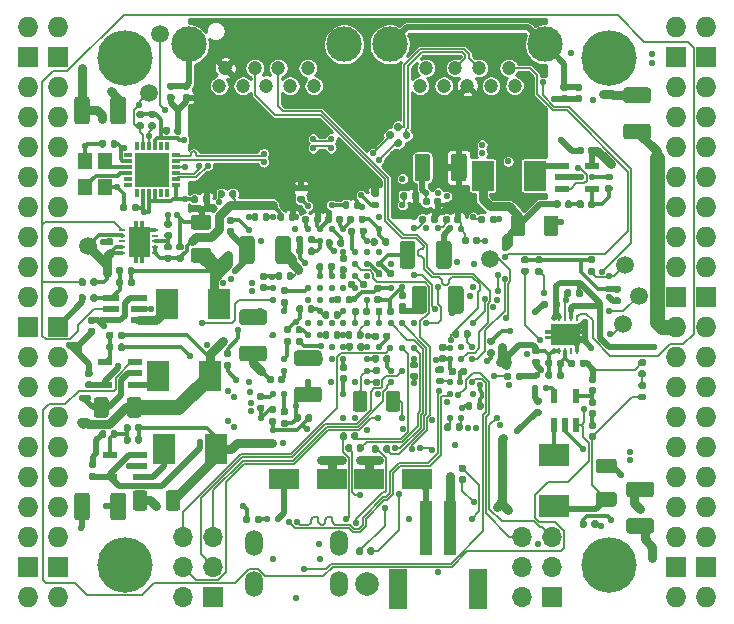
<source format=gbr>
G04 #@! TF.GenerationSoftware,KiCad,Pcbnew,5.1.7-a382d34a8~87~ubuntu20.04.1*
G04 #@! TF.CreationDate,2020-11-22T14:39:13-08:00*
G04 #@! TF.ProjectId,artix7-pcie-v2,61727469-7837-42d7-9063-69652d76322e,rev?*
G04 #@! TF.SameCoordinates,PX69f4060PY6b00940*
G04 #@! TF.FileFunction,Copper,L4,Bot*
G04 #@! TF.FilePolarity,Positive*
%FSLAX46Y46*%
G04 Gerber Fmt 4.6, Leading zero omitted, Abs format (unit mm)*
G04 Created by KiCad (PCBNEW 5.1.7-a382d34a8~87~ubuntu20.04.1) date 2020-11-22 14:39:13*
%MOMM*%
%LPD*%
G01*
G04 APERTURE LIST*
G04 #@! TA.AperFunction,EtchedComponent*
%ADD10C,0.010000*%
G04 #@! TD*
G04 #@! TA.AperFunction,SMDPad,CuDef*
%ADD11R,0.240000X0.600000*%
G04 #@! TD*
G04 #@! TA.AperFunction,SMDPad,CuDef*
%ADD12R,2.400000X1.650000*%
G04 #@! TD*
G04 #@! TA.AperFunction,SMDPad,CuDef*
%ADD13R,0.600000X0.240000*%
G04 #@! TD*
G04 #@! TA.AperFunction,SMDPad,CuDef*
%ADD14R,1.650000X2.400000*%
G04 #@! TD*
G04 #@! TA.AperFunction,SMDPad,CuDef*
%ADD15R,1.600000X3.400000*%
G04 #@! TD*
G04 #@! TA.AperFunction,SMDPad,CuDef*
%ADD16R,1.000000X4.600000*%
G04 #@! TD*
G04 #@! TA.AperFunction,SMDPad,CuDef*
%ADD17R,1.210000X0.590000*%
G04 #@! TD*
G04 #@! TA.AperFunction,SMDPad,CuDef*
%ADD18R,0.590000X1.210000*%
G04 #@! TD*
G04 #@! TA.AperFunction,SMDPad,CuDef*
%ADD19R,1.450000X0.590000*%
G04 #@! TD*
G04 #@! TA.AperFunction,SMDPad,CuDef*
%ADD20R,1.900000X2.500000*%
G04 #@! TD*
G04 #@! TA.AperFunction,SMDPad,CuDef*
%ADD21R,2.500000X1.900000*%
G04 #@! TD*
G04 #@! TA.AperFunction,SMDPad,CuDef*
%ADD22C,1.500000*%
G04 #@! TD*
G04 #@! TA.AperFunction,ComponentPad*
%ADD23C,3.000000*%
G04 #@! TD*
G04 #@! TA.AperFunction,ComponentPad*
%ADD24C,1.200000*%
G04 #@! TD*
G04 #@! TA.AperFunction,ComponentPad*
%ADD25C,4.700000*%
G04 #@! TD*
G04 #@! TA.AperFunction,ComponentPad*
%ADD26C,0.550000*%
G04 #@! TD*
G04 #@! TA.AperFunction,ComponentPad*
%ADD27O,1.500000X2.200000*%
G04 #@! TD*
G04 #@! TA.AperFunction,ComponentPad*
%ADD28C,2.000000*%
G04 #@! TD*
G04 #@! TA.AperFunction,ComponentPad*
%ADD29O,1.700000X1.700000*%
G04 #@! TD*
G04 #@! TA.AperFunction,ComponentPad*
%ADD30R,1.700000X1.700000*%
G04 #@! TD*
G04 #@! TA.AperFunction,SMDPad,CuDef*
%ADD31R,2.900000X2.900000*%
G04 #@! TD*
G04 #@! TA.AperFunction,SMDPad,CuDef*
%ADD32R,0.300000X0.750000*%
G04 #@! TD*
G04 #@! TA.AperFunction,SMDPad,CuDef*
%ADD33R,0.750000X0.300000*%
G04 #@! TD*
G04 #@! TA.AperFunction,SMDPad,CuDef*
%ADD34R,1.200000X1.400000*%
G04 #@! TD*
G04 #@! TA.AperFunction,SMDPad,CuDef*
%ADD35R,2.500000X1.800000*%
G04 #@! TD*
G04 #@! TA.AperFunction,ComponentPad*
%ADD36O,1.727200X1.727200*%
G04 #@! TD*
G04 #@! TA.AperFunction,ComponentPad*
%ADD37R,1.727200X1.727200*%
G04 #@! TD*
G04 #@! TA.AperFunction,ViaPad*
%ADD38C,0.550000*%
G04 #@! TD*
G04 #@! TA.AperFunction,Conductor*
%ADD39C,0.127000*%
G04 #@! TD*
G04 #@! TA.AperFunction,Conductor*
%ADD40C,0.762000*%
G04 #@! TD*
G04 #@! TA.AperFunction,Conductor*
%ADD41C,0.508000*%
G04 #@! TD*
G04 #@! TA.AperFunction,Conductor*
%ADD42C,0.300000*%
G04 #@! TD*
G04 #@! TA.AperFunction,Conductor*
%ADD43C,1.270000*%
G04 #@! TD*
G04 #@! TA.AperFunction,Conductor*
%ADD44C,0.147000*%
G04 #@! TD*
G04 #@! TA.AperFunction,Conductor*
%ADD45C,0.254000*%
G04 #@! TD*
G04 #@! TA.AperFunction,Conductor*
%ADD46C,0.100000*%
G04 #@! TD*
G04 APERTURE END LIST*
D10*
G36*
X45590000Y24305000D02*
G01*
X45590000Y23855000D01*
X45090000Y23855000D01*
X45090000Y23605000D01*
X45590000Y23605000D01*
X45590000Y23355000D01*
X45090000Y23355000D01*
X45090000Y23105000D01*
X45590000Y23105000D01*
X45590000Y22655000D01*
X47990000Y22655000D01*
X47990000Y23105000D01*
X48490000Y23105000D01*
X48490000Y23355000D01*
X47990000Y23355000D01*
X47990000Y23605000D01*
X48490000Y23605000D01*
X48490000Y23855000D01*
X47990000Y23855000D01*
X47990000Y24305000D01*
X45590000Y24305000D01*
G37*
X45590000Y24305000D02*
X45590000Y23855000D01*
X45090000Y23855000D01*
X45090000Y23605000D01*
X45590000Y23605000D01*
X45590000Y23355000D01*
X45090000Y23355000D01*
X45090000Y23105000D01*
X45590000Y23105000D01*
X45590000Y22655000D01*
X47990000Y22655000D01*
X47990000Y23105000D01*
X48490000Y23105000D01*
X48490000Y23355000D01*
X47990000Y23355000D01*
X47990000Y23605000D01*
X48490000Y23605000D01*
X48490000Y23855000D01*
X47990000Y23855000D01*
X47990000Y24305000D01*
X45590000Y24305000D01*
G36*
X9855000Y30120000D02*
G01*
X10305000Y30120000D01*
X10305000Y29620000D01*
X10555000Y29620000D01*
X10555000Y30120000D01*
X10805000Y30120000D01*
X10805000Y29620000D01*
X11055000Y29620000D01*
X11055000Y30120000D01*
X11505000Y30120000D01*
X11505000Y32520000D01*
X11055000Y32520000D01*
X11055000Y33020000D01*
X10805000Y33020000D01*
X10805000Y32520000D01*
X10555000Y32520000D01*
X10555000Y33020000D01*
X10305000Y33020000D01*
X10305000Y32520000D01*
X9855000Y32520000D01*
X9855000Y30120000D01*
G37*
X9855000Y30120000D02*
X10305000Y30120000D01*
X10305000Y29620000D01*
X10555000Y29620000D01*
X10555000Y30120000D01*
X10805000Y30120000D01*
X10805000Y29620000D01*
X11055000Y29620000D01*
X11055000Y30120000D01*
X11505000Y30120000D01*
X11505000Y32520000D01*
X11055000Y32520000D01*
X11055000Y33020000D01*
X10805000Y33020000D01*
X10805000Y32520000D01*
X10555000Y32520000D01*
X10555000Y33020000D01*
X10305000Y33020000D01*
X10305000Y32520000D01*
X9855000Y32520000D01*
X9855000Y30120000D01*
G04 #@! TA.AperFunction,SMDPad,CuDef*
G36*
G01*
X53468300Y18823600D02*
X53123300Y18823600D01*
G75*
G02*
X52975800Y18971100I0J147500D01*
G01*
X52975800Y19266100D01*
G75*
G02*
X53123300Y19413600I147500J0D01*
G01*
X53468300Y19413600D01*
G75*
G02*
X53615800Y19266100I0J-147500D01*
G01*
X53615800Y18971100D01*
G75*
G02*
X53468300Y18823600I-147500J0D01*
G01*
G37*
G04 #@! TD.AperFunction*
G04 #@! TA.AperFunction,SMDPad,CuDef*
G36*
G01*
X53468300Y17853600D02*
X53123300Y17853600D01*
G75*
G02*
X52975800Y18001100I0J147500D01*
G01*
X52975800Y18296100D01*
G75*
G02*
X53123300Y18443600I147500J0D01*
G01*
X53468300Y18443600D01*
G75*
G02*
X53615800Y18296100I0J-147500D01*
G01*
X53615800Y18001100D01*
G75*
G02*
X53468300Y17853600I-147500J0D01*
G01*
G37*
G04 #@! TD.AperFunction*
G04 #@! TA.AperFunction,SMDPad,CuDef*
G36*
G01*
X53123300Y20399400D02*
X53468300Y20399400D01*
G75*
G02*
X53615800Y20251900I0J-147500D01*
G01*
X53615800Y19956900D01*
G75*
G02*
X53468300Y19809400I-147500J0D01*
G01*
X53123300Y19809400D01*
G75*
G02*
X52975800Y19956900I0J147500D01*
G01*
X52975800Y20251900D01*
G75*
G02*
X53123300Y20399400I147500J0D01*
G01*
G37*
G04 #@! TD.AperFunction*
G04 #@! TA.AperFunction,SMDPad,CuDef*
G36*
G01*
X53123300Y21369400D02*
X53468300Y21369400D01*
G75*
G02*
X53615800Y21221900I0J-147500D01*
G01*
X53615800Y20926900D01*
G75*
G02*
X53468300Y20779400I-147500J0D01*
G01*
X53123300Y20779400D01*
G75*
G02*
X52975800Y20926900I0J147500D01*
G01*
X52975800Y21221900D01*
G75*
G02*
X53123300Y21369400I147500J0D01*
G01*
G37*
G04 #@! TD.AperFunction*
D11*
X45790000Y24880000D03*
X46290000Y24880000D03*
X46790000Y24880000D03*
X47290000Y24880000D03*
X47790000Y24880000D03*
X47790000Y22080000D03*
X47290000Y22080000D03*
X46790000Y22080000D03*
X46290000Y22080000D03*
X45790000Y22080000D03*
D12*
X46790000Y23480000D03*
D13*
X9280000Y30320000D03*
X9280000Y30820000D03*
X9280000Y31320000D03*
X9280000Y31820000D03*
X9280000Y32320000D03*
X12080000Y32320000D03*
X12080000Y31820000D03*
X12080000Y31320000D03*
X12080000Y30820000D03*
X12080000Y30320000D03*
D14*
X10680000Y31320000D03*
D15*
X39400000Y1890000D03*
X32600000Y1890000D03*
D16*
X37000000Y7090000D03*
X35000000Y7090000D03*
G04 #@! TA.AperFunction,SMDPad,CuDef*
G36*
G01*
X8273000Y7954998D02*
X8273000Y9805002D01*
G75*
G02*
X8522998Y10055000I249998J0D01*
G01*
X9348002Y10055000D01*
G75*
G02*
X9598000Y9805002I0J-249998D01*
G01*
X9598000Y7954998D01*
G75*
G02*
X9348002Y7705000I-249998J0D01*
G01*
X8522998Y7705000D01*
G75*
G02*
X8273000Y7954998I0J249998D01*
G01*
G37*
G04 #@! TD.AperFunction*
G04 #@! TA.AperFunction,SMDPad,CuDef*
G36*
G01*
X5198000Y7954998D02*
X5198000Y9805002D01*
G75*
G02*
X5447998Y10055000I249998J0D01*
G01*
X6273002Y10055000D01*
G75*
G02*
X6523000Y9805002I0J-249998D01*
G01*
X6523000Y7954998D01*
G75*
G02*
X6273002Y7705000I-249998J0D01*
G01*
X5447998Y7705000D01*
G75*
G02*
X5198000Y7954998I0J249998D01*
G01*
G37*
G04 #@! TD.AperFunction*
G04 #@! TA.AperFunction,SMDPad,CuDef*
G36*
G01*
X20493000Y31522002D02*
X20493000Y29671998D01*
G75*
G02*
X20243002Y29422000I-249998J0D01*
G01*
X19417998Y29422000D01*
G75*
G02*
X19168000Y29671998I0J249998D01*
G01*
X19168000Y31522002D01*
G75*
G02*
X19417998Y31772000I249998J0D01*
G01*
X20243002Y31772000D01*
G75*
G02*
X20493000Y31522002I0J-249998D01*
G01*
G37*
G04 #@! TD.AperFunction*
G04 #@! TA.AperFunction,SMDPad,CuDef*
G36*
G01*
X23568000Y31522002D02*
X23568000Y29671998D01*
G75*
G02*
X23318002Y29422000I-249998J0D01*
G01*
X22492998Y29422000D01*
G75*
G02*
X22243000Y29671998I0J249998D01*
G01*
X22243000Y31522002D01*
G75*
G02*
X22492998Y31772000I249998J0D01*
G01*
X23318002Y31772000D01*
G75*
G02*
X23568000Y31522002I0J-249998D01*
G01*
G37*
G04 #@! TD.AperFunction*
G04 #@! TA.AperFunction,SMDPad,CuDef*
G36*
G01*
X21277002Y24246500D02*
X19426998Y24246500D01*
G75*
G02*
X19177000Y24496498I0J249998D01*
G01*
X19177000Y25321502D01*
G75*
G02*
X19426998Y25571500I249998J0D01*
G01*
X21277002Y25571500D01*
G75*
G02*
X21527000Y25321502I0J-249998D01*
G01*
X21527000Y24496498D01*
G75*
G02*
X21277002Y24246500I-249998J0D01*
G01*
G37*
G04 #@! TD.AperFunction*
G04 #@! TA.AperFunction,SMDPad,CuDef*
G36*
G01*
X21277002Y21171500D02*
X19426998Y21171500D01*
G75*
G02*
X19177000Y21421498I0J249998D01*
G01*
X19177000Y22246502D01*
G75*
G02*
X19426998Y22496500I249998J0D01*
G01*
X21277002Y22496500D01*
G75*
G02*
X21527000Y22246502I0J-249998D01*
G01*
X21527000Y21421498D01*
G75*
G02*
X21277002Y21171500I-249998J0D01*
G01*
G37*
G04 #@! TD.AperFunction*
G04 #@! TA.AperFunction,SMDPad,CuDef*
G36*
G01*
X37102000Y36656998D02*
X37102000Y38507002D01*
G75*
G02*
X37351998Y38757000I249998J0D01*
G01*
X38177002Y38757000D01*
G75*
G02*
X38427000Y38507002I0J-249998D01*
G01*
X38427000Y36656998D01*
G75*
G02*
X38177002Y36407000I-249998J0D01*
G01*
X37351998Y36407000D01*
G75*
G02*
X37102000Y36656998I0J249998D01*
G01*
G37*
G04 #@! TD.AperFunction*
G04 #@! TA.AperFunction,SMDPad,CuDef*
G36*
G01*
X34027000Y36656998D02*
X34027000Y38507002D01*
G75*
G02*
X34276998Y38757000I249998J0D01*
G01*
X35102002Y38757000D01*
G75*
G02*
X35352000Y38507002I0J-249998D01*
G01*
X35352000Y36656998D01*
G75*
G02*
X35102002Y36407000I-249998J0D01*
G01*
X34276998Y36407000D01*
G75*
G02*
X34027000Y36656998I0J249998D01*
G01*
G37*
G04 #@! TD.AperFunction*
G04 #@! TA.AperFunction,SMDPad,CuDef*
G36*
G01*
X53789002Y43029000D02*
X51938998Y43029000D01*
G75*
G02*
X51689000Y43278998I0J249998D01*
G01*
X51689000Y44104002D01*
G75*
G02*
X51938998Y44354000I249998J0D01*
G01*
X53789002Y44354000D01*
G75*
G02*
X54039000Y44104002I0J-249998D01*
G01*
X54039000Y43278998D01*
G75*
G02*
X53789002Y43029000I-249998J0D01*
G01*
G37*
G04 #@! TD.AperFunction*
G04 #@! TA.AperFunction,SMDPad,CuDef*
G36*
G01*
X53789002Y39954000D02*
X51938998Y39954000D01*
G75*
G02*
X51689000Y40203998I0J249998D01*
G01*
X51689000Y41029002D01*
G75*
G02*
X51938998Y41279000I249998J0D01*
G01*
X53789002Y41279000D01*
G75*
G02*
X54039000Y41029002I0J-249998D01*
G01*
X54039000Y40203998D01*
G75*
G02*
X53789002Y39954000I-249998J0D01*
G01*
G37*
G04 #@! TD.AperFunction*
G04 #@! TA.AperFunction,SMDPad,CuDef*
G36*
G01*
X54043002Y9665000D02*
X52192998Y9665000D01*
G75*
G02*
X51943000Y9914998I0J249998D01*
G01*
X51943000Y10740002D01*
G75*
G02*
X52192998Y10990000I249998J0D01*
G01*
X54043002Y10990000D01*
G75*
G02*
X54293000Y10740002I0J-249998D01*
G01*
X54293000Y9914998D01*
G75*
G02*
X54043002Y9665000I-249998J0D01*
G01*
G37*
G04 #@! TD.AperFunction*
G04 #@! TA.AperFunction,SMDPad,CuDef*
G36*
G01*
X54043002Y6590000D02*
X52192998Y6590000D01*
G75*
G02*
X51943000Y6839998I0J249998D01*
G01*
X51943000Y7665002D01*
G75*
G02*
X52192998Y7915000I249998J0D01*
G01*
X54043002Y7915000D01*
G75*
G02*
X54293000Y7665002I0J-249998D01*
G01*
X54293000Y6839998D01*
G75*
G02*
X54043002Y6590000I-249998J0D01*
G01*
G37*
G04 #@! TD.AperFunction*
G04 #@! TA.AperFunction,SMDPad,CuDef*
G36*
G01*
X36848000Y25464998D02*
X36848000Y27315002D01*
G75*
G02*
X37097998Y27565000I249998J0D01*
G01*
X37923002Y27565000D01*
G75*
G02*
X38173000Y27315002I0J-249998D01*
G01*
X38173000Y25464998D01*
G75*
G02*
X37923002Y25215000I-249998J0D01*
G01*
X37097998Y25215000D01*
G75*
G02*
X36848000Y25464998I0J249998D01*
G01*
G37*
G04 #@! TD.AperFunction*
G04 #@! TA.AperFunction,SMDPad,CuDef*
G36*
G01*
X33773000Y25464998D02*
X33773000Y27315002D01*
G75*
G02*
X34022998Y27565000I249998J0D01*
G01*
X34848002Y27565000D01*
G75*
G02*
X35098000Y27315002I0J-249998D01*
G01*
X35098000Y25464998D01*
G75*
G02*
X34848002Y25215000I-249998J0D01*
G01*
X34022998Y25215000D01*
G75*
G02*
X33773000Y25464998I0J249998D01*
G01*
G37*
G04 #@! TD.AperFunction*
G04 #@! TA.AperFunction,SMDPad,CuDef*
G36*
G01*
X24074998Y19015000D02*
X25925002Y19015000D01*
G75*
G02*
X26175000Y18765002I0J-249998D01*
G01*
X26175000Y17939998D01*
G75*
G02*
X25925002Y17690000I-249998J0D01*
G01*
X24074998Y17690000D01*
G75*
G02*
X23825000Y17939998I0J249998D01*
G01*
X23825000Y18765002D01*
G75*
G02*
X24074998Y19015000I249998J0D01*
G01*
G37*
G04 #@! TD.AperFunction*
G04 #@! TA.AperFunction,SMDPad,CuDef*
G36*
G01*
X24074998Y22090000D02*
X25925002Y22090000D01*
G75*
G02*
X26175000Y21840002I0J-249998D01*
G01*
X26175000Y21014998D01*
G75*
G02*
X25925002Y20765000I-249998J0D01*
G01*
X24074998Y20765000D01*
G75*
G02*
X23825000Y21014998I0J249998D01*
G01*
X23825000Y21840002D01*
G75*
G02*
X24074998Y22090000I249998J0D01*
G01*
G37*
G04 #@! TD.AperFunction*
G04 #@! TA.AperFunction,SMDPad,CuDef*
G36*
G01*
X35832000Y29264998D02*
X35832000Y31115002D01*
G75*
G02*
X36081998Y31365000I249998J0D01*
G01*
X36907002Y31365000D01*
G75*
G02*
X37157000Y31115002I0J-249998D01*
G01*
X37157000Y29264998D01*
G75*
G02*
X36907002Y29015000I-249998J0D01*
G01*
X36081998Y29015000D01*
G75*
G02*
X35832000Y29264998I0J249998D01*
G01*
G37*
G04 #@! TD.AperFunction*
G04 #@! TA.AperFunction,SMDPad,CuDef*
G36*
G01*
X32757000Y29264998D02*
X32757000Y31115002D01*
G75*
G02*
X33006998Y31365000I249998J0D01*
G01*
X33832002Y31365000D01*
G75*
G02*
X34082000Y31115002I0J-249998D01*
G01*
X34082000Y29264998D01*
G75*
G02*
X33832002Y29015000I-249998J0D01*
G01*
X33006998Y29015000D01*
G75*
G02*
X32757000Y29264998I0J249998D01*
G01*
G37*
G04 #@! TD.AperFunction*
G04 #@! TA.AperFunction,SMDPad,CuDef*
G36*
G01*
X8273000Y41482998D02*
X8273000Y43333002D01*
G75*
G02*
X8522998Y43583000I249998J0D01*
G01*
X9348002Y43583000D01*
G75*
G02*
X9598000Y43333002I0J-249998D01*
G01*
X9598000Y41482998D01*
G75*
G02*
X9348002Y41233000I-249998J0D01*
G01*
X8522998Y41233000D01*
G75*
G02*
X8273000Y41482998I0J249998D01*
G01*
G37*
G04 #@! TD.AperFunction*
G04 #@! TA.AperFunction,SMDPad,CuDef*
G36*
G01*
X5198000Y41482998D02*
X5198000Y43333002D01*
G75*
G02*
X5447998Y43583000I249998J0D01*
G01*
X6273002Y43583000D01*
G75*
G02*
X6523000Y43333002I0J-249998D01*
G01*
X6523000Y41482998D01*
G75*
G02*
X6273002Y41233000I-249998J0D01*
G01*
X5447998Y41233000D01*
G75*
G02*
X5198000Y41482998I0J249998D01*
G01*
G37*
G04 #@! TD.AperFunction*
D17*
X8265000Y13250000D03*
X8265000Y11350000D03*
X10775000Y11350000D03*
X10775000Y12300000D03*
X10775000Y13250000D03*
X49025000Y35800000D03*
X49025000Y37700000D03*
X46515000Y37700000D03*
X46515000Y36750000D03*
X46515000Y35800000D03*
X7857000Y21090000D03*
X7857000Y19190000D03*
X10367000Y19190000D03*
X10367000Y20140000D03*
X10367000Y21090000D03*
D18*
X47718000Y18263000D03*
X45818000Y18263000D03*
X45818000Y15753000D03*
X46768000Y15753000D03*
X47718000Y15753000D03*
D19*
X8365000Y26550000D03*
X8365000Y25600000D03*
X8365000Y24650000D03*
X10675000Y24650000D03*
X10675000Y25600000D03*
X10675000Y26550000D03*
D20*
X17210000Y13710000D03*
X12810000Y13710000D03*
X39790000Y36900000D03*
X44190000Y36900000D03*
X16682000Y19920000D03*
X12282000Y19920000D03*
X17480000Y26060000D03*
X13080000Y26060000D03*
D21*
X45820000Y8880000D03*
X45820000Y13280000D03*
G04 #@! TA.AperFunction,SMDPad,CuDef*
G36*
G01*
X46080000Y19817500D02*
X46080000Y20162500D01*
G75*
G02*
X46227500Y20310000I147500J0D01*
G01*
X46522500Y20310000D01*
G75*
G02*
X46670000Y20162500I0J-147500D01*
G01*
X46670000Y19817500D01*
G75*
G02*
X46522500Y19670000I-147500J0D01*
G01*
X46227500Y19670000D01*
G75*
G02*
X46080000Y19817500I0J147500D01*
G01*
G37*
G04 #@! TD.AperFunction*
G04 #@! TA.AperFunction,SMDPad,CuDef*
G36*
G01*
X45110000Y19817500D02*
X45110000Y20162500D01*
G75*
G02*
X45257500Y20310000I147500J0D01*
G01*
X45552500Y20310000D01*
G75*
G02*
X45700000Y20162500I0J-147500D01*
G01*
X45700000Y19817500D01*
G75*
G02*
X45552500Y19670000I-147500J0D01*
G01*
X45257500Y19670000D01*
G75*
G02*
X45110000Y19817500I0J147500D01*
G01*
G37*
G04 #@! TD.AperFunction*
G04 #@! TA.AperFunction,SMDPad,CuDef*
G36*
G01*
X48000000Y20827500D02*
X48000000Y21172500D01*
G75*
G02*
X48147500Y21320000I147500J0D01*
G01*
X48442500Y21320000D01*
G75*
G02*
X48590000Y21172500I0J-147500D01*
G01*
X48590000Y20827500D01*
G75*
G02*
X48442500Y20680000I-147500J0D01*
G01*
X48147500Y20680000D01*
G75*
G02*
X48000000Y20827500I0J147500D01*
G01*
G37*
G04 #@! TD.AperFunction*
G04 #@! TA.AperFunction,SMDPad,CuDef*
G36*
G01*
X47030000Y20827500D02*
X47030000Y21172500D01*
G75*
G02*
X47177500Y21320000I147500J0D01*
G01*
X47472500Y21320000D01*
G75*
G02*
X47620000Y21172500I0J-147500D01*
G01*
X47620000Y20827500D01*
G75*
G02*
X47472500Y20680000I-147500J0D01*
G01*
X47177500Y20680000D01*
G75*
G02*
X47030000Y20827500I0J147500D01*
G01*
G37*
G04 #@! TD.AperFunction*
G04 #@! TA.AperFunction,SMDPad,CuDef*
G36*
G01*
X46080000Y20827500D02*
X46080000Y21172500D01*
G75*
G02*
X46227500Y21320000I147500J0D01*
G01*
X46522500Y21320000D01*
G75*
G02*
X46670000Y21172500I0J-147500D01*
G01*
X46670000Y20827500D01*
G75*
G02*
X46522500Y20680000I-147500J0D01*
G01*
X46227500Y20680000D01*
G75*
G02*
X46080000Y20827500I0J147500D01*
G01*
G37*
G04 #@! TD.AperFunction*
G04 #@! TA.AperFunction,SMDPad,CuDef*
G36*
G01*
X45110000Y20827500D02*
X45110000Y21172500D01*
G75*
G02*
X45257500Y21320000I147500J0D01*
G01*
X45552500Y21320000D01*
G75*
G02*
X45700000Y21172500I0J-147500D01*
G01*
X45700000Y20827500D01*
G75*
G02*
X45552500Y20680000I-147500J0D01*
G01*
X45257500Y20680000D01*
G75*
G02*
X45110000Y20827500I0J147500D01*
G01*
G37*
G04 #@! TD.AperFunction*
G04 #@! TA.AperFunction,SMDPad,CuDef*
G36*
G01*
X47310000Y27122500D02*
X47310000Y26777500D01*
G75*
G02*
X47162500Y26630000I-147500J0D01*
G01*
X46867500Y26630000D01*
G75*
G02*
X46720000Y26777500I0J147500D01*
G01*
X46720000Y27122500D01*
G75*
G02*
X46867500Y27270000I147500J0D01*
G01*
X47162500Y27270000D01*
G75*
G02*
X47310000Y27122500I0J-147500D01*
G01*
G37*
G04 #@! TD.AperFunction*
G04 #@! TA.AperFunction,SMDPad,CuDef*
G36*
G01*
X48280000Y27122500D02*
X48280000Y26777500D01*
G75*
G02*
X48132500Y26630000I-147500J0D01*
G01*
X47837500Y26630000D01*
G75*
G02*
X47690000Y26777500I0J147500D01*
G01*
X47690000Y27122500D01*
G75*
G02*
X47837500Y27270000I147500J0D01*
G01*
X48132500Y27270000D01*
G75*
G02*
X48280000Y27122500I0J-147500D01*
G01*
G37*
G04 #@! TD.AperFunction*
G04 #@! TA.AperFunction,SMDPad,CuDef*
G36*
G01*
X13332500Y32500000D02*
X12987500Y32500000D01*
G75*
G02*
X12840000Y32647500I0J147500D01*
G01*
X12840000Y32942500D01*
G75*
G02*
X12987500Y33090000I147500J0D01*
G01*
X13332500Y33090000D01*
G75*
G02*
X13480000Y32942500I0J-147500D01*
G01*
X13480000Y32647500D01*
G75*
G02*
X13332500Y32500000I-147500J0D01*
G01*
G37*
G04 #@! TD.AperFunction*
G04 #@! TA.AperFunction,SMDPad,CuDef*
G36*
G01*
X13332500Y31530000D02*
X12987500Y31530000D01*
G75*
G02*
X12840000Y31677500I0J147500D01*
G01*
X12840000Y31972500D01*
G75*
G02*
X12987500Y32120000I147500J0D01*
G01*
X13332500Y32120000D01*
G75*
G02*
X13480000Y31972500I0J-147500D01*
G01*
X13480000Y31677500D01*
G75*
G02*
X13332500Y31530000I-147500J0D01*
G01*
G37*
G04 #@! TD.AperFunction*
G04 #@! TA.AperFunction,SMDPad,CuDef*
G36*
G01*
X13332500Y30580000D02*
X12987500Y30580000D01*
G75*
G02*
X12840000Y30727500I0J147500D01*
G01*
X12840000Y31022500D01*
G75*
G02*
X12987500Y31170000I147500J0D01*
G01*
X13332500Y31170000D01*
G75*
G02*
X13480000Y31022500I0J-147500D01*
G01*
X13480000Y30727500D01*
G75*
G02*
X13332500Y30580000I-147500J0D01*
G01*
G37*
G04 #@! TD.AperFunction*
G04 #@! TA.AperFunction,SMDPad,CuDef*
G36*
G01*
X13332500Y29610000D02*
X12987500Y29610000D01*
G75*
G02*
X12840000Y29757500I0J147500D01*
G01*
X12840000Y30052500D01*
G75*
G02*
X12987500Y30200000I147500J0D01*
G01*
X13332500Y30200000D01*
G75*
G02*
X13480000Y30052500I0J-147500D01*
G01*
X13480000Y29757500D01*
G75*
G02*
X13332500Y29610000I-147500J0D01*
G01*
G37*
G04 #@! TD.AperFunction*
G04 #@! TA.AperFunction,SMDPad,CuDef*
G36*
G01*
X46780000Y34297500D02*
X46780000Y34642500D01*
G75*
G02*
X46927500Y34790000I147500J0D01*
G01*
X47222500Y34790000D01*
G75*
G02*
X47370000Y34642500I0J-147500D01*
G01*
X47370000Y34297500D01*
G75*
G02*
X47222500Y34150000I-147500J0D01*
G01*
X46927500Y34150000D01*
G75*
G02*
X46780000Y34297500I0J147500D01*
G01*
G37*
G04 #@! TD.AperFunction*
G04 #@! TA.AperFunction,SMDPad,CuDef*
G36*
G01*
X45810000Y34297500D02*
X45810000Y34642500D01*
G75*
G02*
X45957500Y34790000I147500J0D01*
G01*
X46252500Y34790000D01*
G75*
G02*
X46400000Y34642500I0J-147500D01*
G01*
X46400000Y34297500D01*
G75*
G02*
X46252500Y34150000I-147500J0D01*
G01*
X45957500Y34150000D01*
G75*
G02*
X45810000Y34297500I0J147500D01*
G01*
G37*
G04 #@! TD.AperFunction*
G04 #@! TA.AperFunction,SMDPad,CuDef*
G36*
G01*
X9980000Y15702500D02*
X9980000Y15357500D01*
G75*
G02*
X9832500Y15210000I-147500J0D01*
G01*
X9537500Y15210000D01*
G75*
G02*
X9390000Y15357500I0J147500D01*
G01*
X9390000Y15702500D01*
G75*
G02*
X9537500Y15850000I147500J0D01*
G01*
X9832500Y15850000D01*
G75*
G02*
X9980000Y15702500I0J-147500D01*
G01*
G37*
G04 #@! TD.AperFunction*
G04 #@! TA.AperFunction,SMDPad,CuDef*
G36*
G01*
X10950000Y15702500D02*
X10950000Y15357500D01*
G75*
G02*
X10802500Y15210000I-147500J0D01*
G01*
X10507500Y15210000D01*
G75*
G02*
X10360000Y15357500I0J147500D01*
G01*
X10360000Y15702500D01*
G75*
G02*
X10507500Y15850000I147500J0D01*
G01*
X10802500Y15850000D01*
G75*
G02*
X10950000Y15702500I0J-147500D01*
G01*
G37*
G04 #@! TD.AperFunction*
G04 #@! TA.AperFunction,SMDPad,CuDef*
G36*
G01*
X9980000Y14702500D02*
X9980000Y14357500D01*
G75*
G02*
X9832500Y14210000I-147500J0D01*
G01*
X9537500Y14210000D01*
G75*
G02*
X9390000Y14357500I0J147500D01*
G01*
X9390000Y14702500D01*
G75*
G02*
X9537500Y14850000I147500J0D01*
G01*
X9832500Y14850000D01*
G75*
G02*
X9980000Y14702500I0J-147500D01*
G01*
G37*
G04 #@! TD.AperFunction*
G04 #@! TA.AperFunction,SMDPad,CuDef*
G36*
G01*
X10950000Y14702500D02*
X10950000Y14357500D01*
G75*
G02*
X10802500Y14210000I-147500J0D01*
G01*
X10507500Y14210000D01*
G75*
G02*
X10360000Y14357500I0J147500D01*
G01*
X10360000Y14702500D01*
G75*
G02*
X10507500Y14850000I147500J0D01*
G01*
X10802500Y14850000D01*
G75*
G02*
X10950000Y14702500I0J-147500D01*
G01*
G37*
G04 #@! TD.AperFunction*
G04 #@! TA.AperFunction,SMDPad,CuDef*
G36*
G01*
X48730000Y34297500D02*
X48730000Y34642500D01*
G75*
G02*
X48877500Y34790000I147500J0D01*
G01*
X49172500Y34790000D01*
G75*
G02*
X49320000Y34642500I0J-147500D01*
G01*
X49320000Y34297500D01*
G75*
G02*
X49172500Y34150000I-147500J0D01*
G01*
X48877500Y34150000D01*
G75*
G02*
X48730000Y34297500I0J147500D01*
G01*
G37*
G04 #@! TD.AperFunction*
G04 #@! TA.AperFunction,SMDPad,CuDef*
G36*
G01*
X47760000Y34297500D02*
X47760000Y34642500D01*
G75*
G02*
X47907500Y34790000I147500J0D01*
G01*
X48202500Y34790000D01*
G75*
G02*
X48350000Y34642500I0J-147500D01*
G01*
X48350000Y34297500D01*
G75*
G02*
X48202500Y34150000I-147500J0D01*
G01*
X47907500Y34150000D01*
G75*
G02*
X47760000Y34297500I0J147500D01*
G01*
G37*
G04 #@! TD.AperFunction*
G04 #@! TA.AperFunction,SMDPad,CuDef*
G36*
G01*
X7930000Y15202500D02*
X7930000Y14857500D01*
G75*
G02*
X7782500Y14710000I-147500J0D01*
G01*
X7487500Y14710000D01*
G75*
G02*
X7340000Y14857500I0J147500D01*
G01*
X7340000Y15202500D01*
G75*
G02*
X7487500Y15350000I147500J0D01*
G01*
X7782500Y15350000D01*
G75*
G02*
X7930000Y15202500I0J-147500D01*
G01*
G37*
G04 #@! TD.AperFunction*
G04 #@! TA.AperFunction,SMDPad,CuDef*
G36*
G01*
X8900000Y15202500D02*
X8900000Y14857500D01*
G75*
G02*
X8752500Y14710000I-147500J0D01*
G01*
X8457500Y14710000D01*
G75*
G02*
X8310000Y14857500I0J147500D01*
G01*
X8310000Y15202500D01*
G75*
G02*
X8457500Y15350000I147500J0D01*
G01*
X8752500Y15350000D01*
G75*
G02*
X8900000Y15202500I0J-147500D01*
G01*
G37*
G04 #@! TD.AperFunction*
G04 #@! TA.AperFunction,SMDPad,CuDef*
G36*
G01*
X50652500Y36480000D02*
X50307500Y36480000D01*
G75*
G02*
X50160000Y36627500I0J147500D01*
G01*
X50160000Y36922500D01*
G75*
G02*
X50307500Y37070000I147500J0D01*
G01*
X50652500Y37070000D01*
G75*
G02*
X50800000Y36922500I0J-147500D01*
G01*
X50800000Y36627500D01*
G75*
G02*
X50652500Y36480000I-147500J0D01*
G01*
G37*
G04 #@! TD.AperFunction*
G04 #@! TA.AperFunction,SMDPad,CuDef*
G36*
G01*
X50652500Y35510000D02*
X50307500Y35510000D01*
G75*
G02*
X50160000Y35657500I0J147500D01*
G01*
X50160000Y35952500D01*
G75*
G02*
X50307500Y36100000I147500J0D01*
G01*
X50652500Y36100000D01*
G75*
G02*
X50800000Y35952500I0J-147500D01*
G01*
X50800000Y35657500D01*
G75*
G02*
X50652500Y35510000I-147500J0D01*
G01*
G37*
G04 #@! TD.AperFunction*
G04 #@! TA.AperFunction,SMDPad,CuDef*
G36*
G01*
X8532000Y23532500D02*
X8532000Y23187500D01*
G75*
G02*
X8384500Y23040000I-147500J0D01*
G01*
X8089500Y23040000D01*
G75*
G02*
X7942000Y23187500I0J147500D01*
G01*
X7942000Y23532500D01*
G75*
G02*
X8089500Y23680000I147500J0D01*
G01*
X8384500Y23680000D01*
G75*
G02*
X8532000Y23532500I0J-147500D01*
G01*
G37*
G04 #@! TD.AperFunction*
G04 #@! TA.AperFunction,SMDPad,CuDef*
G36*
G01*
X9502000Y23532500D02*
X9502000Y23187500D01*
G75*
G02*
X9354500Y23040000I-147500J0D01*
G01*
X9059500Y23040000D01*
G75*
G02*
X8912000Y23187500I0J147500D01*
G01*
X8912000Y23532500D01*
G75*
G02*
X9059500Y23680000I147500J0D01*
G01*
X9354500Y23680000D01*
G75*
G02*
X9502000Y23532500I0J-147500D01*
G01*
G37*
G04 #@! TD.AperFunction*
G04 #@! TA.AperFunction,SMDPad,CuDef*
G36*
G01*
X8912000Y22197500D02*
X8912000Y22542500D01*
G75*
G02*
X9059500Y22690000I147500J0D01*
G01*
X9354500Y22690000D01*
G75*
G02*
X9502000Y22542500I0J-147500D01*
G01*
X9502000Y22197500D01*
G75*
G02*
X9354500Y22050000I-147500J0D01*
G01*
X9059500Y22050000D01*
G75*
G02*
X8912000Y22197500I0J147500D01*
G01*
G37*
G04 #@! TD.AperFunction*
G04 #@! TA.AperFunction,SMDPad,CuDef*
G36*
G01*
X7942000Y22197500D02*
X7942000Y22542500D01*
G75*
G02*
X8089500Y22690000I147500J0D01*
G01*
X8384500Y22690000D01*
G75*
G02*
X8532000Y22542500I0J-147500D01*
G01*
X8532000Y22197500D01*
G75*
G02*
X8384500Y22050000I-147500J0D01*
G01*
X8089500Y22050000D01*
G75*
G02*
X7942000Y22197500I0J147500D01*
G01*
G37*
G04 #@! TD.AperFunction*
G04 #@! TA.AperFunction,SMDPad,CuDef*
G36*
G01*
X9360000Y28002500D02*
X9360000Y27657500D01*
G75*
G02*
X9212500Y27510000I-147500J0D01*
G01*
X8917500Y27510000D01*
G75*
G02*
X8770000Y27657500I0J147500D01*
G01*
X8770000Y28002500D01*
G75*
G02*
X8917500Y28150000I147500J0D01*
G01*
X9212500Y28150000D01*
G75*
G02*
X9360000Y28002500I0J-147500D01*
G01*
G37*
G04 #@! TD.AperFunction*
G04 #@! TA.AperFunction,SMDPad,CuDef*
G36*
G01*
X10330000Y28002500D02*
X10330000Y27657500D01*
G75*
G02*
X10182500Y27510000I-147500J0D01*
G01*
X9887500Y27510000D01*
G75*
G02*
X9740000Y27657500I0J147500D01*
G01*
X9740000Y28002500D01*
G75*
G02*
X9887500Y28150000I147500J0D01*
G01*
X10182500Y28150000D01*
G75*
G02*
X10330000Y28002500I0J-147500D01*
G01*
G37*
G04 #@! TD.AperFunction*
G04 #@! TA.AperFunction,SMDPad,CuDef*
G36*
G01*
X9350000Y29012500D02*
X9350000Y28667500D01*
G75*
G02*
X9202500Y28520000I-147500J0D01*
G01*
X8907500Y28520000D01*
G75*
G02*
X8760000Y28667500I0J147500D01*
G01*
X8760000Y29012500D01*
G75*
G02*
X8907500Y29160000I147500J0D01*
G01*
X9202500Y29160000D01*
G75*
G02*
X9350000Y29012500I0J-147500D01*
G01*
G37*
G04 #@! TD.AperFunction*
G04 #@! TA.AperFunction,SMDPad,CuDef*
G36*
G01*
X10320000Y29012500D02*
X10320000Y28667500D01*
G75*
G02*
X10172500Y28520000I-147500J0D01*
G01*
X9877500Y28520000D01*
G75*
G02*
X9730000Y28667500I0J147500D01*
G01*
X9730000Y29012500D01*
G75*
G02*
X9877500Y29160000I147500J0D01*
G01*
X10172500Y29160000D01*
G75*
G02*
X10320000Y29012500I0J-147500D01*
G01*
G37*
G04 #@! TD.AperFunction*
G04 #@! TA.AperFunction,SMDPad,CuDef*
G36*
G01*
X49262500Y15470000D02*
X48917500Y15470000D01*
G75*
G02*
X48770000Y15617500I0J147500D01*
G01*
X48770000Y15912500D01*
G75*
G02*
X48917500Y16060000I147500J0D01*
G01*
X49262500Y16060000D01*
G75*
G02*
X49410000Y15912500I0J-147500D01*
G01*
X49410000Y15617500D01*
G75*
G02*
X49262500Y15470000I-147500J0D01*
G01*
G37*
G04 #@! TD.AperFunction*
G04 #@! TA.AperFunction,SMDPad,CuDef*
G36*
G01*
X49262500Y14500000D02*
X48917500Y14500000D01*
G75*
G02*
X48770000Y14647500I0J147500D01*
G01*
X48770000Y14942500D01*
G75*
G02*
X48917500Y15090000I147500J0D01*
G01*
X49262500Y15090000D01*
G75*
G02*
X49410000Y14942500I0J-147500D01*
G01*
X49410000Y14647500D01*
G75*
G02*
X49262500Y14500000I-147500J0D01*
G01*
G37*
G04 #@! TD.AperFunction*
G04 #@! TA.AperFunction,SMDPad,CuDef*
G36*
G01*
X6200000Y26702500D02*
X6200000Y26357500D01*
G75*
G02*
X6052500Y26210000I-147500J0D01*
G01*
X5757500Y26210000D01*
G75*
G02*
X5610000Y26357500I0J147500D01*
G01*
X5610000Y26702500D01*
G75*
G02*
X5757500Y26850000I147500J0D01*
G01*
X6052500Y26850000D01*
G75*
G02*
X6200000Y26702500I0J-147500D01*
G01*
G37*
G04 #@! TD.AperFunction*
G04 #@! TA.AperFunction,SMDPad,CuDef*
G36*
G01*
X7170000Y26702500D02*
X7170000Y26357500D01*
G75*
G02*
X7022500Y26210000I-147500J0D01*
G01*
X6727500Y26210000D01*
G75*
G02*
X6580000Y26357500I0J147500D01*
G01*
X6580000Y26702500D01*
G75*
G02*
X6727500Y26850000I147500J0D01*
G01*
X7022500Y26850000D01*
G75*
G02*
X7170000Y26702500I0J-147500D01*
G01*
G37*
G04 #@! TD.AperFunction*
G04 #@! TA.AperFunction,SMDPad,CuDef*
G36*
G01*
X49262500Y17420000D02*
X48917500Y17420000D01*
G75*
G02*
X48770000Y17567500I0J147500D01*
G01*
X48770000Y17862500D01*
G75*
G02*
X48917500Y18010000I147500J0D01*
G01*
X49262500Y18010000D01*
G75*
G02*
X49410000Y17862500I0J-147500D01*
G01*
X49410000Y17567500D01*
G75*
G02*
X49262500Y17420000I-147500J0D01*
G01*
G37*
G04 #@! TD.AperFunction*
G04 #@! TA.AperFunction,SMDPad,CuDef*
G36*
G01*
X49262500Y16450000D02*
X48917500Y16450000D01*
G75*
G02*
X48770000Y16597500I0J147500D01*
G01*
X48770000Y16892500D01*
G75*
G02*
X48917500Y17040000I147500J0D01*
G01*
X49262500Y17040000D01*
G75*
G02*
X49410000Y16892500I0J-147500D01*
G01*
X49410000Y16597500D01*
G75*
G02*
X49262500Y16450000I-147500J0D01*
G01*
G37*
G04 #@! TD.AperFunction*
G04 #@! TA.AperFunction,SMDPad,CuDef*
G36*
G01*
X49262500Y19360000D02*
X48917500Y19360000D01*
G75*
G02*
X48770000Y19507500I0J147500D01*
G01*
X48770000Y19802500D01*
G75*
G02*
X48917500Y19950000I147500J0D01*
G01*
X49262500Y19950000D01*
G75*
G02*
X49410000Y19802500I0J-147500D01*
G01*
X49410000Y19507500D01*
G75*
G02*
X49262500Y19360000I-147500J0D01*
G01*
G37*
G04 #@! TD.AperFunction*
G04 #@! TA.AperFunction,SMDPad,CuDef*
G36*
G01*
X49262500Y18390000D02*
X48917500Y18390000D01*
G75*
G02*
X48770000Y18537500I0J147500D01*
G01*
X48770000Y18832500D01*
G75*
G02*
X48917500Y18980000I147500J0D01*
G01*
X49262500Y18980000D01*
G75*
G02*
X49410000Y18832500I0J-147500D01*
G01*
X49410000Y18537500D01*
G75*
G02*
X49262500Y18390000I-147500J0D01*
G01*
G37*
G04 #@! TD.AperFunction*
G04 #@! TA.AperFunction,SMDPad,CuDef*
G36*
G01*
X6200000Y28052500D02*
X6200000Y27707500D01*
G75*
G02*
X6052500Y27560000I-147500J0D01*
G01*
X5757500Y27560000D01*
G75*
G02*
X5610000Y27707500I0J147500D01*
G01*
X5610000Y28052500D01*
G75*
G02*
X5757500Y28200000I147500J0D01*
G01*
X6052500Y28200000D01*
G75*
G02*
X6200000Y28052500I0J-147500D01*
G01*
G37*
G04 #@! TD.AperFunction*
G04 #@! TA.AperFunction,SMDPad,CuDef*
G36*
G01*
X7170000Y28052500D02*
X7170000Y27707500D01*
G75*
G02*
X7022500Y27560000I-147500J0D01*
G01*
X6727500Y27560000D01*
G75*
G02*
X6580000Y27707500I0J147500D01*
G01*
X6580000Y28052500D01*
G75*
G02*
X6727500Y28200000I147500J0D01*
G01*
X7022500Y28200000D01*
G75*
G02*
X7170000Y28052500I0J-147500D01*
G01*
G37*
G04 #@! TD.AperFunction*
G04 #@! TA.AperFunction,SMDPad,CuDef*
G36*
G01*
X44462500Y21770000D02*
X44117500Y21770000D01*
G75*
G02*
X43970000Y21917500I0J147500D01*
G01*
X43970000Y22212500D01*
G75*
G02*
X44117500Y22360000I147500J0D01*
G01*
X44462500Y22360000D01*
G75*
G02*
X44610000Y22212500I0J-147500D01*
G01*
X44610000Y21917500D01*
G75*
G02*
X44462500Y21770000I-147500J0D01*
G01*
G37*
G04 #@! TD.AperFunction*
G04 #@! TA.AperFunction,SMDPad,CuDef*
G36*
G01*
X44462500Y20800000D02*
X44117500Y20800000D01*
G75*
G02*
X43970000Y20947500I0J147500D01*
G01*
X43970000Y21242500D01*
G75*
G02*
X44117500Y21390000I147500J0D01*
G01*
X44462500Y21390000D01*
G75*
G02*
X44610000Y21242500I0J-147500D01*
G01*
X44610000Y20947500D01*
G75*
G02*
X44462500Y20800000I-147500J0D01*
G01*
G37*
G04 #@! TD.AperFunction*
G04 #@! TA.AperFunction,SMDPad,CuDef*
G36*
G01*
X13987500Y30200000D02*
X14332500Y30200000D01*
G75*
G02*
X14480000Y30052500I0J-147500D01*
G01*
X14480000Y29757500D01*
G75*
G02*
X14332500Y29610000I-147500J0D01*
G01*
X13987500Y29610000D01*
G75*
G02*
X13840000Y29757500I0J147500D01*
G01*
X13840000Y30052500D01*
G75*
G02*
X13987500Y30200000I147500J0D01*
G01*
G37*
G04 #@! TD.AperFunction*
G04 #@! TA.AperFunction,SMDPad,CuDef*
G36*
G01*
X13987500Y31170000D02*
X14332500Y31170000D01*
G75*
G02*
X14480000Y31022500I0J-147500D01*
G01*
X14480000Y30727500D01*
G75*
G02*
X14332500Y30580000I-147500J0D01*
G01*
X13987500Y30580000D01*
G75*
G02*
X13840000Y30727500I0J147500D01*
G01*
X13840000Y31022500D01*
G75*
G02*
X13987500Y31170000I147500J0D01*
G01*
G37*
G04 #@! TD.AperFunction*
G04 #@! TA.AperFunction,SMDPad,CuDef*
G36*
G01*
X45720000Y25807500D02*
X45720000Y26152500D01*
G75*
G02*
X45867500Y26300000I147500J0D01*
G01*
X46162500Y26300000D01*
G75*
G02*
X46310000Y26152500I0J-147500D01*
G01*
X46310000Y25807500D01*
G75*
G02*
X46162500Y25660000I-147500J0D01*
G01*
X45867500Y25660000D01*
G75*
G02*
X45720000Y25807500I0J147500D01*
G01*
G37*
G04 #@! TD.AperFunction*
G04 #@! TA.AperFunction,SMDPad,CuDef*
G36*
G01*
X44750000Y25807500D02*
X44750000Y26152500D01*
G75*
G02*
X44897500Y26300000I147500J0D01*
G01*
X45192500Y26300000D01*
G75*
G02*
X45340000Y26152500I0J-147500D01*
G01*
X45340000Y25807500D01*
G75*
G02*
X45192500Y25660000I-147500J0D01*
G01*
X44897500Y25660000D01*
G75*
G02*
X44750000Y25807500I0J147500D01*
G01*
G37*
G04 #@! TD.AperFunction*
G04 #@! TA.AperFunction,SMDPad,CuDef*
G36*
G01*
X8037500Y30610000D02*
X8382500Y30610000D01*
G75*
G02*
X8530000Y30462500I0J-147500D01*
G01*
X8530000Y30167500D01*
G75*
G02*
X8382500Y30020000I-147500J0D01*
G01*
X8037500Y30020000D01*
G75*
G02*
X7890000Y30167500I0J147500D01*
G01*
X7890000Y30462500D01*
G75*
G02*
X8037500Y30610000I147500J0D01*
G01*
G37*
G04 #@! TD.AperFunction*
G04 #@! TA.AperFunction,SMDPad,CuDef*
G36*
G01*
X8037500Y31580000D02*
X8382500Y31580000D01*
G75*
G02*
X8530000Y31432500I0J-147500D01*
G01*
X8530000Y31137500D01*
G75*
G02*
X8382500Y30990000I-147500J0D01*
G01*
X8037500Y30990000D01*
G75*
G02*
X7890000Y31137500I0J147500D01*
G01*
X7890000Y31432500D01*
G75*
G02*
X8037500Y31580000I147500J0D01*
G01*
G37*
G04 #@! TD.AperFunction*
G04 #@! TA.AperFunction,SMDPad,CuDef*
G36*
G01*
X12945000Y8765000D02*
X12945000Y10015000D01*
G75*
G02*
X13195000Y10265000I250000J0D01*
G01*
X13945000Y10265000D01*
G75*
G02*
X14195000Y10015000I0J-250000D01*
G01*
X14195000Y8765000D01*
G75*
G02*
X13945000Y8515000I-250000J0D01*
G01*
X13195000Y8515000D01*
G75*
G02*
X12945000Y8765000I0J250000D01*
G01*
G37*
G04 #@! TD.AperFunction*
G04 #@! TA.AperFunction,SMDPad,CuDef*
G36*
G01*
X10145000Y8765000D02*
X10145000Y10015000D01*
G75*
G02*
X10395000Y10265000I250000J0D01*
G01*
X11145000Y10265000D01*
G75*
G02*
X11395000Y10015000I0J-250000D01*
G01*
X11395000Y8765000D01*
G75*
G02*
X11145000Y8515000I-250000J0D01*
G01*
X10395000Y8515000D01*
G75*
G02*
X10145000Y8765000I0J250000D01*
G01*
G37*
G04 #@! TD.AperFunction*
G04 #@! TA.AperFunction,SMDPad,CuDef*
G36*
G01*
X43405000Y33265000D02*
X43405000Y32015000D01*
G75*
G02*
X43155000Y31765000I-250000J0D01*
G01*
X42405000Y31765000D01*
G75*
G02*
X42155000Y32015000I0J250000D01*
G01*
X42155000Y33265000D01*
G75*
G02*
X42405000Y33515000I250000J0D01*
G01*
X43155000Y33515000D01*
G75*
G02*
X43405000Y33265000I0J-250000D01*
G01*
G37*
G04 #@! TD.AperFunction*
G04 #@! TA.AperFunction,SMDPad,CuDef*
G36*
G01*
X46205000Y33265000D02*
X46205000Y32015000D01*
G75*
G02*
X45955000Y31765000I-250000J0D01*
G01*
X45205000Y31765000D01*
G75*
G02*
X44955000Y32015000I0J250000D01*
G01*
X44955000Y33265000D01*
G75*
G02*
X45205000Y33515000I250000J0D01*
G01*
X45955000Y33515000D01*
G75*
G02*
X46205000Y33265000I0J-250000D01*
G01*
G37*
G04 #@! TD.AperFunction*
G04 #@! TA.AperFunction,SMDPad,CuDef*
G36*
G01*
X9667000Y16645000D02*
X9667000Y17895000D01*
G75*
G02*
X9917000Y18145000I250000J0D01*
G01*
X10667000Y18145000D01*
G75*
G02*
X10917000Y17895000I0J-250000D01*
G01*
X10917000Y16645000D01*
G75*
G02*
X10667000Y16395000I-250000J0D01*
G01*
X9917000Y16395000D01*
G75*
G02*
X9667000Y16645000I0J250000D01*
G01*
G37*
G04 #@! TD.AperFunction*
G04 #@! TA.AperFunction,SMDPad,CuDef*
G36*
G01*
X6867000Y16645000D02*
X6867000Y17895000D01*
G75*
G02*
X7117000Y18145000I250000J0D01*
G01*
X7867000Y18145000D01*
G75*
G02*
X8117000Y17895000I0J-250000D01*
G01*
X8117000Y16645000D01*
G75*
G02*
X7867000Y16395000I-250000J0D01*
G01*
X7117000Y16395000D01*
G75*
G02*
X6867000Y16645000I0J250000D01*
G01*
G37*
G04 #@! TD.AperFunction*
G04 #@! TA.AperFunction,SMDPad,CuDef*
G36*
G01*
X6590500Y11738000D02*
X6935500Y11738000D01*
G75*
G02*
X7083000Y11590500I0J-147500D01*
G01*
X7083000Y11295500D01*
G75*
G02*
X6935500Y11148000I-147500J0D01*
G01*
X6590500Y11148000D01*
G75*
G02*
X6443000Y11295500I0J147500D01*
G01*
X6443000Y11590500D01*
G75*
G02*
X6590500Y11738000I147500J0D01*
G01*
G37*
G04 #@! TD.AperFunction*
G04 #@! TA.AperFunction,SMDPad,CuDef*
G36*
G01*
X6590500Y12708000D02*
X6935500Y12708000D01*
G75*
G02*
X7083000Y12560500I0J-147500D01*
G01*
X7083000Y12265500D01*
G75*
G02*
X6935500Y12118000I-147500J0D01*
G01*
X6590500Y12118000D01*
G75*
G02*
X6443000Y12265500I0J147500D01*
G01*
X6443000Y12560500D01*
G75*
G02*
X6590500Y12708000I147500J0D01*
G01*
G37*
G04 #@! TD.AperFunction*
G04 #@! TA.AperFunction,SMDPad,CuDef*
G36*
G01*
X48740000Y38837500D02*
X48740000Y39182500D01*
G75*
G02*
X48887500Y39330000I147500J0D01*
G01*
X49182500Y39330000D01*
G75*
G02*
X49330000Y39182500I0J-147500D01*
G01*
X49330000Y38837500D01*
G75*
G02*
X49182500Y38690000I-147500J0D01*
G01*
X48887500Y38690000D01*
G75*
G02*
X48740000Y38837500I0J147500D01*
G01*
G37*
G04 #@! TD.AperFunction*
G04 #@! TA.AperFunction,SMDPad,CuDef*
G36*
G01*
X47770000Y38837500D02*
X47770000Y39182500D01*
G75*
G02*
X47917500Y39330000I147500J0D01*
G01*
X48212500Y39330000D01*
G75*
G02*
X48360000Y39182500I0J-147500D01*
G01*
X48360000Y38837500D01*
G75*
G02*
X48212500Y38690000I-147500J0D01*
G01*
X47917500Y38690000D01*
G75*
G02*
X47770000Y38837500I0J147500D01*
G01*
G37*
G04 #@! TD.AperFunction*
G04 #@! TA.AperFunction,SMDPad,CuDef*
G36*
G01*
X15325000Y30765000D02*
X16575000Y30765000D01*
G75*
G02*
X16825000Y30515000I0J-250000D01*
G01*
X16825000Y29765000D01*
G75*
G02*
X16575000Y29515000I-250000J0D01*
G01*
X15325000Y29515000D01*
G75*
G02*
X15075000Y29765000I0J250000D01*
G01*
X15075000Y30515000D01*
G75*
G02*
X15325000Y30765000I250000J0D01*
G01*
G37*
G04 #@! TD.AperFunction*
G04 #@! TA.AperFunction,SMDPad,CuDef*
G36*
G01*
X15325000Y33565000D02*
X16575000Y33565000D01*
G75*
G02*
X16825000Y33315000I0J-250000D01*
G01*
X16825000Y32565000D01*
G75*
G02*
X16575000Y32315000I-250000J0D01*
G01*
X15325000Y32315000D01*
G75*
G02*
X15075000Y32565000I0J250000D01*
G01*
X15075000Y33315000D01*
G75*
G02*
X15325000Y33565000I250000J0D01*
G01*
G37*
G04 #@! TD.AperFunction*
G04 #@! TA.AperFunction,SMDPad,CuDef*
G36*
G01*
X6279500Y19470000D02*
X6624500Y19470000D01*
G75*
G02*
X6772000Y19322500I0J-147500D01*
G01*
X6772000Y19027500D01*
G75*
G02*
X6624500Y18880000I-147500J0D01*
G01*
X6279500Y18880000D01*
G75*
G02*
X6132000Y19027500I0J147500D01*
G01*
X6132000Y19322500D01*
G75*
G02*
X6279500Y19470000I147500J0D01*
G01*
G37*
G04 #@! TD.AperFunction*
G04 #@! TA.AperFunction,SMDPad,CuDef*
G36*
G01*
X6279500Y20440000D02*
X6624500Y20440000D01*
G75*
G02*
X6772000Y20292500I0J-147500D01*
G01*
X6772000Y19997500D01*
G75*
G02*
X6624500Y19850000I-147500J0D01*
G01*
X6279500Y19850000D01*
G75*
G02*
X6132000Y19997500I0J147500D01*
G01*
X6132000Y20292500D01*
G75*
G02*
X6279500Y20440000I147500J0D01*
G01*
G37*
G04 #@! TD.AperFunction*
G04 #@! TA.AperFunction,SMDPad,CuDef*
G36*
G01*
X49635000Y10125000D02*
X50885000Y10125000D01*
G75*
G02*
X51135000Y9875000I0J-250000D01*
G01*
X51135000Y9125000D01*
G75*
G02*
X50885000Y8875000I-250000J0D01*
G01*
X49635000Y8875000D01*
G75*
G02*
X49385000Y9125000I0J250000D01*
G01*
X49385000Y9875000D01*
G75*
G02*
X49635000Y10125000I250000J0D01*
G01*
G37*
G04 #@! TD.AperFunction*
G04 #@! TA.AperFunction,SMDPad,CuDef*
G36*
G01*
X49635000Y12925000D02*
X50885000Y12925000D01*
G75*
G02*
X51135000Y12675000I0J-250000D01*
G01*
X51135000Y11925000D01*
G75*
G02*
X50885000Y11675000I-250000J0D01*
G01*
X49635000Y11675000D01*
G75*
G02*
X49385000Y11925000I0J250000D01*
G01*
X49385000Y12675000D01*
G75*
G02*
X49635000Y12925000I250000J0D01*
G01*
G37*
G04 #@! TD.AperFunction*
G04 #@! TA.AperFunction,SMDPad,CuDef*
G36*
G01*
X6862500Y24350000D02*
X6517500Y24350000D01*
G75*
G02*
X6370000Y24497500I0J147500D01*
G01*
X6370000Y24792500D01*
G75*
G02*
X6517500Y24940000I147500J0D01*
G01*
X6862500Y24940000D01*
G75*
G02*
X7010000Y24792500I0J-147500D01*
G01*
X7010000Y24497500D01*
G75*
G02*
X6862500Y24350000I-147500J0D01*
G01*
G37*
G04 #@! TD.AperFunction*
G04 #@! TA.AperFunction,SMDPad,CuDef*
G36*
G01*
X6862500Y23380000D02*
X6517500Y23380000D01*
G75*
G02*
X6370000Y23527500I0J147500D01*
G01*
X6370000Y23822500D01*
G75*
G02*
X6517500Y23970000I147500J0D01*
G01*
X6862500Y23970000D01*
G75*
G02*
X7010000Y23822500I0J-147500D01*
G01*
X7010000Y23527500D01*
G75*
G02*
X6862500Y23380000I-147500J0D01*
G01*
G37*
G04 #@! TD.AperFunction*
G04 #@! TA.AperFunction,SMDPad,CuDef*
G36*
G01*
X44642500Y17510000D02*
X44297500Y17510000D01*
G75*
G02*
X44150000Y17657500I0J147500D01*
G01*
X44150000Y17952500D01*
G75*
G02*
X44297500Y18100000I147500J0D01*
G01*
X44642500Y18100000D01*
G75*
G02*
X44790000Y17952500I0J-147500D01*
G01*
X44790000Y17657500D01*
G75*
G02*
X44642500Y17510000I-147500J0D01*
G01*
G37*
G04 #@! TD.AperFunction*
G04 #@! TA.AperFunction,SMDPad,CuDef*
G36*
G01*
X44642500Y16540000D02*
X44297500Y16540000D01*
G75*
G02*
X44150000Y16687500I0J147500D01*
G01*
X44150000Y16982500D01*
G75*
G02*
X44297500Y17130000I147500J0D01*
G01*
X44642500Y17130000D01*
G75*
G02*
X44790000Y16982500I0J-147500D01*
G01*
X44790000Y16687500D01*
G75*
G02*
X44642500Y16540000I-147500J0D01*
G01*
G37*
G04 #@! TD.AperFunction*
G04 #@! TA.AperFunction,SMDPad,CuDef*
G36*
G01*
X47727500Y43700000D02*
X48072500Y43700000D01*
G75*
G02*
X48220000Y43552500I0J-147500D01*
G01*
X48220000Y43257500D01*
G75*
G02*
X48072500Y43110000I-147500J0D01*
G01*
X47727500Y43110000D01*
G75*
G02*
X47580000Y43257500I0J147500D01*
G01*
X47580000Y43552500D01*
G75*
G02*
X47727500Y43700000I147500J0D01*
G01*
G37*
G04 #@! TD.AperFunction*
G04 #@! TA.AperFunction,SMDPad,CuDef*
G36*
G01*
X47727500Y44670000D02*
X48072500Y44670000D01*
G75*
G02*
X48220000Y44522500I0J-147500D01*
G01*
X48220000Y44227500D01*
G75*
G02*
X48072500Y44080000I-147500J0D01*
G01*
X47727500Y44080000D01*
G75*
G02*
X47580000Y44227500I0J147500D01*
G01*
X47580000Y44522500D01*
G75*
G02*
X47727500Y44670000I147500J0D01*
G01*
G37*
G04 #@! TD.AperFunction*
G04 #@! TA.AperFunction,SMDPad,CuDef*
G36*
G01*
X14527500Y43800000D02*
X14872500Y43800000D01*
G75*
G02*
X15020000Y43652500I0J-147500D01*
G01*
X15020000Y43357500D01*
G75*
G02*
X14872500Y43210000I-147500J0D01*
G01*
X14527500Y43210000D01*
G75*
G02*
X14380000Y43357500I0J147500D01*
G01*
X14380000Y43652500D01*
G75*
G02*
X14527500Y43800000I147500J0D01*
G01*
G37*
G04 #@! TD.AperFunction*
G04 #@! TA.AperFunction,SMDPad,CuDef*
G36*
G01*
X14527500Y44770000D02*
X14872500Y44770000D01*
G75*
G02*
X15020000Y44622500I0J-147500D01*
G01*
X15020000Y44327500D01*
G75*
G02*
X14872500Y44180000I-147500J0D01*
G01*
X14527500Y44180000D01*
G75*
G02*
X14380000Y44327500I0J147500D01*
G01*
X14380000Y44622500D01*
G75*
G02*
X14527500Y44770000I147500J0D01*
G01*
G37*
G04 #@! TD.AperFunction*
D22*
X51850000Y29340000D03*
X40420000Y29800000D03*
X51650000Y24290000D03*
X52990000Y26740000D03*
X6390000Y30900000D03*
D23*
X31920000Y48000000D03*
X45060000Y48000000D03*
D24*
X42490000Y44500000D03*
X40490000Y44500000D03*
X38490000Y44500000D03*
X36490000Y44500000D03*
X34490000Y44500000D03*
X34990000Y46000000D03*
X37490000Y46000000D03*
X39490000Y46000000D03*
X41990000Y46000000D03*
D22*
X11500000Y43890000D03*
X12500000Y48890000D03*
G04 #@! TA.AperFunction,SMDPad,CuDef*
G36*
G01*
X37510000Y15417500D02*
X37510000Y15762500D01*
G75*
G02*
X37657500Y15910000I147500J0D01*
G01*
X37952500Y15910000D01*
G75*
G02*
X38100000Y15762500I0J-147500D01*
G01*
X38100000Y15417500D01*
G75*
G02*
X37952500Y15270000I-147500J0D01*
G01*
X37657500Y15270000D01*
G75*
G02*
X37510000Y15417500I0J147500D01*
G01*
G37*
G04 #@! TD.AperFunction*
G04 #@! TA.AperFunction,SMDPad,CuDef*
G36*
G01*
X36540000Y15417500D02*
X36540000Y15762500D01*
G75*
G02*
X36687500Y15910000I147500J0D01*
G01*
X36982500Y15910000D01*
G75*
G02*
X37130000Y15762500I0J-147500D01*
G01*
X37130000Y15417500D01*
G75*
G02*
X36982500Y15270000I-147500J0D01*
G01*
X36687500Y15270000D01*
G75*
G02*
X36540000Y15417500I0J147500D01*
G01*
G37*
G04 #@! TD.AperFunction*
D25*
X50490000Y3890000D03*
X50490000Y46890000D03*
X9490000Y3890000D03*
X9490000Y46890000D03*
G04 #@! TA.AperFunction,SMDPad,CuDef*
G36*
G01*
X48990000Y7217500D02*
X48990000Y7562500D01*
G75*
G02*
X49137500Y7710000I147500J0D01*
G01*
X49432500Y7710000D01*
G75*
G02*
X49580000Y7562500I0J-147500D01*
G01*
X49580000Y7217500D01*
G75*
G02*
X49432500Y7070000I-147500J0D01*
G01*
X49137500Y7070000D01*
G75*
G02*
X48990000Y7217500I0J147500D01*
G01*
G37*
G04 #@! TD.AperFunction*
G04 #@! TA.AperFunction,SMDPad,CuDef*
G36*
G01*
X48020000Y7217500D02*
X48020000Y7562500D01*
G75*
G02*
X48167500Y7710000I147500J0D01*
G01*
X48462500Y7710000D01*
G75*
G02*
X48610000Y7562500I0J-147500D01*
G01*
X48610000Y7217500D01*
G75*
G02*
X48462500Y7070000I-147500J0D01*
G01*
X48167500Y7070000D01*
G75*
G02*
X48020000Y7217500I0J147500D01*
G01*
G37*
G04 #@! TD.AperFunction*
G04 #@! TA.AperFunction,SMDPad,CuDef*
G36*
G01*
X36372500Y20180000D02*
X36027500Y20180000D01*
G75*
G02*
X35880000Y20327500I0J147500D01*
G01*
X35880000Y20622500D01*
G75*
G02*
X36027500Y20770000I147500J0D01*
G01*
X36372500Y20770000D01*
G75*
G02*
X36520000Y20622500I0J-147500D01*
G01*
X36520000Y20327500D01*
G75*
G02*
X36372500Y20180000I-147500J0D01*
G01*
G37*
G04 #@! TD.AperFunction*
G04 #@! TA.AperFunction,SMDPad,CuDef*
G36*
G01*
X36372500Y19210000D02*
X36027500Y19210000D01*
G75*
G02*
X35880000Y19357500I0J147500D01*
G01*
X35880000Y19652500D01*
G75*
G02*
X36027500Y19800000I147500J0D01*
G01*
X36372500Y19800000D01*
G75*
G02*
X36520000Y19652500I0J-147500D01*
G01*
X36520000Y19357500D01*
G75*
G02*
X36372500Y19210000I-147500J0D01*
G01*
G37*
G04 #@! TD.AperFunction*
G04 #@! TA.AperFunction,SMDPad,CuDef*
G36*
G01*
X28300000Y15002500D02*
X28300000Y14657500D01*
G75*
G02*
X28152500Y14510000I-147500J0D01*
G01*
X27857500Y14510000D01*
G75*
G02*
X27710000Y14657500I0J147500D01*
G01*
X27710000Y15002500D01*
G75*
G02*
X27857500Y15150000I147500J0D01*
G01*
X28152500Y15150000D01*
G75*
G02*
X28300000Y15002500I0J-147500D01*
G01*
G37*
G04 #@! TD.AperFunction*
G04 #@! TA.AperFunction,SMDPad,CuDef*
G36*
G01*
X29270000Y15002500D02*
X29270000Y14657500D01*
G75*
G02*
X29122500Y14510000I-147500J0D01*
G01*
X28827500Y14510000D01*
G75*
G02*
X28680000Y14657500I0J147500D01*
G01*
X28680000Y15002500D01*
G75*
G02*
X28827500Y15150000I147500J0D01*
G01*
X29122500Y15150000D01*
G75*
G02*
X29270000Y15002500I0J-147500D01*
G01*
G37*
G04 #@! TD.AperFunction*
G04 #@! TA.AperFunction,SMDPad,CuDef*
G36*
G01*
X28760000Y13992500D02*
X28760000Y13647500D01*
G75*
G02*
X28612500Y13500000I-147500J0D01*
G01*
X28317500Y13500000D01*
G75*
G02*
X28170000Y13647500I0J147500D01*
G01*
X28170000Y13992500D01*
G75*
G02*
X28317500Y14140000I147500J0D01*
G01*
X28612500Y14140000D01*
G75*
G02*
X28760000Y13992500I0J-147500D01*
G01*
G37*
G04 #@! TD.AperFunction*
G04 #@! TA.AperFunction,SMDPad,CuDef*
G36*
G01*
X29730000Y13992500D02*
X29730000Y13647500D01*
G75*
G02*
X29582500Y13500000I-147500J0D01*
G01*
X29287500Y13500000D01*
G75*
G02*
X29140000Y13647500I0J147500D01*
G01*
X29140000Y13992500D01*
G75*
G02*
X29287500Y14140000I147500J0D01*
G01*
X29582500Y14140000D01*
G75*
G02*
X29730000Y13992500I0J-147500D01*
G01*
G37*
G04 #@! TD.AperFunction*
G04 #@! TA.AperFunction,SMDPad,CuDef*
G36*
G01*
X30990000Y13922500D02*
X30990000Y13577500D01*
G75*
G02*
X30842500Y13430000I-147500J0D01*
G01*
X30547500Y13430000D01*
G75*
G02*
X30400000Y13577500I0J147500D01*
G01*
X30400000Y13922500D01*
G75*
G02*
X30547500Y14070000I147500J0D01*
G01*
X30842500Y14070000D01*
G75*
G02*
X30990000Y13922500I0J-147500D01*
G01*
G37*
G04 #@! TD.AperFunction*
G04 #@! TA.AperFunction,SMDPad,CuDef*
G36*
G01*
X31960000Y13922500D02*
X31960000Y13577500D01*
G75*
G02*
X31812500Y13430000I-147500J0D01*
G01*
X31517500Y13430000D01*
G75*
G02*
X31370000Y13577500I0J147500D01*
G01*
X31370000Y13922500D01*
G75*
G02*
X31517500Y14070000I147500J0D01*
G01*
X31812500Y14070000D01*
G75*
G02*
X31960000Y13922500I0J-147500D01*
G01*
G37*
G04 #@! TD.AperFunction*
G04 #@! TA.AperFunction,SMDPad,CuDef*
G36*
G01*
X38190000Y23317500D02*
X38190000Y23662500D01*
G75*
G02*
X38337500Y23810000I147500J0D01*
G01*
X38632500Y23810000D01*
G75*
G02*
X38780000Y23662500I0J-147500D01*
G01*
X38780000Y23317500D01*
G75*
G02*
X38632500Y23170000I-147500J0D01*
G01*
X38337500Y23170000D01*
G75*
G02*
X38190000Y23317500I0J147500D01*
G01*
G37*
G04 #@! TD.AperFunction*
G04 #@! TA.AperFunction,SMDPad,CuDef*
G36*
G01*
X37220000Y23317500D02*
X37220000Y23662500D01*
G75*
G02*
X37367500Y23810000I147500J0D01*
G01*
X37662500Y23810000D01*
G75*
G02*
X37810000Y23662500I0J-147500D01*
G01*
X37810000Y23317500D01*
G75*
G02*
X37662500Y23170000I-147500J0D01*
G01*
X37367500Y23170000D01*
G75*
G02*
X37220000Y23317500I0J147500D01*
G01*
G37*
G04 #@! TD.AperFunction*
G04 #@! TA.AperFunction,SMDPad,CuDef*
G36*
G01*
X18340000Y35167500D02*
X18340000Y35512500D01*
G75*
G02*
X18487500Y35660000I147500J0D01*
G01*
X18782500Y35660000D01*
G75*
G02*
X18930000Y35512500I0J-147500D01*
G01*
X18930000Y35167500D01*
G75*
G02*
X18782500Y35020000I-147500J0D01*
G01*
X18487500Y35020000D01*
G75*
G02*
X18340000Y35167500I0J147500D01*
G01*
G37*
G04 #@! TD.AperFunction*
G04 #@! TA.AperFunction,SMDPad,CuDef*
G36*
G01*
X17370000Y35167500D02*
X17370000Y35512500D01*
G75*
G02*
X17517500Y35660000I147500J0D01*
G01*
X17812500Y35660000D01*
G75*
G02*
X17960000Y35512500I0J-147500D01*
G01*
X17960000Y35167500D01*
G75*
G02*
X17812500Y35020000I-147500J0D01*
G01*
X17517500Y35020000D01*
G75*
G02*
X17370000Y35167500I0J147500D01*
G01*
G37*
G04 #@! TD.AperFunction*
G04 #@! TA.AperFunction,SMDPad,CuDef*
G36*
G01*
X46527500Y43700000D02*
X46872500Y43700000D01*
G75*
G02*
X47020000Y43552500I0J-147500D01*
G01*
X47020000Y43257500D01*
G75*
G02*
X46872500Y43110000I-147500J0D01*
G01*
X46527500Y43110000D01*
G75*
G02*
X46380000Y43257500I0J147500D01*
G01*
X46380000Y43552500D01*
G75*
G02*
X46527500Y43700000I147500J0D01*
G01*
G37*
G04 #@! TD.AperFunction*
G04 #@! TA.AperFunction,SMDPad,CuDef*
G36*
G01*
X46527500Y44670000D02*
X46872500Y44670000D01*
G75*
G02*
X47020000Y44522500I0J-147500D01*
G01*
X47020000Y44227500D01*
G75*
G02*
X46872500Y44080000I-147500J0D01*
G01*
X46527500Y44080000D01*
G75*
G02*
X46380000Y44227500I0J147500D01*
G01*
X46380000Y44522500D01*
G75*
G02*
X46527500Y44670000I147500J0D01*
G01*
G37*
G04 #@! TD.AperFunction*
G04 #@! TA.AperFunction,SMDPad,CuDef*
G36*
G01*
X13227500Y43800000D02*
X13572500Y43800000D01*
G75*
G02*
X13720000Y43652500I0J-147500D01*
G01*
X13720000Y43357500D01*
G75*
G02*
X13572500Y43210000I-147500J0D01*
G01*
X13227500Y43210000D01*
G75*
G02*
X13080000Y43357500I0J147500D01*
G01*
X13080000Y43652500D01*
G75*
G02*
X13227500Y43800000I147500J0D01*
G01*
G37*
G04 #@! TD.AperFunction*
G04 #@! TA.AperFunction,SMDPad,CuDef*
G36*
G01*
X13227500Y44770000D02*
X13572500Y44770000D01*
G75*
G02*
X13720000Y44622500I0J-147500D01*
G01*
X13720000Y44327500D01*
G75*
G02*
X13572500Y44180000I-147500J0D01*
G01*
X13227500Y44180000D01*
G75*
G02*
X13080000Y44327500I0J147500D01*
G01*
X13080000Y44622500D01*
G75*
G02*
X13227500Y44770000I147500J0D01*
G01*
G37*
G04 #@! TD.AperFunction*
G04 #@! TA.AperFunction,SMDPad,CuDef*
G36*
G01*
X11627500Y41400000D02*
X11972500Y41400000D01*
G75*
G02*
X12120000Y41252500I0J-147500D01*
G01*
X12120000Y40957500D01*
G75*
G02*
X11972500Y40810000I-147500J0D01*
G01*
X11627500Y40810000D01*
G75*
G02*
X11480000Y40957500I0J147500D01*
G01*
X11480000Y41252500D01*
G75*
G02*
X11627500Y41400000I147500J0D01*
G01*
G37*
G04 #@! TD.AperFunction*
G04 #@! TA.AperFunction,SMDPad,CuDef*
G36*
G01*
X11627500Y42370000D02*
X11972500Y42370000D01*
G75*
G02*
X12120000Y42222500I0J-147500D01*
G01*
X12120000Y41927500D01*
G75*
G02*
X11972500Y41780000I-147500J0D01*
G01*
X11627500Y41780000D01*
G75*
G02*
X11480000Y41927500I0J147500D01*
G01*
X11480000Y42222500D01*
G75*
G02*
X11627500Y42370000I147500J0D01*
G01*
G37*
G04 #@! TD.AperFunction*
G04 #@! TA.AperFunction,SMDPad,CuDef*
G36*
G01*
X10627500Y41400000D02*
X10972500Y41400000D01*
G75*
G02*
X11120000Y41252500I0J-147500D01*
G01*
X11120000Y40957500D01*
G75*
G02*
X10972500Y40810000I-147500J0D01*
G01*
X10627500Y40810000D01*
G75*
G02*
X10480000Y40957500I0J147500D01*
G01*
X10480000Y41252500D01*
G75*
G02*
X10627500Y41400000I147500J0D01*
G01*
G37*
G04 #@! TD.AperFunction*
G04 #@! TA.AperFunction,SMDPad,CuDef*
G36*
G01*
X10627500Y42370000D02*
X10972500Y42370000D01*
G75*
G02*
X11120000Y42222500I0J-147500D01*
G01*
X11120000Y41927500D01*
G75*
G02*
X10972500Y41780000I-147500J0D01*
G01*
X10627500Y41780000D01*
G75*
G02*
X10480000Y41927500I0J147500D01*
G01*
X10480000Y42222500D01*
G75*
G02*
X10627500Y42370000I147500J0D01*
G01*
G37*
G04 #@! TD.AperFunction*
G04 #@! TA.AperFunction,SMDPad,CuDef*
G36*
G01*
X42210000Y20062500D02*
X42210000Y19717500D01*
G75*
G02*
X42062500Y19570000I-147500J0D01*
G01*
X41767500Y19570000D01*
G75*
G02*
X41620000Y19717500I0J147500D01*
G01*
X41620000Y20062500D01*
G75*
G02*
X41767500Y20210000I147500J0D01*
G01*
X42062500Y20210000D01*
G75*
G02*
X42210000Y20062500I0J-147500D01*
G01*
G37*
G04 #@! TD.AperFunction*
G04 #@! TA.AperFunction,SMDPad,CuDef*
G36*
G01*
X43180000Y20062500D02*
X43180000Y19717500D01*
G75*
G02*
X43032500Y19570000I-147500J0D01*
G01*
X42737500Y19570000D01*
G75*
G02*
X42590000Y19717500I0J147500D01*
G01*
X42590000Y20062500D01*
G75*
G02*
X42737500Y20210000I147500J0D01*
G01*
X43032500Y20210000D01*
G75*
G02*
X43180000Y20062500I0J-147500D01*
G01*
G37*
G04 #@! TD.AperFunction*
G04 #@! TA.AperFunction,SMDPad,CuDef*
G36*
G01*
X43207500Y29090000D02*
X43552500Y29090000D01*
G75*
G02*
X43700000Y28942500I0J-147500D01*
G01*
X43700000Y28647500D01*
G75*
G02*
X43552500Y28500000I-147500J0D01*
G01*
X43207500Y28500000D01*
G75*
G02*
X43060000Y28647500I0J147500D01*
G01*
X43060000Y28942500D01*
G75*
G02*
X43207500Y29090000I147500J0D01*
G01*
G37*
G04 #@! TD.AperFunction*
G04 #@! TA.AperFunction,SMDPad,CuDef*
G36*
G01*
X43207500Y30060000D02*
X43552500Y30060000D01*
G75*
G02*
X43700000Y29912500I0J-147500D01*
G01*
X43700000Y29617500D01*
G75*
G02*
X43552500Y29470000I-147500J0D01*
G01*
X43207500Y29470000D01*
G75*
G02*
X43060000Y29617500I0J147500D01*
G01*
X43060000Y29912500D01*
G75*
G02*
X43207500Y30060000I147500J0D01*
G01*
G37*
G04 #@! TD.AperFunction*
G04 #@! TA.AperFunction,SMDPad,CuDef*
G36*
G01*
X48837500Y29090000D02*
X49182500Y29090000D01*
G75*
G02*
X49330000Y28942500I0J-147500D01*
G01*
X49330000Y28647500D01*
G75*
G02*
X49182500Y28500000I-147500J0D01*
G01*
X48837500Y28500000D01*
G75*
G02*
X48690000Y28647500I0J147500D01*
G01*
X48690000Y28942500D01*
G75*
G02*
X48837500Y29090000I147500J0D01*
G01*
G37*
G04 #@! TD.AperFunction*
G04 #@! TA.AperFunction,SMDPad,CuDef*
G36*
G01*
X48837500Y30060000D02*
X49182500Y30060000D01*
G75*
G02*
X49330000Y29912500I0J-147500D01*
G01*
X49330000Y29617500D01*
G75*
G02*
X49182500Y29470000I-147500J0D01*
G01*
X48837500Y29470000D01*
G75*
G02*
X48690000Y29617500I0J147500D01*
G01*
X48690000Y29912500D01*
G75*
G02*
X48837500Y30060000I147500J0D01*
G01*
G37*
G04 #@! TD.AperFunction*
G04 #@! TA.AperFunction,SMDPad,CuDef*
G36*
G01*
X44367500Y29090000D02*
X44712500Y29090000D01*
G75*
G02*
X44860000Y28942500I0J-147500D01*
G01*
X44860000Y28647500D01*
G75*
G02*
X44712500Y28500000I-147500J0D01*
G01*
X44367500Y28500000D01*
G75*
G02*
X44220000Y28647500I0J147500D01*
G01*
X44220000Y28942500D01*
G75*
G02*
X44367500Y29090000I147500J0D01*
G01*
G37*
G04 #@! TD.AperFunction*
G04 #@! TA.AperFunction,SMDPad,CuDef*
G36*
G01*
X44367500Y30060000D02*
X44712500Y30060000D01*
G75*
G02*
X44860000Y29912500I0J-147500D01*
G01*
X44860000Y29617500D01*
G75*
G02*
X44712500Y29470000I-147500J0D01*
G01*
X44367500Y29470000D01*
G75*
G02*
X44220000Y29617500I0J147500D01*
G01*
X44220000Y29912500D01*
G75*
G02*
X44367500Y30060000I147500J0D01*
G01*
G37*
G04 #@! TD.AperFunction*
G04 #@! TA.AperFunction,SMDPad,CuDef*
G36*
G01*
X37897500Y11460000D02*
X38242500Y11460000D01*
G75*
G02*
X38390000Y11312500I0J-147500D01*
G01*
X38390000Y11017500D01*
G75*
G02*
X38242500Y10870000I-147500J0D01*
G01*
X37897500Y10870000D01*
G75*
G02*
X37750000Y11017500I0J147500D01*
G01*
X37750000Y11312500D01*
G75*
G02*
X37897500Y11460000I147500J0D01*
G01*
G37*
G04 #@! TD.AperFunction*
G04 #@! TA.AperFunction,SMDPad,CuDef*
G36*
G01*
X37897500Y12430000D02*
X38242500Y12430000D01*
G75*
G02*
X38390000Y12282500I0J-147500D01*
G01*
X38390000Y11987500D01*
G75*
G02*
X38242500Y11840000I-147500J0D01*
G01*
X37897500Y11840000D01*
G75*
G02*
X37750000Y11987500I0J147500D01*
G01*
X37750000Y12282500D01*
G75*
G02*
X37897500Y12430000I147500J0D01*
G01*
G37*
G04 #@! TD.AperFunction*
G04 #@! TA.AperFunction,SMDPad,CuDef*
G36*
G01*
X30627500Y19700000D02*
X30972500Y19700000D01*
G75*
G02*
X31120000Y19552500I0J-147500D01*
G01*
X31120000Y19257500D01*
G75*
G02*
X30972500Y19110000I-147500J0D01*
G01*
X30627500Y19110000D01*
G75*
G02*
X30480000Y19257500I0J147500D01*
G01*
X30480000Y19552500D01*
G75*
G02*
X30627500Y19700000I147500J0D01*
G01*
G37*
G04 #@! TD.AperFunction*
G04 #@! TA.AperFunction,SMDPad,CuDef*
G36*
G01*
X30627500Y20670000D02*
X30972500Y20670000D01*
G75*
G02*
X31120000Y20522500I0J-147500D01*
G01*
X31120000Y20227500D01*
G75*
G02*
X30972500Y20080000I-147500J0D01*
G01*
X30627500Y20080000D01*
G75*
G02*
X30480000Y20227500I0J147500D01*
G01*
X30480000Y20522500D01*
G75*
G02*
X30627500Y20670000I147500J0D01*
G01*
G37*
G04 #@! TD.AperFunction*
G04 #@! TA.AperFunction,SMDPad,CuDef*
G36*
G01*
X30028900Y4922900D02*
X30028900Y5267900D01*
G75*
G02*
X30176400Y5415400I147500J0D01*
G01*
X30471400Y5415400D01*
G75*
G02*
X30618900Y5267900I0J-147500D01*
G01*
X30618900Y4922900D01*
G75*
G02*
X30471400Y4775400I-147500J0D01*
G01*
X30176400Y4775400D01*
G75*
G02*
X30028900Y4922900I0J147500D01*
G01*
G37*
G04 #@! TD.AperFunction*
G04 #@! TA.AperFunction,SMDPad,CuDef*
G36*
G01*
X29058900Y4922900D02*
X29058900Y5267900D01*
G75*
G02*
X29206400Y5415400I147500J0D01*
G01*
X29501400Y5415400D01*
G75*
G02*
X29648900Y5267900I0J-147500D01*
G01*
X29648900Y4922900D01*
G75*
G02*
X29501400Y4775400I-147500J0D01*
G01*
X29206400Y4775400D01*
G75*
G02*
X29058900Y4922900I0J147500D01*
G01*
G37*
G04 #@! TD.AperFunction*
G04 #@! TA.AperFunction,SMDPad,CuDef*
G36*
G01*
X22500000Y19467500D02*
X22500000Y19812500D01*
G75*
G02*
X22647500Y19960000I147500J0D01*
G01*
X22942500Y19960000D01*
G75*
G02*
X23090000Y19812500I0J-147500D01*
G01*
X23090000Y19467500D01*
G75*
G02*
X22942500Y19320000I-147500J0D01*
G01*
X22647500Y19320000D01*
G75*
G02*
X22500000Y19467500I0J147500D01*
G01*
G37*
G04 #@! TD.AperFunction*
G04 #@! TA.AperFunction,SMDPad,CuDef*
G36*
G01*
X21530000Y19467500D02*
X21530000Y19812500D01*
G75*
G02*
X21677500Y19960000I147500J0D01*
G01*
X21972500Y19960000D01*
G75*
G02*
X22120000Y19812500I0J-147500D01*
G01*
X22120000Y19467500D01*
G75*
G02*
X21972500Y19320000I-147500J0D01*
G01*
X21677500Y19320000D01*
G75*
G02*
X21530000Y19467500I0J147500D01*
G01*
G37*
G04 #@! TD.AperFunction*
D26*
X22000000Y4440000D03*
X26000000Y4440000D03*
D27*
X20400000Y2290000D03*
X27600000Y2290000D03*
X27600000Y5760000D03*
X20400000Y5760000D03*
G04 #@! TA.AperFunction,SMDPad,CuDef*
G36*
G01*
X32556327Y40702375D02*
X32312375Y40946327D01*
G75*
G02*
X32312375Y41154923I104298J104298D01*
G01*
X32520971Y41363519D01*
G75*
G02*
X32729567Y41363519I104298J-104298D01*
G01*
X32973519Y41119567D01*
G75*
G02*
X32973519Y40910971I-104298J-104298D01*
G01*
X32764923Y40702375D01*
G75*
G02*
X32556327Y40702375I-104298J104298D01*
G01*
G37*
G04 #@! TD.AperFunction*
G04 #@! TA.AperFunction,SMDPad,CuDef*
G36*
G01*
X31870433Y40016481D02*
X31626481Y40260433D01*
G75*
G02*
X31626481Y40469029I104298J104298D01*
G01*
X31835077Y40677625D01*
G75*
G02*
X32043673Y40677625I104298J-104298D01*
G01*
X32287625Y40433673D01*
G75*
G02*
X32287625Y40225077I-104298J-104298D01*
G01*
X32079029Y40016481D01*
G75*
G02*
X31870433Y40016481I-104298J104298D01*
G01*
G37*
G04 #@! TD.AperFunction*
G04 #@! TA.AperFunction,SMDPad,CuDef*
G36*
G01*
X33256327Y40002375D02*
X33012375Y40246327D01*
G75*
G02*
X33012375Y40454923I104298J104298D01*
G01*
X33220971Y40663519D01*
G75*
G02*
X33429567Y40663519I104298J-104298D01*
G01*
X33673519Y40419567D01*
G75*
G02*
X33673519Y40210971I-104298J-104298D01*
G01*
X33464923Y40002375D01*
G75*
G02*
X33256327Y40002375I-104298J104298D01*
G01*
G37*
G04 #@! TD.AperFunction*
G04 #@! TA.AperFunction,SMDPad,CuDef*
G36*
G01*
X32570433Y39316481D02*
X32326481Y39560433D01*
G75*
G02*
X32326481Y39769029I104298J104298D01*
G01*
X32535077Y39977625D01*
G75*
G02*
X32743673Y39977625I104298J-104298D01*
G01*
X32987625Y39733673D01*
G75*
G02*
X32987625Y39525077I-104298J-104298D01*
G01*
X32779029Y39316481D01*
G75*
G02*
X32570433Y39316481I-104298J104298D01*
G01*
G37*
G04 #@! TD.AperFunction*
G04 #@! TA.AperFunction,SMDPad,CuDef*
G36*
G01*
X30872500Y35080000D02*
X30527500Y35080000D01*
G75*
G02*
X30380000Y35227500I0J147500D01*
G01*
X30380000Y35522500D01*
G75*
G02*
X30527500Y35670000I147500J0D01*
G01*
X30872500Y35670000D01*
G75*
G02*
X31020000Y35522500I0J-147500D01*
G01*
X31020000Y35227500D01*
G75*
G02*
X30872500Y35080000I-147500J0D01*
G01*
G37*
G04 #@! TD.AperFunction*
G04 #@! TA.AperFunction,SMDPad,CuDef*
G36*
G01*
X30872500Y34110000D02*
X30527500Y34110000D01*
G75*
G02*
X30380000Y34257500I0J147500D01*
G01*
X30380000Y34552500D01*
G75*
G02*
X30527500Y34700000I147500J0D01*
G01*
X30872500Y34700000D01*
G75*
G02*
X31020000Y34552500I0J-147500D01*
G01*
X31020000Y34257500D01*
G75*
G02*
X30872500Y34110000I-147500J0D01*
G01*
G37*
G04 #@! TD.AperFunction*
G04 #@! TA.AperFunction,SMDPad,CuDef*
G36*
G01*
X31310000Y28762500D02*
X31310000Y28417500D01*
G75*
G02*
X31162500Y28270000I-147500J0D01*
G01*
X30867500Y28270000D01*
G75*
G02*
X30720000Y28417500I0J147500D01*
G01*
X30720000Y28762500D01*
G75*
G02*
X30867500Y28910000I147500J0D01*
G01*
X31162500Y28910000D01*
G75*
G02*
X31310000Y28762500I0J-147500D01*
G01*
G37*
G04 #@! TD.AperFunction*
G04 #@! TA.AperFunction,SMDPad,CuDef*
G36*
G01*
X32280000Y28762500D02*
X32280000Y28417500D01*
G75*
G02*
X32132500Y28270000I-147500J0D01*
G01*
X31837500Y28270000D01*
G75*
G02*
X31690000Y28417500I0J147500D01*
G01*
X31690000Y28762500D01*
G75*
G02*
X31837500Y28910000I147500J0D01*
G01*
X32132500Y28910000D01*
G75*
G02*
X32280000Y28762500I0J-147500D01*
G01*
G37*
G04 #@! TD.AperFunction*
G04 #@! TA.AperFunction,SMDPad,CuDef*
G36*
G01*
X7910000Y39762500D02*
X7910000Y39417500D01*
G75*
G02*
X7762500Y39270000I-147500J0D01*
G01*
X7467500Y39270000D01*
G75*
G02*
X7320000Y39417500I0J147500D01*
G01*
X7320000Y39762500D01*
G75*
G02*
X7467500Y39910000I147500J0D01*
G01*
X7762500Y39910000D01*
G75*
G02*
X7910000Y39762500I0J-147500D01*
G01*
G37*
G04 #@! TD.AperFunction*
G04 #@! TA.AperFunction,SMDPad,CuDef*
G36*
G01*
X8880000Y39762500D02*
X8880000Y39417500D01*
G75*
G02*
X8732500Y39270000I-147500J0D01*
G01*
X8437500Y39270000D01*
G75*
G02*
X8290000Y39417500I0J147500D01*
G01*
X8290000Y39762500D01*
G75*
G02*
X8437500Y39910000I147500J0D01*
G01*
X8732500Y39910000D01*
G75*
G02*
X8880000Y39762500I0J-147500D01*
G01*
G37*
G04 #@! TD.AperFunction*
G04 #@! TA.AperFunction,SMDPad,CuDef*
G36*
G01*
X13690000Y40517500D02*
X13690000Y40862500D01*
G75*
G02*
X13837500Y41010000I147500J0D01*
G01*
X14132500Y41010000D01*
G75*
G02*
X14280000Y40862500I0J-147500D01*
G01*
X14280000Y40517500D01*
G75*
G02*
X14132500Y40370000I-147500J0D01*
G01*
X13837500Y40370000D01*
G75*
G02*
X13690000Y40517500I0J147500D01*
G01*
G37*
G04 #@! TD.AperFunction*
G04 #@! TA.AperFunction,SMDPad,CuDef*
G36*
G01*
X12720000Y40517500D02*
X12720000Y40862500D01*
G75*
G02*
X12867500Y41010000I147500J0D01*
G01*
X13162500Y41010000D01*
G75*
G02*
X13310000Y40862500I0J-147500D01*
G01*
X13310000Y40517500D01*
G75*
G02*
X13162500Y40370000I-147500J0D01*
G01*
X12867500Y40370000D01*
G75*
G02*
X12720000Y40517500I0J147500D01*
G01*
G37*
G04 #@! TD.AperFunction*
G04 #@! TA.AperFunction,SMDPad,CuDef*
G36*
G01*
X9710000Y34362500D02*
X9710000Y34017500D01*
G75*
G02*
X9562500Y33870000I-147500J0D01*
G01*
X9267500Y33870000D01*
G75*
G02*
X9120000Y34017500I0J147500D01*
G01*
X9120000Y34362500D01*
G75*
G02*
X9267500Y34510000I147500J0D01*
G01*
X9562500Y34510000D01*
G75*
G02*
X9710000Y34362500I0J-147500D01*
G01*
G37*
G04 #@! TD.AperFunction*
G04 #@! TA.AperFunction,SMDPad,CuDef*
G36*
G01*
X10680000Y34362500D02*
X10680000Y34017500D01*
G75*
G02*
X10532500Y33870000I-147500J0D01*
G01*
X10237500Y33870000D01*
G75*
G02*
X10090000Y34017500I0J147500D01*
G01*
X10090000Y34362500D01*
G75*
G02*
X10237500Y34510000I147500J0D01*
G01*
X10532500Y34510000D01*
G75*
G02*
X10680000Y34362500I0J-147500D01*
G01*
G37*
G04 #@! TD.AperFunction*
G04 #@! TA.AperFunction,SMDPad,CuDef*
G36*
G01*
X16090000Y34717500D02*
X16090000Y35062500D01*
G75*
G02*
X16237500Y35210000I147500J0D01*
G01*
X16532500Y35210000D01*
G75*
G02*
X16680000Y35062500I0J-147500D01*
G01*
X16680000Y34717500D01*
G75*
G02*
X16532500Y34570000I-147500J0D01*
G01*
X16237500Y34570000D01*
G75*
G02*
X16090000Y34717500I0J147500D01*
G01*
G37*
G04 #@! TD.AperFunction*
G04 #@! TA.AperFunction,SMDPad,CuDef*
G36*
G01*
X15120000Y34717500D02*
X15120000Y35062500D01*
G75*
G02*
X15267500Y35210000I147500J0D01*
G01*
X15562500Y35210000D01*
G75*
G02*
X15710000Y35062500I0J-147500D01*
G01*
X15710000Y34717500D01*
G75*
G02*
X15562500Y34570000I-147500J0D01*
G01*
X15267500Y34570000D01*
G75*
G02*
X15120000Y34717500I0J147500D01*
G01*
G37*
G04 #@! TD.AperFunction*
G04 #@! TA.AperFunction,SMDPad,CuDef*
G36*
G01*
X28740000Y23562500D02*
X28740000Y23217500D01*
G75*
G02*
X28592500Y23070000I-147500J0D01*
G01*
X28297500Y23070000D01*
G75*
G02*
X28150000Y23217500I0J147500D01*
G01*
X28150000Y23562500D01*
G75*
G02*
X28297500Y23710000I147500J0D01*
G01*
X28592500Y23710000D01*
G75*
G02*
X28740000Y23562500I0J-147500D01*
G01*
G37*
G04 #@! TD.AperFunction*
G04 #@! TA.AperFunction,SMDPad,CuDef*
G36*
G01*
X29710000Y23562500D02*
X29710000Y23217500D01*
G75*
G02*
X29562500Y23070000I-147500J0D01*
G01*
X29267500Y23070000D01*
G75*
G02*
X29120000Y23217500I0J147500D01*
G01*
X29120000Y23562500D01*
G75*
G02*
X29267500Y23710000I147500J0D01*
G01*
X29562500Y23710000D01*
G75*
G02*
X29710000Y23562500I0J-147500D01*
G01*
G37*
G04 #@! TD.AperFunction*
G04 #@! TA.AperFunction,SMDPad,CuDef*
G36*
G01*
X20490000Y7617500D02*
X20490000Y7962500D01*
G75*
G02*
X20637500Y8110000I147500J0D01*
G01*
X20932500Y8110000D01*
G75*
G02*
X21080000Y7962500I0J-147500D01*
G01*
X21080000Y7617500D01*
G75*
G02*
X20932500Y7470000I-147500J0D01*
G01*
X20637500Y7470000D01*
G75*
G02*
X20490000Y7617500I0J147500D01*
G01*
G37*
G04 #@! TD.AperFunction*
G04 #@! TA.AperFunction,SMDPad,CuDef*
G36*
G01*
X19520000Y7617500D02*
X19520000Y7962500D01*
G75*
G02*
X19667500Y8110000I147500J0D01*
G01*
X19962500Y8110000D01*
G75*
G02*
X20110000Y7962500I0J-147500D01*
G01*
X20110000Y7617500D01*
G75*
G02*
X19962500Y7470000I-147500J0D01*
G01*
X19667500Y7470000D01*
G75*
G02*
X19520000Y7617500I0J147500D01*
G01*
G37*
G04 #@! TD.AperFunction*
D28*
X29990000Y2300000D03*
D29*
X43130000Y6330000D03*
X45670000Y6330000D03*
X43130000Y3790000D03*
X45670000Y3790000D03*
X43130000Y1250000D03*
D30*
X45670000Y1250000D03*
G04 #@! TA.AperFunction,SMDPad,CuDef*
G36*
G01*
X31575000Y17165000D02*
X31575000Y18415000D01*
G75*
G02*
X31825000Y18665000I250000J0D01*
G01*
X32575000Y18665000D01*
G75*
G02*
X32825000Y18415000I0J-250000D01*
G01*
X32825000Y17165000D01*
G75*
G02*
X32575000Y16915000I-250000J0D01*
G01*
X31825000Y16915000D01*
G75*
G02*
X31575000Y17165000I0J250000D01*
G01*
G37*
G04 #@! TD.AperFunction*
G04 #@! TA.AperFunction,SMDPad,CuDef*
G36*
G01*
X28775000Y17165000D02*
X28775000Y18415000D01*
G75*
G02*
X29025000Y18665000I250000J0D01*
G01*
X29775000Y18665000D01*
G75*
G02*
X30025000Y18415000I0J-250000D01*
G01*
X30025000Y17165000D01*
G75*
G02*
X29775000Y16915000I-250000J0D01*
G01*
X29025000Y16915000D01*
G75*
G02*
X28775000Y17165000I0J250000D01*
G01*
G37*
G04 #@! TD.AperFunction*
G04 #@! TA.AperFunction,SMDPad,CuDef*
G36*
G01*
X21422500Y28080000D02*
X21077500Y28080000D01*
G75*
G02*
X20930000Y28227500I0J147500D01*
G01*
X20930000Y28522500D01*
G75*
G02*
X21077500Y28670000I147500J0D01*
G01*
X21422500Y28670000D01*
G75*
G02*
X21570000Y28522500I0J-147500D01*
G01*
X21570000Y28227500D01*
G75*
G02*
X21422500Y28080000I-147500J0D01*
G01*
G37*
G04 #@! TD.AperFunction*
G04 #@! TA.AperFunction,SMDPad,CuDef*
G36*
G01*
X21422500Y27110000D02*
X21077500Y27110000D01*
G75*
G02*
X20930000Y27257500I0J147500D01*
G01*
X20930000Y27552500D01*
G75*
G02*
X21077500Y27700000I147500J0D01*
G01*
X21422500Y27700000D01*
G75*
G02*
X21570000Y27552500I0J-147500D01*
G01*
X21570000Y27257500D01*
G75*
G02*
X21422500Y27110000I-147500J0D01*
G01*
G37*
G04 #@! TD.AperFunction*
G04 #@! TA.AperFunction,SMDPad,CuDef*
G36*
G01*
X24410000Y16562500D02*
X24410000Y16217500D01*
G75*
G02*
X24262500Y16070000I-147500J0D01*
G01*
X23967500Y16070000D01*
G75*
G02*
X23820000Y16217500I0J147500D01*
G01*
X23820000Y16562500D01*
G75*
G02*
X23967500Y16710000I147500J0D01*
G01*
X24262500Y16710000D01*
G75*
G02*
X24410000Y16562500I0J-147500D01*
G01*
G37*
G04 #@! TD.AperFunction*
G04 #@! TA.AperFunction,SMDPad,CuDef*
G36*
G01*
X25380000Y16562500D02*
X25380000Y16217500D01*
G75*
G02*
X25232500Y16070000I-147500J0D01*
G01*
X24937500Y16070000D01*
G75*
G02*
X24790000Y16217500I0J147500D01*
G01*
X24790000Y16562500D01*
G75*
G02*
X24937500Y16710000I147500J0D01*
G01*
X25232500Y16710000D01*
G75*
G02*
X25380000Y16562500I0J-147500D01*
G01*
G37*
G04 #@! TD.AperFunction*
G04 #@! TA.AperFunction,SMDPad,CuDef*
G36*
G01*
X22810000Y28562500D02*
X22810000Y28217500D01*
G75*
G02*
X22662500Y28070000I-147500J0D01*
G01*
X22367500Y28070000D01*
G75*
G02*
X22220000Y28217500I0J147500D01*
G01*
X22220000Y28562500D01*
G75*
G02*
X22367500Y28710000I147500J0D01*
G01*
X22662500Y28710000D01*
G75*
G02*
X22810000Y28562500I0J-147500D01*
G01*
G37*
G04 #@! TD.AperFunction*
G04 #@! TA.AperFunction,SMDPad,CuDef*
G36*
G01*
X23780000Y28562500D02*
X23780000Y28217500D01*
G75*
G02*
X23632500Y28070000I-147500J0D01*
G01*
X23337500Y28070000D01*
G75*
G02*
X23190000Y28217500I0J147500D01*
G01*
X23190000Y28562500D01*
G75*
G02*
X23337500Y28710000I147500J0D01*
G01*
X23632500Y28710000D01*
G75*
G02*
X23780000Y28562500I0J-147500D01*
G01*
G37*
G04 #@! TD.AperFunction*
G04 #@! TA.AperFunction,SMDPad,CuDef*
G36*
G01*
X22827500Y16220000D02*
X23172500Y16220000D01*
G75*
G02*
X23320000Y16072500I0J-147500D01*
G01*
X23320000Y15777500D01*
G75*
G02*
X23172500Y15630000I-147500J0D01*
G01*
X22827500Y15630000D01*
G75*
G02*
X22680000Y15777500I0J147500D01*
G01*
X22680000Y16072500D01*
G75*
G02*
X22827500Y16220000I147500J0D01*
G01*
G37*
G04 #@! TD.AperFunction*
G04 #@! TA.AperFunction,SMDPad,CuDef*
G36*
G01*
X22827500Y17190000D02*
X23172500Y17190000D01*
G75*
G02*
X23320000Y17042500I0J-147500D01*
G01*
X23320000Y16747500D01*
G75*
G02*
X23172500Y16600000I-147500J0D01*
G01*
X22827500Y16600000D01*
G75*
G02*
X22680000Y16747500I0J147500D01*
G01*
X22680000Y17042500D01*
G75*
G02*
X22827500Y17190000I147500J0D01*
G01*
G37*
G04 #@! TD.AperFunction*
G04 #@! TA.AperFunction,SMDPad,CuDef*
G36*
G01*
X18020500Y21136000D02*
X18365500Y21136000D01*
G75*
G02*
X18513000Y20988500I0J-147500D01*
G01*
X18513000Y20693500D01*
G75*
G02*
X18365500Y20546000I-147500J0D01*
G01*
X18020500Y20546000D01*
G75*
G02*
X17873000Y20693500I0J147500D01*
G01*
X17873000Y20988500D01*
G75*
G02*
X18020500Y21136000I147500J0D01*
G01*
G37*
G04 #@! TD.AperFunction*
G04 #@! TA.AperFunction,SMDPad,CuDef*
G36*
G01*
X18020500Y22106000D02*
X18365500Y22106000D01*
G75*
G02*
X18513000Y21958500I0J-147500D01*
G01*
X18513000Y21663500D01*
G75*
G02*
X18365500Y21516000I-147500J0D01*
G01*
X18020500Y21516000D01*
G75*
G02*
X17873000Y21663500I0J147500D01*
G01*
X17873000Y21958500D01*
G75*
G02*
X18020500Y22106000I147500J0D01*
G01*
G37*
G04 #@! TD.AperFunction*
G04 #@! TA.AperFunction,SMDPad,CuDef*
G36*
G01*
X20827500Y17500000D02*
X21172500Y17500000D01*
G75*
G02*
X21320000Y17352500I0J-147500D01*
G01*
X21320000Y17057500D01*
G75*
G02*
X21172500Y16910000I-147500J0D01*
G01*
X20827500Y16910000D01*
G75*
G02*
X20680000Y17057500I0J147500D01*
G01*
X20680000Y17352500D01*
G75*
G02*
X20827500Y17500000I147500J0D01*
G01*
G37*
G04 #@! TD.AperFunction*
G04 #@! TA.AperFunction,SMDPad,CuDef*
G36*
G01*
X20827500Y18470000D02*
X21172500Y18470000D01*
G75*
G02*
X21320000Y18322500I0J-147500D01*
G01*
X21320000Y18027500D01*
G75*
G02*
X21172500Y17880000I-147500J0D01*
G01*
X20827500Y17880000D01*
G75*
G02*
X20680000Y18027500I0J147500D01*
G01*
X20680000Y18322500D01*
G75*
G02*
X20827500Y18470000I147500J0D01*
G01*
G37*
G04 #@! TD.AperFunction*
G04 #@! TA.AperFunction,SMDPad,CuDef*
G36*
G01*
X21190000Y33217500D02*
X21190000Y33562500D01*
G75*
G02*
X21337500Y33710000I147500J0D01*
G01*
X21632500Y33710000D01*
G75*
G02*
X21780000Y33562500I0J-147500D01*
G01*
X21780000Y33217500D01*
G75*
G02*
X21632500Y33070000I-147500J0D01*
G01*
X21337500Y33070000D01*
G75*
G02*
X21190000Y33217500I0J147500D01*
G01*
G37*
G04 #@! TD.AperFunction*
G04 #@! TA.AperFunction,SMDPad,CuDef*
G36*
G01*
X20220000Y33217500D02*
X20220000Y33562500D01*
G75*
G02*
X20367500Y33710000I147500J0D01*
G01*
X20662500Y33710000D01*
G75*
G02*
X20810000Y33562500I0J-147500D01*
G01*
X20810000Y33217500D01*
G75*
G02*
X20662500Y33070000I-147500J0D01*
G01*
X20367500Y33070000D01*
G75*
G02*
X20220000Y33217500I0J147500D01*
G01*
G37*
G04 #@! TD.AperFunction*
G04 #@! TA.AperFunction,SMDPad,CuDef*
G36*
G01*
X23432500Y23540000D02*
X23087500Y23540000D01*
G75*
G02*
X22940000Y23687500I0J147500D01*
G01*
X22940000Y23982500D01*
G75*
G02*
X23087500Y24130000I147500J0D01*
G01*
X23432500Y24130000D01*
G75*
G02*
X23580000Y23982500I0J-147500D01*
G01*
X23580000Y23687500D01*
G75*
G02*
X23432500Y23540000I-147500J0D01*
G01*
G37*
G04 #@! TD.AperFunction*
G04 #@! TA.AperFunction,SMDPad,CuDef*
G36*
G01*
X23432500Y22570000D02*
X23087500Y22570000D01*
G75*
G02*
X22940000Y22717500I0J147500D01*
G01*
X22940000Y23012500D01*
G75*
G02*
X23087500Y23160000I147500J0D01*
G01*
X23432500Y23160000D01*
G75*
G02*
X23580000Y23012500I0J-147500D01*
G01*
X23580000Y22717500D01*
G75*
G02*
X23432500Y22570000I-147500J0D01*
G01*
G37*
G04 #@! TD.AperFunction*
G04 #@! TA.AperFunction,SMDPad,CuDef*
G36*
G01*
X18274500Y32439000D02*
X18619500Y32439000D01*
G75*
G02*
X18767000Y32291500I0J-147500D01*
G01*
X18767000Y31996500D01*
G75*
G02*
X18619500Y31849000I-147500J0D01*
G01*
X18274500Y31849000D01*
G75*
G02*
X18127000Y31996500I0J147500D01*
G01*
X18127000Y32291500D01*
G75*
G02*
X18274500Y32439000I147500J0D01*
G01*
G37*
G04 #@! TD.AperFunction*
G04 #@! TA.AperFunction,SMDPad,CuDef*
G36*
G01*
X18274500Y33409000D02*
X18619500Y33409000D01*
G75*
G02*
X18767000Y33261500I0J-147500D01*
G01*
X18767000Y32966500D01*
G75*
G02*
X18619500Y32819000I-147500J0D01*
G01*
X18274500Y32819000D01*
G75*
G02*
X18127000Y32966500I0J147500D01*
G01*
X18127000Y33261500D01*
G75*
G02*
X18274500Y33409000I147500J0D01*
G01*
G37*
G04 #@! TD.AperFunction*
G04 #@! TA.AperFunction,SMDPad,CuDef*
G36*
G01*
X22172500Y16780000D02*
X21827500Y16780000D01*
G75*
G02*
X21680000Y16927500I0J147500D01*
G01*
X21680000Y17222500D01*
G75*
G02*
X21827500Y17370000I147500J0D01*
G01*
X22172500Y17370000D01*
G75*
G02*
X22320000Y17222500I0J-147500D01*
G01*
X22320000Y16927500D01*
G75*
G02*
X22172500Y16780000I-147500J0D01*
G01*
G37*
G04 #@! TD.AperFunction*
G04 #@! TA.AperFunction,SMDPad,CuDef*
G36*
G01*
X22172500Y15810000D02*
X21827500Y15810000D01*
G75*
G02*
X21680000Y15957500I0J147500D01*
G01*
X21680000Y16252500D01*
G75*
G02*
X21827500Y16400000I147500J0D01*
G01*
X22172500Y16400000D01*
G75*
G02*
X22320000Y16252500I0J-147500D01*
G01*
X22320000Y15957500D01*
G75*
G02*
X22172500Y15810000I-147500J0D01*
G01*
G37*
G04 #@! TD.AperFunction*
G04 #@! TA.AperFunction,SMDPad,CuDef*
G36*
G01*
X23191500Y26850000D02*
X22846500Y26850000D01*
G75*
G02*
X22699000Y26997500I0J147500D01*
G01*
X22699000Y27292500D01*
G75*
G02*
X22846500Y27440000I147500J0D01*
G01*
X23191500Y27440000D01*
G75*
G02*
X23339000Y27292500I0J-147500D01*
G01*
X23339000Y26997500D01*
G75*
G02*
X23191500Y26850000I-147500J0D01*
G01*
G37*
G04 #@! TD.AperFunction*
G04 #@! TA.AperFunction,SMDPad,CuDef*
G36*
G01*
X23191500Y25880000D02*
X22846500Y25880000D01*
G75*
G02*
X22699000Y26027500I0J147500D01*
G01*
X22699000Y26322500D01*
G75*
G02*
X22846500Y26470000I147500J0D01*
G01*
X23191500Y26470000D01*
G75*
G02*
X23339000Y26322500I0J-147500D01*
G01*
X23339000Y26027500D01*
G75*
G02*
X23191500Y25880000I-147500J0D01*
G01*
G37*
G04 #@! TD.AperFunction*
G04 #@! TA.AperFunction,SMDPad,CuDef*
G36*
G01*
X35690000Y34517500D02*
X35690000Y34862500D01*
G75*
G02*
X35837500Y35010000I147500J0D01*
G01*
X36132500Y35010000D01*
G75*
G02*
X36280000Y34862500I0J-147500D01*
G01*
X36280000Y34517500D01*
G75*
G02*
X36132500Y34370000I-147500J0D01*
G01*
X35837500Y34370000D01*
G75*
G02*
X35690000Y34517500I0J147500D01*
G01*
G37*
G04 #@! TD.AperFunction*
G04 #@! TA.AperFunction,SMDPad,CuDef*
G36*
G01*
X34720000Y34517500D02*
X34720000Y34862500D01*
G75*
G02*
X34867500Y35010000I147500J0D01*
G01*
X35162500Y35010000D01*
G75*
G02*
X35310000Y34862500I0J-147500D01*
G01*
X35310000Y34517500D01*
G75*
G02*
X35162500Y34370000I-147500J0D01*
G01*
X34867500Y34370000D01*
G75*
G02*
X34720000Y34517500I0J147500D01*
G01*
G37*
G04 #@! TD.AperFunction*
G04 #@! TA.AperFunction,SMDPad,CuDef*
G36*
G01*
X40390000Y33017500D02*
X40390000Y33362500D01*
G75*
G02*
X40537500Y33510000I147500J0D01*
G01*
X40832500Y33510000D01*
G75*
G02*
X40980000Y33362500I0J-147500D01*
G01*
X40980000Y33017500D01*
G75*
G02*
X40832500Y32870000I-147500J0D01*
G01*
X40537500Y32870000D01*
G75*
G02*
X40390000Y33017500I0J147500D01*
G01*
G37*
G04 #@! TD.AperFunction*
G04 #@! TA.AperFunction,SMDPad,CuDef*
G36*
G01*
X39420000Y33017500D02*
X39420000Y33362500D01*
G75*
G02*
X39567500Y33510000I147500J0D01*
G01*
X39862500Y33510000D01*
G75*
G02*
X40010000Y33362500I0J-147500D01*
G01*
X40010000Y33017500D01*
G75*
G02*
X39862500Y32870000I-147500J0D01*
G01*
X39567500Y32870000D01*
G75*
G02*
X39420000Y33017500I0J147500D01*
G01*
G37*
G04 #@! TD.AperFunction*
G04 #@! TA.AperFunction,SMDPad,CuDef*
G36*
G01*
X33790000Y35017500D02*
X33790000Y35362500D01*
G75*
G02*
X33937500Y35510000I147500J0D01*
G01*
X34232500Y35510000D01*
G75*
G02*
X34380000Y35362500I0J-147500D01*
G01*
X34380000Y35017500D01*
G75*
G02*
X34232500Y34870000I-147500J0D01*
G01*
X33937500Y34870000D01*
G75*
G02*
X33790000Y35017500I0J147500D01*
G01*
G37*
G04 #@! TD.AperFunction*
G04 #@! TA.AperFunction,SMDPad,CuDef*
G36*
G01*
X32820000Y35017500D02*
X32820000Y35362500D01*
G75*
G02*
X32967500Y35510000I147500J0D01*
G01*
X33262500Y35510000D01*
G75*
G02*
X33410000Y35362500I0J-147500D01*
G01*
X33410000Y35017500D01*
G75*
G02*
X33262500Y34870000I-147500J0D01*
G01*
X32967500Y34870000D01*
G75*
G02*
X32820000Y35017500I0J147500D01*
G01*
G37*
G04 #@! TD.AperFunction*
G04 #@! TA.AperFunction,SMDPad,CuDef*
G36*
G01*
X38610000Y31562500D02*
X38610000Y31217500D01*
G75*
G02*
X38462500Y31070000I-147500J0D01*
G01*
X38167500Y31070000D01*
G75*
G02*
X38020000Y31217500I0J147500D01*
G01*
X38020000Y31562500D01*
G75*
G02*
X38167500Y31710000I147500J0D01*
G01*
X38462500Y31710000D01*
G75*
G02*
X38610000Y31562500I0J-147500D01*
G01*
G37*
G04 #@! TD.AperFunction*
G04 #@! TA.AperFunction,SMDPad,CuDef*
G36*
G01*
X39580000Y31562500D02*
X39580000Y31217500D01*
G75*
G02*
X39432500Y31070000I-147500J0D01*
G01*
X39137500Y31070000D01*
G75*
G02*
X38990000Y31217500I0J147500D01*
G01*
X38990000Y31562500D01*
G75*
G02*
X39137500Y31710000I147500J0D01*
G01*
X39432500Y31710000D01*
G75*
G02*
X39580000Y31562500I0J-147500D01*
G01*
G37*
G04 #@! TD.AperFunction*
G04 #@! TA.AperFunction,SMDPad,CuDef*
G36*
G01*
X37390000Y33017500D02*
X37390000Y33362500D01*
G75*
G02*
X37537500Y33510000I147500J0D01*
G01*
X37832500Y33510000D01*
G75*
G02*
X37980000Y33362500I0J-147500D01*
G01*
X37980000Y33017500D01*
G75*
G02*
X37832500Y32870000I-147500J0D01*
G01*
X37537500Y32870000D01*
G75*
G02*
X37390000Y33017500I0J147500D01*
G01*
G37*
G04 #@! TD.AperFunction*
G04 #@! TA.AperFunction,SMDPad,CuDef*
G36*
G01*
X36420000Y33017500D02*
X36420000Y33362500D01*
G75*
G02*
X36567500Y33510000I147500J0D01*
G01*
X36862500Y33510000D01*
G75*
G02*
X37010000Y33362500I0J-147500D01*
G01*
X37010000Y33017500D01*
G75*
G02*
X36862500Y32870000I-147500J0D01*
G01*
X36567500Y32870000D01*
G75*
G02*
X36420000Y33017500I0J147500D01*
G01*
G37*
G04 #@! TD.AperFunction*
G04 #@! TA.AperFunction,SMDPad,CuDef*
G36*
G01*
X35390000Y33017500D02*
X35390000Y33362500D01*
G75*
G02*
X35537500Y33510000I147500J0D01*
G01*
X35832500Y33510000D01*
G75*
G02*
X35980000Y33362500I0J-147500D01*
G01*
X35980000Y33017500D01*
G75*
G02*
X35832500Y32870000I-147500J0D01*
G01*
X35537500Y32870000D01*
G75*
G02*
X35390000Y33017500I0J147500D01*
G01*
G37*
G04 #@! TD.AperFunction*
G04 #@! TA.AperFunction,SMDPad,CuDef*
G36*
G01*
X34420000Y33017500D02*
X34420000Y33362500D01*
G75*
G02*
X34567500Y33510000I147500J0D01*
G01*
X34862500Y33510000D01*
G75*
G02*
X35010000Y33362500I0J-147500D01*
G01*
X35010000Y33017500D01*
G75*
G02*
X34862500Y32870000I-147500J0D01*
G01*
X34567500Y32870000D01*
G75*
G02*
X34420000Y33017500I0J147500D01*
G01*
G37*
G04 #@! TD.AperFunction*
G04 #@! TA.AperFunction,SMDPad,CuDef*
G36*
G01*
X27190000Y23217500D02*
X27190000Y23562500D01*
G75*
G02*
X27337500Y23710000I147500J0D01*
G01*
X27632500Y23710000D01*
G75*
G02*
X27780000Y23562500I0J-147500D01*
G01*
X27780000Y23217500D01*
G75*
G02*
X27632500Y23070000I-147500J0D01*
G01*
X27337500Y23070000D01*
G75*
G02*
X27190000Y23217500I0J147500D01*
G01*
G37*
G04 #@! TD.AperFunction*
G04 #@! TA.AperFunction,SMDPad,CuDef*
G36*
G01*
X26220000Y23217500D02*
X26220000Y23562500D01*
G75*
G02*
X26367500Y23710000I147500J0D01*
G01*
X26662500Y23710000D01*
G75*
G02*
X26810000Y23562500I0J-147500D01*
G01*
X26810000Y23217500D01*
G75*
G02*
X26662500Y23070000I-147500J0D01*
G01*
X26367500Y23070000D01*
G75*
G02*
X26220000Y23217500I0J147500D01*
G01*
G37*
G04 #@! TD.AperFunction*
G04 #@! TA.AperFunction,SMDPad,CuDef*
G36*
G01*
X28172500Y29580000D02*
X27827500Y29580000D01*
G75*
G02*
X27680000Y29727500I0J147500D01*
G01*
X27680000Y30022500D01*
G75*
G02*
X27827500Y30170000I147500J0D01*
G01*
X28172500Y30170000D01*
G75*
G02*
X28320000Y30022500I0J-147500D01*
G01*
X28320000Y29727500D01*
G75*
G02*
X28172500Y29580000I-147500J0D01*
G01*
G37*
G04 #@! TD.AperFunction*
G04 #@! TA.AperFunction,SMDPad,CuDef*
G36*
G01*
X28172500Y28610000D02*
X27827500Y28610000D01*
G75*
G02*
X27680000Y28757500I0J147500D01*
G01*
X27680000Y29052500D01*
G75*
G02*
X27827500Y29200000I147500J0D01*
G01*
X28172500Y29200000D01*
G75*
G02*
X28320000Y29052500I0J-147500D01*
G01*
X28320000Y28757500D01*
G75*
G02*
X28172500Y28610000I-147500J0D01*
G01*
G37*
G04 #@! TD.AperFunction*
G04 #@! TA.AperFunction,SMDPad,CuDef*
G36*
G01*
X27827500Y20000000D02*
X28172500Y20000000D01*
G75*
G02*
X28320000Y19852500I0J-147500D01*
G01*
X28320000Y19557500D01*
G75*
G02*
X28172500Y19410000I-147500J0D01*
G01*
X27827500Y19410000D01*
G75*
G02*
X27680000Y19557500I0J147500D01*
G01*
X27680000Y19852500D01*
G75*
G02*
X27827500Y20000000I147500J0D01*
G01*
G37*
G04 #@! TD.AperFunction*
G04 #@! TA.AperFunction,SMDPad,CuDef*
G36*
G01*
X27827500Y20970000D02*
X28172500Y20970000D01*
G75*
G02*
X28320000Y20822500I0J-147500D01*
G01*
X28320000Y20527500D01*
G75*
G02*
X28172500Y20380000I-147500J0D01*
G01*
X27827500Y20380000D01*
G75*
G02*
X27680000Y20527500I0J147500D01*
G01*
X27680000Y20822500D01*
G75*
G02*
X27827500Y20970000I147500J0D01*
G01*
G37*
G04 #@! TD.AperFunction*
G04 #@! TA.AperFunction,SMDPad,CuDef*
G36*
G01*
X30727500Y26700000D02*
X31072500Y26700000D01*
G75*
G02*
X31220000Y26552500I0J-147500D01*
G01*
X31220000Y26257500D01*
G75*
G02*
X31072500Y26110000I-147500J0D01*
G01*
X30727500Y26110000D01*
G75*
G02*
X30580000Y26257500I0J147500D01*
G01*
X30580000Y26552500D01*
G75*
G02*
X30727500Y26700000I147500J0D01*
G01*
G37*
G04 #@! TD.AperFunction*
G04 #@! TA.AperFunction,SMDPad,CuDef*
G36*
G01*
X30727500Y27670000D02*
X31072500Y27670000D01*
G75*
G02*
X31220000Y27522500I0J-147500D01*
G01*
X31220000Y27227500D01*
G75*
G02*
X31072500Y27080000I-147500J0D01*
G01*
X30727500Y27080000D01*
G75*
G02*
X30580000Y27227500I0J147500D01*
G01*
X30580000Y27522500D01*
G75*
G02*
X30727500Y27670000I147500J0D01*
G01*
G37*
G04 #@! TD.AperFunction*
G04 #@! TA.AperFunction,SMDPad,CuDef*
G36*
G01*
X24442500Y23530000D02*
X24097500Y23530000D01*
G75*
G02*
X23950000Y23677500I0J147500D01*
G01*
X23950000Y23972500D01*
G75*
G02*
X24097500Y24120000I147500J0D01*
G01*
X24442500Y24120000D01*
G75*
G02*
X24590000Y23972500I0J-147500D01*
G01*
X24590000Y23677500D01*
G75*
G02*
X24442500Y23530000I-147500J0D01*
G01*
G37*
G04 #@! TD.AperFunction*
G04 #@! TA.AperFunction,SMDPad,CuDef*
G36*
G01*
X24442500Y22560000D02*
X24097500Y22560000D01*
G75*
G02*
X23950000Y22707500I0J147500D01*
G01*
X23950000Y23002500D01*
G75*
G02*
X24097500Y23150000I147500J0D01*
G01*
X24442500Y23150000D01*
G75*
G02*
X24590000Y23002500I0J-147500D01*
G01*
X24590000Y22707500D01*
G75*
G02*
X24442500Y22560000I-147500J0D01*
G01*
G37*
G04 #@! TD.AperFunction*
G04 #@! TA.AperFunction,SMDPad,CuDef*
G36*
G01*
X29190000Y22217500D02*
X29190000Y22562500D01*
G75*
G02*
X29337500Y22710000I147500J0D01*
G01*
X29632500Y22710000D01*
G75*
G02*
X29780000Y22562500I0J-147500D01*
G01*
X29780000Y22217500D01*
G75*
G02*
X29632500Y22070000I-147500J0D01*
G01*
X29337500Y22070000D01*
G75*
G02*
X29190000Y22217500I0J147500D01*
G01*
G37*
G04 #@! TD.AperFunction*
G04 #@! TA.AperFunction,SMDPad,CuDef*
G36*
G01*
X28220000Y22217500D02*
X28220000Y22562500D01*
G75*
G02*
X28367500Y22710000I147500J0D01*
G01*
X28662500Y22710000D01*
G75*
G02*
X28810000Y22562500I0J-147500D01*
G01*
X28810000Y22217500D01*
G75*
G02*
X28662500Y22070000I-147500J0D01*
G01*
X28367500Y22070000D01*
G75*
G02*
X28220000Y22217500I0J147500D01*
G01*
G37*
G04 #@! TD.AperFunction*
G04 #@! TA.AperFunction,SMDPad,CuDef*
G36*
G01*
X27190000Y24917500D02*
X27190000Y25262500D01*
G75*
G02*
X27337500Y25410000I147500J0D01*
G01*
X27632500Y25410000D01*
G75*
G02*
X27780000Y25262500I0J-147500D01*
G01*
X27780000Y24917500D01*
G75*
G02*
X27632500Y24770000I-147500J0D01*
G01*
X27337500Y24770000D01*
G75*
G02*
X27190000Y24917500I0J147500D01*
G01*
G37*
G04 #@! TD.AperFunction*
G04 #@! TA.AperFunction,SMDPad,CuDef*
G36*
G01*
X26220000Y24917500D02*
X26220000Y25262500D01*
G75*
G02*
X26367500Y25410000I147500J0D01*
G01*
X26662500Y25410000D01*
G75*
G02*
X26810000Y25262500I0J-147500D01*
G01*
X26810000Y24917500D01*
G75*
G02*
X26662500Y24770000I-147500J0D01*
G01*
X26367500Y24770000D01*
G75*
G02*
X26220000Y24917500I0J147500D01*
G01*
G37*
G04 #@! TD.AperFunction*
G04 #@! TA.AperFunction,SMDPad,CuDef*
G36*
G01*
X31290000Y31117500D02*
X31290000Y31462500D01*
G75*
G02*
X31437500Y31610000I147500J0D01*
G01*
X31732500Y31610000D01*
G75*
G02*
X31880000Y31462500I0J-147500D01*
G01*
X31880000Y31117500D01*
G75*
G02*
X31732500Y30970000I-147500J0D01*
G01*
X31437500Y30970000D01*
G75*
G02*
X31290000Y31117500I0J147500D01*
G01*
G37*
G04 #@! TD.AperFunction*
G04 #@! TA.AperFunction,SMDPad,CuDef*
G36*
G01*
X30320000Y31117500D02*
X30320000Y31462500D01*
G75*
G02*
X30467500Y31610000I147500J0D01*
G01*
X30762500Y31610000D01*
G75*
G02*
X30910000Y31462500I0J-147500D01*
G01*
X30910000Y31117500D01*
G75*
G02*
X30762500Y30970000I-147500J0D01*
G01*
X30467500Y30970000D01*
G75*
G02*
X30320000Y31117500I0J147500D01*
G01*
G37*
G04 #@! TD.AperFunction*
G04 #@! TA.AperFunction,SMDPad,CuDef*
G36*
G01*
X29310000Y25562500D02*
X29310000Y25217500D01*
G75*
G02*
X29162500Y25070000I-147500J0D01*
G01*
X28867500Y25070000D01*
G75*
G02*
X28720000Y25217500I0J147500D01*
G01*
X28720000Y25562500D01*
G75*
G02*
X28867500Y25710000I147500J0D01*
G01*
X29162500Y25710000D01*
G75*
G02*
X29310000Y25562500I0J-147500D01*
G01*
G37*
G04 #@! TD.AperFunction*
G04 #@! TA.AperFunction,SMDPad,CuDef*
G36*
G01*
X30280000Y25562500D02*
X30280000Y25217500D01*
G75*
G02*
X30132500Y25070000I-147500J0D01*
G01*
X29837500Y25070000D01*
G75*
G02*
X29690000Y25217500I0J147500D01*
G01*
X29690000Y25562500D01*
G75*
G02*
X29837500Y25710000I147500J0D01*
G01*
X30132500Y25710000D01*
G75*
G02*
X30280000Y25562500I0J-147500D01*
G01*
G37*
G04 #@! TD.AperFunction*
G04 #@! TA.AperFunction,SMDPad,CuDef*
G36*
G01*
X33827500Y20200000D02*
X34172500Y20200000D01*
G75*
G02*
X34320000Y20052500I0J-147500D01*
G01*
X34320000Y19757500D01*
G75*
G02*
X34172500Y19610000I-147500J0D01*
G01*
X33827500Y19610000D01*
G75*
G02*
X33680000Y19757500I0J147500D01*
G01*
X33680000Y20052500D01*
G75*
G02*
X33827500Y20200000I147500J0D01*
G01*
G37*
G04 #@! TD.AperFunction*
G04 #@! TA.AperFunction,SMDPad,CuDef*
G36*
G01*
X33827500Y21170000D02*
X34172500Y21170000D01*
G75*
G02*
X34320000Y21022500I0J-147500D01*
G01*
X34320000Y20727500D01*
G75*
G02*
X34172500Y20580000I-147500J0D01*
G01*
X33827500Y20580000D01*
G75*
G02*
X33680000Y20727500I0J147500D01*
G01*
X33680000Y21022500D01*
G75*
G02*
X33827500Y21170000I147500J0D01*
G01*
G37*
G04 #@! TD.AperFunction*
G04 #@! TA.AperFunction,SMDPad,CuDef*
G36*
G01*
X40672500Y22580000D02*
X40327500Y22580000D01*
G75*
G02*
X40180000Y22727500I0J147500D01*
G01*
X40180000Y23022500D01*
G75*
G02*
X40327500Y23170000I147500J0D01*
G01*
X40672500Y23170000D01*
G75*
G02*
X40820000Y23022500I0J-147500D01*
G01*
X40820000Y22727500D01*
G75*
G02*
X40672500Y22580000I-147500J0D01*
G01*
G37*
G04 #@! TD.AperFunction*
G04 #@! TA.AperFunction,SMDPad,CuDef*
G36*
G01*
X40672500Y21610000D02*
X40327500Y21610000D01*
G75*
G02*
X40180000Y21757500I0J147500D01*
G01*
X40180000Y22052500D01*
G75*
G02*
X40327500Y22200000I147500J0D01*
G01*
X40672500Y22200000D01*
G75*
G02*
X40820000Y22052500I0J-147500D01*
G01*
X40820000Y21757500D01*
G75*
G02*
X40672500Y21610000I-147500J0D01*
G01*
G37*
G04 #@! TD.AperFunction*
G04 #@! TA.AperFunction,SMDPad,CuDef*
G36*
G01*
X39290000Y17217500D02*
X39290000Y17562500D01*
G75*
G02*
X39437500Y17710000I147500J0D01*
G01*
X39732500Y17710000D01*
G75*
G02*
X39880000Y17562500I0J-147500D01*
G01*
X39880000Y17217500D01*
G75*
G02*
X39732500Y17070000I-147500J0D01*
G01*
X39437500Y17070000D01*
G75*
G02*
X39290000Y17217500I0J147500D01*
G01*
G37*
G04 #@! TD.AperFunction*
G04 #@! TA.AperFunction,SMDPad,CuDef*
G36*
G01*
X38320000Y17217500D02*
X38320000Y17562500D01*
G75*
G02*
X38467500Y17710000I147500J0D01*
G01*
X38762500Y17710000D01*
G75*
G02*
X38910000Y17562500I0J-147500D01*
G01*
X38910000Y17217500D01*
G75*
G02*
X38762500Y17070000I-147500J0D01*
G01*
X38467500Y17070000D01*
G75*
G02*
X38320000Y17217500I0J147500D01*
G01*
G37*
G04 #@! TD.AperFunction*
G04 #@! TA.AperFunction,SMDPad,CuDef*
G36*
G01*
X33172500Y26480000D02*
X32827500Y26480000D01*
G75*
G02*
X32680000Y26627500I0J147500D01*
G01*
X32680000Y26922500D01*
G75*
G02*
X32827500Y27070000I147500J0D01*
G01*
X33172500Y27070000D01*
G75*
G02*
X33320000Y26922500I0J-147500D01*
G01*
X33320000Y26627500D01*
G75*
G02*
X33172500Y26480000I-147500J0D01*
G01*
G37*
G04 #@! TD.AperFunction*
G04 #@! TA.AperFunction,SMDPad,CuDef*
G36*
G01*
X33172500Y25510000D02*
X32827500Y25510000D01*
G75*
G02*
X32680000Y25657500I0J147500D01*
G01*
X32680000Y25952500D01*
G75*
G02*
X32827500Y26100000I147500J0D01*
G01*
X33172500Y26100000D01*
G75*
G02*
X33320000Y25952500I0J-147500D01*
G01*
X33320000Y25657500D01*
G75*
G02*
X33172500Y25510000I-147500J0D01*
G01*
G37*
G04 #@! TD.AperFunction*
G04 #@! TA.AperFunction,SMDPad,CuDef*
G36*
G01*
X37510000Y20462500D02*
X37510000Y20117500D01*
G75*
G02*
X37362500Y19970000I-147500J0D01*
G01*
X37067500Y19970000D01*
G75*
G02*
X36920000Y20117500I0J147500D01*
G01*
X36920000Y20462500D01*
G75*
G02*
X37067500Y20610000I147500J0D01*
G01*
X37362500Y20610000D01*
G75*
G02*
X37510000Y20462500I0J-147500D01*
G01*
G37*
G04 #@! TD.AperFunction*
G04 #@! TA.AperFunction,SMDPad,CuDef*
G36*
G01*
X38480000Y20462500D02*
X38480000Y20117500D01*
G75*
G02*
X38332500Y19970000I-147500J0D01*
G01*
X38037500Y19970000D01*
G75*
G02*
X37890000Y20117500I0J147500D01*
G01*
X37890000Y20462500D01*
G75*
G02*
X38037500Y20610000I147500J0D01*
G01*
X38332500Y20610000D01*
G75*
G02*
X38480000Y20462500I0J-147500D01*
G01*
G37*
G04 #@! TD.AperFunction*
G04 #@! TA.AperFunction,SMDPad,CuDef*
G36*
G01*
X36227500Y21700000D02*
X36572500Y21700000D01*
G75*
G02*
X36720000Y21552500I0J-147500D01*
G01*
X36720000Y21257500D01*
G75*
G02*
X36572500Y21110000I-147500J0D01*
G01*
X36227500Y21110000D01*
G75*
G02*
X36080000Y21257500I0J147500D01*
G01*
X36080000Y21552500D01*
G75*
G02*
X36227500Y21700000I147500J0D01*
G01*
G37*
G04 #@! TD.AperFunction*
G04 #@! TA.AperFunction,SMDPad,CuDef*
G36*
G01*
X36227500Y22670000D02*
X36572500Y22670000D01*
G75*
G02*
X36720000Y22522500I0J-147500D01*
G01*
X36720000Y22227500D01*
G75*
G02*
X36572500Y22080000I-147500J0D01*
G01*
X36227500Y22080000D01*
G75*
G02*
X36080000Y22227500I0J147500D01*
G01*
X36080000Y22522500D01*
G75*
G02*
X36227500Y22670000I147500J0D01*
G01*
G37*
G04 #@! TD.AperFunction*
G04 #@! TA.AperFunction,SMDPad,CuDef*
G36*
G01*
X26310000Y29362500D02*
X26310000Y29017500D01*
G75*
G02*
X26162500Y28870000I-147500J0D01*
G01*
X25867500Y28870000D01*
G75*
G02*
X25720000Y29017500I0J147500D01*
G01*
X25720000Y29362500D01*
G75*
G02*
X25867500Y29510000I147500J0D01*
G01*
X26162500Y29510000D01*
G75*
G02*
X26310000Y29362500I0J-147500D01*
G01*
G37*
G04 #@! TD.AperFunction*
G04 #@! TA.AperFunction,SMDPad,CuDef*
G36*
G01*
X27280000Y29362500D02*
X27280000Y29017500D01*
G75*
G02*
X27132500Y28870000I-147500J0D01*
G01*
X26837500Y28870000D01*
G75*
G02*
X26690000Y29017500I0J147500D01*
G01*
X26690000Y29362500D01*
G75*
G02*
X26837500Y29510000I147500J0D01*
G01*
X27132500Y29510000D01*
G75*
G02*
X27280000Y29362500I0J-147500D01*
G01*
G37*
G04 #@! TD.AperFunction*
G04 #@! TA.AperFunction,SMDPad,CuDef*
G36*
G01*
X24610000Y30662500D02*
X24610000Y30317500D01*
G75*
G02*
X24462500Y30170000I-147500J0D01*
G01*
X24167500Y30170000D01*
G75*
G02*
X24020000Y30317500I0J147500D01*
G01*
X24020000Y30662500D01*
G75*
G02*
X24167500Y30810000I147500J0D01*
G01*
X24462500Y30810000D01*
G75*
G02*
X24610000Y30662500I0J-147500D01*
G01*
G37*
G04 #@! TD.AperFunction*
G04 #@! TA.AperFunction,SMDPad,CuDef*
G36*
G01*
X25580000Y30662500D02*
X25580000Y30317500D01*
G75*
G02*
X25432500Y30170000I-147500J0D01*
G01*
X25137500Y30170000D01*
G75*
G02*
X24990000Y30317500I0J147500D01*
G01*
X24990000Y30662500D01*
G75*
G02*
X25137500Y30810000I147500J0D01*
G01*
X25432500Y30810000D01*
G75*
G02*
X25580000Y30662500I0J-147500D01*
G01*
G37*
G04 #@! TD.AperFunction*
G04 #@! TA.AperFunction,SMDPad,CuDef*
G36*
G01*
X27810000Y26562500D02*
X27810000Y26217500D01*
G75*
G02*
X27662500Y26070000I-147500J0D01*
G01*
X27367500Y26070000D01*
G75*
G02*
X27220000Y26217500I0J147500D01*
G01*
X27220000Y26562500D01*
G75*
G02*
X27367500Y26710000I147500J0D01*
G01*
X27662500Y26710000D01*
G75*
G02*
X27810000Y26562500I0J-147500D01*
G01*
G37*
G04 #@! TD.AperFunction*
G04 #@! TA.AperFunction,SMDPad,CuDef*
G36*
G01*
X28780000Y26562500D02*
X28780000Y26217500D01*
G75*
G02*
X28632500Y26070000I-147500J0D01*
G01*
X28337500Y26070000D01*
G75*
G02*
X28190000Y26217500I0J147500D01*
G01*
X28190000Y26562500D01*
G75*
G02*
X28337500Y26710000I147500J0D01*
G01*
X28632500Y26710000D01*
G75*
G02*
X28780000Y26562500I0J-147500D01*
G01*
G37*
G04 #@! TD.AperFunction*
G04 #@! TA.AperFunction,SMDPad,CuDef*
G36*
G01*
X27490000Y31017500D02*
X27490000Y31362500D01*
G75*
G02*
X27637500Y31510000I147500J0D01*
G01*
X27932500Y31510000D01*
G75*
G02*
X28080000Y31362500I0J-147500D01*
G01*
X28080000Y31017500D01*
G75*
G02*
X27932500Y30870000I-147500J0D01*
G01*
X27637500Y30870000D01*
G75*
G02*
X27490000Y31017500I0J147500D01*
G01*
G37*
G04 #@! TD.AperFunction*
G04 #@! TA.AperFunction,SMDPad,CuDef*
G36*
G01*
X26520000Y31017500D02*
X26520000Y31362500D01*
G75*
G02*
X26667500Y31510000I147500J0D01*
G01*
X26962500Y31510000D01*
G75*
G02*
X27110000Y31362500I0J-147500D01*
G01*
X27110000Y31017500D01*
G75*
G02*
X26962500Y30870000I-147500J0D01*
G01*
X26667500Y30870000D01*
G75*
G02*
X26520000Y31017500I0J147500D01*
G01*
G37*
G04 #@! TD.AperFunction*
G04 #@! TA.AperFunction,SMDPad,CuDef*
G36*
G01*
X28990000Y32352500D02*
X28990000Y32007500D01*
G75*
G02*
X28842500Y31860000I-147500J0D01*
G01*
X28547500Y31860000D01*
G75*
G02*
X28400000Y32007500I0J147500D01*
G01*
X28400000Y32352500D01*
G75*
G02*
X28547500Y32500000I147500J0D01*
G01*
X28842500Y32500000D01*
G75*
G02*
X28990000Y32352500I0J-147500D01*
G01*
G37*
G04 #@! TD.AperFunction*
G04 #@! TA.AperFunction,SMDPad,CuDef*
G36*
G01*
X29960000Y32352500D02*
X29960000Y32007500D01*
G75*
G02*
X29812500Y31860000I-147500J0D01*
G01*
X29517500Y31860000D01*
G75*
G02*
X29370000Y32007500I0J147500D01*
G01*
X29370000Y32352500D01*
G75*
G02*
X29517500Y32500000I147500J0D01*
G01*
X29812500Y32500000D01*
G75*
G02*
X29960000Y32352500I0J-147500D01*
G01*
G37*
G04 #@! TD.AperFunction*
G04 #@! TA.AperFunction,SMDPad,CuDef*
G36*
G01*
X24610000Y31662500D02*
X24610000Y31317500D01*
G75*
G02*
X24462500Y31170000I-147500J0D01*
G01*
X24167500Y31170000D01*
G75*
G02*
X24020000Y31317500I0J147500D01*
G01*
X24020000Y31662500D01*
G75*
G02*
X24167500Y31810000I147500J0D01*
G01*
X24462500Y31810000D01*
G75*
G02*
X24610000Y31662500I0J-147500D01*
G01*
G37*
G04 #@! TD.AperFunction*
G04 #@! TA.AperFunction,SMDPad,CuDef*
G36*
G01*
X25580000Y31662500D02*
X25580000Y31317500D01*
G75*
G02*
X25432500Y31170000I-147500J0D01*
G01*
X25137500Y31170000D01*
G75*
G02*
X24990000Y31317500I0J147500D01*
G01*
X24990000Y31662500D01*
G75*
G02*
X25137500Y31810000I147500J0D01*
G01*
X25432500Y31810000D01*
G75*
G02*
X25580000Y31662500I0J-147500D01*
G01*
G37*
G04 #@! TD.AperFunction*
G04 #@! TA.AperFunction,SMDPad,CuDef*
G36*
G01*
X31690000Y25217500D02*
X31690000Y25562500D01*
G75*
G02*
X31837500Y25710000I147500J0D01*
G01*
X32132500Y25710000D01*
G75*
G02*
X32280000Y25562500I0J-147500D01*
G01*
X32280000Y25217500D01*
G75*
G02*
X32132500Y25070000I-147500J0D01*
G01*
X31837500Y25070000D01*
G75*
G02*
X31690000Y25217500I0J147500D01*
G01*
G37*
G04 #@! TD.AperFunction*
G04 #@! TA.AperFunction,SMDPad,CuDef*
G36*
G01*
X30720000Y25217500D02*
X30720000Y25562500D01*
G75*
G02*
X30867500Y25710000I147500J0D01*
G01*
X31162500Y25710000D01*
G75*
G02*
X31310000Y25562500I0J-147500D01*
G01*
X31310000Y25217500D01*
G75*
G02*
X31162500Y25070000I-147500J0D01*
G01*
X30867500Y25070000D01*
G75*
G02*
X30720000Y25217500I0J147500D01*
G01*
G37*
G04 #@! TD.AperFunction*
G04 #@! TA.AperFunction,SMDPad,CuDef*
G36*
G01*
X31390000Y21217500D02*
X31390000Y21562500D01*
G75*
G02*
X31537500Y21710000I147500J0D01*
G01*
X31832500Y21710000D01*
G75*
G02*
X31980000Y21562500I0J-147500D01*
G01*
X31980000Y21217500D01*
G75*
G02*
X31832500Y21070000I-147500J0D01*
G01*
X31537500Y21070000D01*
G75*
G02*
X31390000Y21217500I0J147500D01*
G01*
G37*
G04 #@! TD.AperFunction*
G04 #@! TA.AperFunction,SMDPad,CuDef*
G36*
G01*
X30420000Y21217500D02*
X30420000Y21562500D01*
G75*
G02*
X30567500Y21710000I147500J0D01*
G01*
X30862500Y21710000D01*
G75*
G02*
X31010000Y21562500I0J-147500D01*
G01*
X31010000Y21217500D01*
G75*
G02*
X30862500Y21070000I-147500J0D01*
G01*
X30567500Y21070000D01*
G75*
G02*
X30420000Y21217500I0J147500D01*
G01*
G37*
G04 #@! TD.AperFunction*
G04 #@! TA.AperFunction,SMDPad,CuDef*
G36*
G01*
X31390000Y23117500D02*
X31390000Y23462500D01*
G75*
G02*
X31537500Y23610000I147500J0D01*
G01*
X31832500Y23610000D01*
G75*
G02*
X31980000Y23462500I0J-147500D01*
G01*
X31980000Y23117500D01*
G75*
G02*
X31832500Y22970000I-147500J0D01*
G01*
X31537500Y22970000D01*
G75*
G02*
X31390000Y23117500I0J147500D01*
G01*
G37*
G04 #@! TD.AperFunction*
G04 #@! TA.AperFunction,SMDPad,CuDef*
G36*
G01*
X30420000Y23117500D02*
X30420000Y23462500D01*
G75*
G02*
X30567500Y23610000I147500J0D01*
G01*
X30862500Y23610000D01*
G75*
G02*
X31010000Y23462500I0J-147500D01*
G01*
X31010000Y23117500D01*
G75*
G02*
X30862500Y22970000I-147500J0D01*
G01*
X30567500Y22970000D01*
G75*
G02*
X30420000Y23117500I0J147500D01*
G01*
G37*
G04 #@! TD.AperFunction*
G04 #@! TA.AperFunction,SMDPad,CuDef*
G36*
G01*
X29010000Y27842500D02*
X29010000Y27497500D01*
G75*
G02*
X28862500Y27350000I-147500J0D01*
G01*
X28567500Y27350000D01*
G75*
G02*
X28420000Y27497500I0J147500D01*
G01*
X28420000Y27842500D01*
G75*
G02*
X28567500Y27990000I147500J0D01*
G01*
X28862500Y27990000D01*
G75*
G02*
X29010000Y27842500I0J-147500D01*
G01*
G37*
G04 #@! TD.AperFunction*
G04 #@! TA.AperFunction,SMDPad,CuDef*
G36*
G01*
X29980000Y27842500D02*
X29980000Y27497500D01*
G75*
G02*
X29832500Y27350000I-147500J0D01*
G01*
X29537500Y27350000D01*
G75*
G02*
X29390000Y27497500I0J147500D01*
G01*
X29390000Y27842500D01*
G75*
G02*
X29537500Y27990000I147500J0D01*
G01*
X29832500Y27990000D01*
G75*
G02*
X29980000Y27842500I0J-147500D01*
G01*
G37*
G04 #@! TD.AperFunction*
G04 #@! TA.AperFunction,SMDPad,CuDef*
G36*
G01*
X24610000Y25762500D02*
X24610000Y25417500D01*
G75*
G02*
X24462500Y25270000I-147500J0D01*
G01*
X24167500Y25270000D01*
G75*
G02*
X24020000Y25417500I0J147500D01*
G01*
X24020000Y25762500D01*
G75*
G02*
X24167500Y25910000I147500J0D01*
G01*
X24462500Y25910000D01*
G75*
G02*
X24610000Y25762500I0J-147500D01*
G01*
G37*
G04 #@! TD.AperFunction*
G04 #@! TA.AperFunction,SMDPad,CuDef*
G36*
G01*
X25580000Y25762500D02*
X25580000Y25417500D01*
G75*
G02*
X25432500Y25270000I-147500J0D01*
G01*
X25137500Y25270000D01*
G75*
G02*
X24990000Y25417500I0J147500D01*
G01*
X24990000Y25762500D01*
G75*
G02*
X25137500Y25910000I147500J0D01*
G01*
X25432500Y25910000D01*
G75*
G02*
X25580000Y25762500I0J-147500D01*
G01*
G37*
G04 #@! TD.AperFunction*
D31*
X11800000Y37390000D03*
D32*
X10550000Y35390000D03*
X11050000Y35390000D03*
X11550000Y35390000D03*
X12050000Y35390000D03*
X12550000Y35390000D03*
X13050000Y35390000D03*
D33*
X13800000Y36140000D03*
X13800000Y36640000D03*
X13800000Y37140000D03*
X13800000Y37640000D03*
X13800000Y38140000D03*
X13800000Y38640000D03*
D32*
X13050000Y39390000D03*
X12550000Y39390000D03*
X12050000Y39390000D03*
X11550000Y39390000D03*
X11050000Y39390000D03*
X10550000Y39390000D03*
D33*
X9800000Y38640000D03*
X9800000Y38140000D03*
X9800000Y37640000D03*
X9800000Y37140000D03*
X9800000Y36640000D03*
X9800000Y36140000D03*
D29*
X14460000Y6330000D03*
X17000000Y6330000D03*
X14460000Y3790000D03*
X17000000Y3790000D03*
X14460000Y1250000D03*
D30*
X17000000Y1250000D03*
D34*
X7850000Y35890000D03*
X7850000Y38090000D03*
X6150000Y38090000D03*
X6150000Y35890000D03*
D35*
X23000000Y11190000D03*
X27000000Y11190000D03*
X34200000Y11190000D03*
X30200000Y11190000D03*
D36*
X1270000Y1250000D03*
X3810000Y1250000D03*
D37*
X1270000Y3790000D03*
X3810000Y3790000D03*
D36*
X1270000Y6330000D03*
X3810000Y6330000D03*
X1270000Y8870000D03*
X3810000Y8870000D03*
X1270000Y11410000D03*
X3810000Y11410000D03*
X1270000Y13950000D03*
X3810000Y13950000D03*
X1270000Y16490000D03*
X3810000Y16490000D03*
X1270000Y19030000D03*
X3810000Y19030000D03*
X1270000Y21570000D03*
X3810000Y21570000D03*
D37*
X1270000Y24110000D03*
X3810000Y24110000D03*
D36*
X1270000Y26650000D03*
X3810000Y26650000D03*
X1270000Y29190000D03*
X3810000Y29190000D03*
X1270000Y31730000D03*
X3810000Y31730000D03*
X1270000Y34270000D03*
X3810000Y34270000D03*
X1270000Y36810000D03*
X3810000Y36810000D03*
X1270000Y39350000D03*
X3810000Y39350000D03*
X1270000Y41890000D03*
X3810000Y41890000D03*
X1270000Y44430000D03*
X3810000Y44430000D03*
D37*
X1270000Y46970000D03*
X3810000Y46970000D03*
D36*
X1270000Y49510000D03*
X3810000Y49510000D03*
D23*
X14920000Y48000000D03*
X28060000Y48000000D03*
D24*
X25490000Y44500000D03*
X23490000Y44500000D03*
X21490000Y44500000D03*
X19490000Y44500000D03*
X17490000Y44500000D03*
X17990000Y46000000D03*
X20490000Y46000000D03*
X22490000Y46000000D03*
X24990000Y46000000D03*
D36*
X58710000Y49510000D03*
X56170000Y49510000D03*
D37*
X58710000Y46970000D03*
X56170000Y46970000D03*
D36*
X58710000Y44430000D03*
X56170000Y44430000D03*
X58710000Y41890000D03*
X56170000Y41890000D03*
X58710000Y39350000D03*
X56170000Y39350000D03*
X58710000Y36810000D03*
X56170000Y36810000D03*
X58710000Y34270000D03*
X56170000Y34270000D03*
X58710000Y31730000D03*
X56170000Y31730000D03*
X58710000Y29190000D03*
X56170000Y29190000D03*
D37*
X58710000Y26650000D03*
X56170000Y26650000D03*
D36*
X58710000Y24110000D03*
X56170000Y24110000D03*
X58710000Y21570000D03*
X56170000Y21570000D03*
X58710000Y19030000D03*
X56170000Y19030000D03*
X58710000Y16490000D03*
X56170000Y16490000D03*
X58710000Y13950000D03*
X56170000Y13950000D03*
X58710000Y11410000D03*
X56170000Y11410000D03*
X58710000Y8870000D03*
X56170000Y8870000D03*
X58710000Y6330000D03*
X56170000Y6330000D03*
D37*
X58710000Y3790000D03*
X56170000Y3790000D03*
D36*
X58710000Y1250000D03*
X56170000Y1250000D03*
G04 #@! TA.AperFunction,SMDPad,CuDef*
G36*
G01*
X23390000Y33217500D02*
X23390000Y33562500D01*
G75*
G02*
X23537500Y33710000I147500J0D01*
G01*
X23832500Y33710000D01*
G75*
G02*
X23980000Y33562500I0J-147500D01*
G01*
X23980000Y33217500D01*
G75*
G02*
X23832500Y33070000I-147500J0D01*
G01*
X23537500Y33070000D01*
G75*
G02*
X23390000Y33217500I0J147500D01*
G01*
G37*
G04 #@! TD.AperFunction*
G04 #@! TA.AperFunction,SMDPad,CuDef*
G36*
G01*
X22420000Y33217500D02*
X22420000Y33562500D01*
G75*
G02*
X22567500Y33710000I147500J0D01*
G01*
X22862500Y33710000D01*
G75*
G02*
X23010000Y33562500I0J-147500D01*
G01*
X23010000Y33217500D01*
G75*
G02*
X22862500Y33070000I-147500J0D01*
G01*
X22567500Y33070000D01*
G75*
G02*
X22420000Y33217500I0J147500D01*
G01*
G37*
G04 #@! TD.AperFunction*
G04 #@! TA.AperFunction,SMDPad,CuDef*
G36*
G01*
X24572500Y35580000D02*
X24227500Y35580000D01*
G75*
G02*
X24080000Y35727500I0J147500D01*
G01*
X24080000Y36022500D01*
G75*
G02*
X24227500Y36170000I147500J0D01*
G01*
X24572500Y36170000D01*
G75*
G02*
X24720000Y36022500I0J-147500D01*
G01*
X24720000Y35727500D01*
G75*
G02*
X24572500Y35580000I-147500J0D01*
G01*
G37*
G04 #@! TD.AperFunction*
G04 #@! TA.AperFunction,SMDPad,CuDef*
G36*
G01*
X24572500Y34610000D02*
X24227500Y34610000D01*
G75*
G02*
X24080000Y34757500I0J147500D01*
G01*
X24080000Y35052500D01*
G75*
G02*
X24227500Y35200000I147500J0D01*
G01*
X24572500Y35200000D01*
G75*
G02*
X24720000Y35052500I0J-147500D01*
G01*
X24720000Y34757500D01*
G75*
G02*
X24572500Y34610000I-147500J0D01*
G01*
G37*
G04 #@! TD.AperFunction*
G04 #@! TA.AperFunction,SMDPad,CuDef*
G36*
G01*
X28890000Y34217500D02*
X28890000Y34562500D01*
G75*
G02*
X29037500Y34710000I147500J0D01*
G01*
X29332500Y34710000D01*
G75*
G02*
X29480000Y34562500I0J-147500D01*
G01*
X29480000Y34217500D01*
G75*
G02*
X29332500Y34070000I-147500J0D01*
G01*
X29037500Y34070000D01*
G75*
G02*
X28890000Y34217500I0J147500D01*
G01*
G37*
G04 #@! TD.AperFunction*
G04 #@! TA.AperFunction,SMDPad,CuDef*
G36*
G01*
X27920000Y34217500D02*
X27920000Y34562500D01*
G75*
G02*
X28067500Y34710000I147500J0D01*
G01*
X28362500Y34710000D01*
G75*
G02*
X28510000Y34562500I0J-147500D01*
G01*
X28510000Y34217500D01*
G75*
G02*
X28362500Y34070000I-147500J0D01*
G01*
X28067500Y34070000D01*
G75*
G02*
X27920000Y34217500I0J147500D01*
G01*
G37*
G04 #@! TD.AperFunction*
G04 #@! TA.AperFunction,SMDPad,CuDef*
G36*
G01*
X29290000Y33017500D02*
X29290000Y33362500D01*
G75*
G02*
X29437500Y33510000I147500J0D01*
G01*
X29732500Y33510000D01*
G75*
G02*
X29880000Y33362500I0J-147500D01*
G01*
X29880000Y33017500D01*
G75*
G02*
X29732500Y32870000I-147500J0D01*
G01*
X29437500Y32870000D01*
G75*
G02*
X29290000Y33017500I0J147500D01*
G01*
G37*
G04 #@! TD.AperFunction*
G04 #@! TA.AperFunction,SMDPad,CuDef*
G36*
G01*
X28320000Y33017500D02*
X28320000Y33362500D01*
G75*
G02*
X28467500Y33510000I147500J0D01*
G01*
X28762500Y33510000D01*
G75*
G02*
X28910000Y33362500I0J-147500D01*
G01*
X28910000Y33017500D01*
G75*
G02*
X28762500Y32870000I-147500J0D01*
G01*
X28467500Y32870000D01*
G75*
G02*
X28320000Y33017500I0J147500D01*
G01*
G37*
G04 #@! TD.AperFunction*
G04 #@! TA.AperFunction,SMDPad,CuDef*
G36*
G01*
X25490000Y33017500D02*
X25490000Y33362500D01*
G75*
G02*
X25637500Y33510000I147500J0D01*
G01*
X25932500Y33510000D01*
G75*
G02*
X26080000Y33362500I0J-147500D01*
G01*
X26080000Y33017500D01*
G75*
G02*
X25932500Y32870000I-147500J0D01*
G01*
X25637500Y32870000D01*
G75*
G02*
X25490000Y33017500I0J147500D01*
G01*
G37*
G04 #@! TD.AperFunction*
G04 #@! TA.AperFunction,SMDPad,CuDef*
G36*
G01*
X24520000Y33017500D02*
X24520000Y33362500D01*
G75*
G02*
X24667500Y33510000I147500J0D01*
G01*
X24962500Y33510000D01*
G75*
G02*
X25110000Y33362500I0J-147500D01*
G01*
X25110000Y33017500D01*
G75*
G02*
X24962500Y32870000I-147500J0D01*
G01*
X24667500Y32870000D01*
G75*
G02*
X24520000Y33017500I0J147500D01*
G01*
G37*
G04 #@! TD.AperFunction*
G04 #@! TA.AperFunction,SMDPad,CuDef*
G36*
G01*
X27010000Y33362500D02*
X27010000Y33017500D01*
G75*
G02*
X26862500Y32870000I-147500J0D01*
G01*
X26567500Y32870000D01*
G75*
G02*
X26420000Y33017500I0J147500D01*
G01*
X26420000Y33362500D01*
G75*
G02*
X26567500Y33510000I147500J0D01*
G01*
X26862500Y33510000D01*
G75*
G02*
X27010000Y33362500I0J-147500D01*
G01*
G37*
G04 #@! TD.AperFunction*
G04 #@! TA.AperFunction,SMDPad,CuDef*
G36*
G01*
X27980000Y33362500D02*
X27980000Y33017500D01*
G75*
G02*
X27832500Y32870000I-147500J0D01*
G01*
X27537500Y32870000D01*
G75*
G02*
X27390000Y33017500I0J147500D01*
G01*
X27390000Y33362500D01*
G75*
G02*
X27537500Y33510000I147500J0D01*
G01*
X27832500Y33510000D01*
G75*
G02*
X27980000Y33362500I0J-147500D01*
G01*
G37*
G04 #@! TD.AperFunction*
G04 #@! TA.AperFunction,SMDPad,CuDef*
G36*
G01*
X50987500Y26590000D02*
X51332500Y26590000D01*
G75*
G02*
X51480000Y26442500I0J-147500D01*
G01*
X51480000Y26147500D01*
G75*
G02*
X51332500Y26000000I-147500J0D01*
G01*
X50987500Y26000000D01*
G75*
G02*
X50840000Y26147500I0J147500D01*
G01*
X50840000Y26442500D01*
G75*
G02*
X50987500Y26590000I147500J0D01*
G01*
G37*
G04 #@! TD.AperFunction*
G04 #@! TA.AperFunction,SMDPad,CuDef*
G36*
G01*
X50987500Y27560000D02*
X51332500Y27560000D01*
G75*
G02*
X51480000Y27412500I0J-147500D01*
G01*
X51480000Y27117500D01*
G75*
G02*
X51332500Y26970000I-147500J0D01*
G01*
X50987500Y26970000D01*
G75*
G02*
X50840000Y27117500I0J147500D01*
G01*
X50840000Y27412500D01*
G75*
G02*
X50987500Y27560000I147500J0D01*
G01*
G37*
G04 #@! TD.AperFunction*
D38*
X18828000Y46980000D03*
X10700000Y38490000D03*
X27000000Y26390000D03*
X28000000Y25390000D03*
X27000000Y24390000D03*
X28000000Y23390000D03*
X30000000Y22390000D03*
X31000000Y22390000D03*
X28000000Y24390000D03*
X29000000Y24390000D03*
X25000000Y24390000D03*
X26000000Y28390000D03*
X28000000Y27390000D03*
X26000000Y32390000D03*
X27000000Y32390000D03*
X30000000Y28390000D03*
X30000000Y29390000D03*
X30000000Y30390000D03*
X29000000Y30390000D03*
X31000000Y33390000D03*
X27000000Y21390000D03*
X34000000Y24390000D03*
X23000000Y20390000D03*
X24000000Y17390000D03*
X33000000Y16390000D03*
X38000000Y22390000D03*
X32000000Y29390000D03*
X22000000Y33390000D03*
X27591000Y36591400D03*
X24000000Y33390000D03*
X21000000Y16390000D03*
X28986217Y27401998D03*
X32000000Y20390000D03*
X25000000Y19390000D03*
X23990000Y24471544D03*
X37000000Y34390000D03*
X33989999Y19308457D03*
X38000000Y32390000D03*
X41200000Y33190000D03*
X29000000Y19446010D03*
X36986130Y21376130D03*
X23950000Y1140000D03*
X37000000Y11490000D03*
X37000000Y10890000D03*
X37000000Y10290000D03*
X28000000Y16355511D03*
X28000000Y30390000D03*
X6100000Y39390000D03*
X30024084Y15373010D03*
X41180000Y35423000D03*
X25900000Y5690000D03*
X29500000Y36590000D03*
X30500000Y36590000D03*
X31000000Y32390000D03*
X29602585Y34231701D03*
X40709522Y25796011D03*
X37233613Y25290512D03*
X39028920Y29419412D03*
X35819521Y21288013D03*
X23561772Y36579948D03*
X24782645Y29492918D03*
X37420834Y14060834D03*
X20964095Y25431742D03*
X22001512Y23383952D03*
X18898832Y19614973D03*
X21500000Y36640000D03*
X20500000Y36640000D03*
X37898711Y34615235D03*
X26905200Y42382600D03*
X14000000Y42424490D03*
X41235756Y15763314D03*
X9850000Y12300000D03*
X8866256Y35897604D03*
X39530024Y19126649D03*
X36770000Y17750000D03*
X42090000Y23770000D03*
X11350000Y32330000D03*
X13160000Y33540000D03*
X11220000Y30410000D03*
X11716000Y25600000D03*
X13910000Y33530000D03*
X16810000Y34270000D03*
X7090000Y13430000D03*
X12170000Y8880000D03*
X4780000Y22590000D03*
X46430000Y39930000D03*
X49070000Y36750000D03*
X44720000Y20430000D03*
X42740000Y15290000D03*
X49160000Y20460000D03*
X48940000Y22330000D03*
X48420000Y24490000D03*
X44370000Y19980000D03*
X46414490Y32930000D03*
X48110053Y36751011D03*
X44260000Y25380000D03*
X51540000Y11550000D03*
X35974212Y3304490D03*
X5840000Y18070000D03*
X7610000Y31280000D03*
X50495989Y26593181D03*
X33530000Y7850000D03*
X21554447Y7835553D03*
X25000000Y26400000D03*
X27970000Y18380000D03*
X44482000Y5705000D03*
X6382000Y18070000D03*
X15018000Y21580000D03*
X8287000Y44059000D03*
X7906000Y8880000D03*
X50705000Y43805000D03*
X49943000Y43805000D03*
X52610000Y9134000D03*
X53118000Y8626000D03*
X36354000Y37455000D03*
X35973000Y37074000D03*
X18828000Y28819000D03*
X21982961Y28316726D03*
X25043934Y27414467D03*
X37037512Y32420574D03*
X32990000Y27424490D03*
X25000000Y23390000D03*
X34990000Y32460000D03*
X33993407Y33396593D03*
X19336000Y47488000D03*
X19844000Y47996000D03*
X20606000Y48250000D03*
X21368000Y48250000D03*
X22130000Y48250000D03*
X22892000Y48250000D03*
X23654000Y48250000D03*
X24416000Y48250000D03*
X21368000Y46726000D03*
X18574000Y43932000D03*
X16796000Y45456000D03*
X16796000Y43678000D03*
X18497800Y44668600D03*
X16338800Y44567000D03*
X23298400Y46726000D03*
X24238200Y46726000D03*
X25660600Y48072200D03*
X26092400Y47437200D03*
X26981400Y46345000D03*
X27083000Y45506800D03*
X27184600Y44744800D03*
X27184600Y43982800D03*
X25305000Y40706200D03*
X26905200Y38496400D03*
X26879800Y37912200D03*
X26879800Y37328000D03*
X26905200Y36718400D03*
X27591000Y37150200D03*
X27591000Y37759800D03*
X27591000Y38369400D03*
X17481800Y43436700D03*
X18180300Y43385900D03*
X19069300Y43385900D03*
X19767800Y43385900D03*
X25343100Y43284300D03*
X26943300Y43170000D03*
X23247600Y41493600D03*
X23361900Y42865200D03*
X23781000Y43297000D03*
X27603700Y38953600D03*
X28086300Y39283800D03*
X29635700Y40757000D03*
X30296100Y41417400D03*
X29711900Y41392000D03*
X30359600Y42039700D03*
X30943800Y42065100D03*
X30994600Y42674700D03*
X31566100Y42687400D03*
X31693100Y43373200D03*
X32302700Y43424000D03*
X32404300Y44084400D03*
X27362400Y41836500D03*
X27806900Y42293700D03*
X28480000Y42179400D03*
X28924500Y42611200D03*
X29381700Y43055700D03*
X29826200Y43500200D03*
X30270700Y43944700D03*
X30702500Y44389200D03*
X31134300Y44821000D03*
X31566100Y45252800D03*
X31997900Y45684600D03*
X32442400Y46116400D03*
X34004500Y45671900D03*
X33801300Y47640400D03*
X34461700Y48123000D03*
X35058600Y48135700D03*
X35655500Y48148400D03*
X36252400Y48148400D03*
X36849300Y48148400D03*
X36696900Y46814900D03*
X33953700Y43614500D03*
X35096700Y43665300D03*
X35769800Y43678000D03*
X37090600Y43652600D03*
X37865300Y43639900D03*
X39211500Y43627200D03*
X39833800Y43652600D03*
X28988000Y37975700D03*
X30524700Y39512400D03*
X30956500Y39931500D03*
X31502600Y37696300D03*
X31756600Y38255100D03*
X32188400Y38686900D03*
X33966400Y42217500D03*
X34563300Y42217500D03*
X35160200Y42217500D03*
X35757100Y42217500D03*
X36354000Y42217500D03*
X36925500Y42217500D03*
X37509700Y42217500D03*
X38106600Y42217500D03*
X38703500Y42217500D03*
X41408600Y42395300D03*
X41827700Y42827100D03*
X42284900Y43195400D03*
X40481500Y45786200D03*
X42881800Y45443300D03*
X43326300Y45100400D03*
X43542200Y44579700D03*
X43415200Y44008200D03*
X45819632Y43396023D03*
X37433500Y48148400D03*
X38030400Y48148400D03*
X38627300Y47932500D03*
X39046400Y47500700D03*
X39414700Y47030800D03*
X21507700Y37391500D03*
X48301265Y13757910D03*
X23552400Y38369400D03*
X23552400Y37785200D03*
X23552400Y37201000D03*
X25470100Y37264500D03*
X25178000Y38432900D03*
X22765000Y40934800D03*
X22726900Y39690200D03*
X22409400Y40274400D03*
X30000000Y20390000D03*
X34000000Y21390000D03*
X31000000Y30390000D03*
X11100000Y33790000D03*
X14500000Y39890000D03*
X33000000Y25402555D03*
X14600000Y34890000D03*
X14600000Y37590000D03*
X37888079Y19436411D03*
X40200000Y21190000D03*
X50400000Y27290000D03*
X36985646Y22323740D03*
X9459983Y39192002D03*
X41904481Y8590008D03*
X50687762Y7764068D03*
X41439692Y14029692D03*
X40969521Y8872935D03*
X38073778Y17180383D03*
X41500000Y14640000D03*
X38855988Y7855988D03*
X47470000Y8650000D03*
X48080000Y8650000D03*
X31503390Y8786610D03*
X19540000Y8900000D03*
X26940000Y19450000D03*
X54102001Y5488737D03*
X54102001Y4530001D03*
X28000000Y28390000D03*
X27000000Y28390000D03*
X27000000Y27390000D03*
X26000000Y26390000D03*
X26000000Y27390000D03*
X26000000Y31390000D03*
X27940000Y32390000D03*
X25000000Y32390000D03*
X26000000Y25390000D03*
X26000000Y24390000D03*
X26000000Y23390000D03*
X26000000Y21390000D03*
X27000000Y22390000D03*
X28000000Y22390000D03*
X28000000Y21390000D03*
X17750000Y29640000D03*
X18000000Y29140000D03*
X27187238Y30497541D03*
X18250000Y30140000D03*
X26095000Y22485000D03*
X30000000Y21390000D03*
X30000000Y31390000D03*
X31000000Y24390000D03*
X28936130Y26453870D03*
X31000000Y29390000D03*
X30120000Y23290000D03*
X41800000Y21424490D03*
X41400000Y22390000D03*
X41800000Y20890000D03*
X41250000Y21140000D03*
X32000000Y27380000D03*
X26100000Y12790000D03*
X27000000Y12790000D03*
X27900000Y12790000D03*
X29400000Y12790000D03*
X30200000Y12790000D03*
X31000000Y12790000D03*
X54300000Y22390000D03*
X53700000Y22390000D03*
X53100000Y22390000D03*
X52500000Y22390000D03*
X8000000Y28660000D03*
X7770000Y24120000D03*
X8942000Y20740000D03*
X15820000Y14370000D03*
X50060000Y38440000D03*
X50660000Y37840000D03*
X45130000Y18900000D03*
X44191432Y18923072D03*
X31988882Y22308447D03*
X30956691Y16345308D03*
X32000000Y19390000D03*
X33000000Y20390000D03*
X33815635Y13781511D03*
X29000000Y29390000D03*
X32710469Y9967153D03*
X29967473Y19446010D03*
X32000000Y24390000D03*
X34492167Y13806990D03*
X32411316Y13806990D03*
X35516468Y13677010D03*
X39030000Y9260000D03*
X44980000Y26990000D03*
X38918082Y21385287D03*
X50500000Y28390000D03*
X41662611Y28133921D03*
X44620000Y22970000D03*
X41800000Y24820000D03*
X43520000Y21750000D03*
X50535000Y23485000D03*
X50520000Y25400000D03*
X18216780Y16147317D03*
X20150000Y17640000D03*
X18731414Y15632683D03*
X20140000Y16960000D03*
X20000000Y19390000D03*
X18242683Y18647317D03*
X20075446Y18603017D03*
X18757317Y18132683D03*
X20250000Y27140000D03*
X17812000Y27803000D03*
X20250000Y27817013D03*
X18507317Y28147317D03*
X36018668Y35439497D03*
X39750000Y39503900D03*
X36750000Y35140000D03*
X39750000Y38776100D03*
X52250000Y12776100D03*
X38540000Y15550000D03*
X52250000Y13503900D03*
X39240000Y15530000D03*
X34000000Y28455510D03*
X41021445Y26396884D03*
X38748111Y26732250D03*
X35781905Y25634671D03*
X37650000Y29590000D03*
X39000000Y18390000D03*
X42000000Y19140000D03*
X28260000Y7810000D03*
X29375686Y9887792D03*
X29107406Y7470177D03*
X30918980Y18390000D03*
X28987675Y16402325D03*
X33021607Y15436232D03*
X35526468Y16180039D03*
X37739146Y18287478D03*
X40997378Y16396971D03*
X37135365Y22983989D03*
X38000000Y21390000D03*
X38929337Y22377405D03*
X32989999Y22308456D03*
X33989999Y22308456D03*
X33000000Y24390000D03*
X33000000Y36640000D03*
X47276000Y47234000D03*
X49119697Y43307910D03*
X41942000Y38090000D03*
X24076776Y7607870D03*
X36020442Y20437635D03*
X36098875Y18637846D03*
X37000000Y18390000D03*
X23400000Y7590000D03*
X37009806Y19377742D03*
X22499623Y7852990D03*
X21250000Y38036100D03*
X20987000Y31390000D03*
X21250000Y38763900D03*
X23908456Y32390001D03*
X23000000Y21390000D03*
X23000000Y18390000D03*
X22000000Y15390000D03*
X22000000Y18390000D03*
X21000000Y20390000D03*
X23000000Y25390000D03*
X22000000Y27390000D03*
X20000000Y33390000D03*
X19990001Y32308457D03*
X24170719Y28893841D03*
X19104115Y23835783D03*
X16492000Y22580000D03*
X5800000Y16050000D03*
X17300000Y22390000D03*
X17786000Y22876000D03*
X7525000Y41646000D03*
X7144000Y42408000D03*
X5877999Y45284239D03*
X5877999Y45967999D03*
X5755570Y7019430D03*
X24934873Y15413351D03*
X33000000Y34390000D03*
X39000000Y33390000D03*
X35000000Y35390000D03*
X40000000Y31390000D03*
X41700000Y31490000D03*
X41700000Y30790000D03*
X54100000Y47190000D03*
X33979470Y32454916D03*
X54100000Y46390000D03*
X36050000Y32490000D03*
X42100000Y31090000D03*
X54544399Y38345601D03*
X54544399Y37357399D03*
X39007558Y24451416D03*
X39990001Y26471543D03*
X10700000Y42890000D03*
X38956073Y27434059D03*
X12900000Y42490000D03*
X11550000Y40257910D03*
X22000000Y34390000D03*
X24989999Y34308456D03*
X29506294Y35238201D03*
X27000000Y34390000D03*
X46880000Y26320000D03*
X47860000Y37540000D03*
X48410176Y17136234D03*
X37000000Y16390000D03*
X16513900Y37740000D03*
X38000000Y16390000D03*
X15786100Y37740000D03*
X35000000Y24390000D03*
X36034838Y27423167D03*
X41700000Y30007910D03*
X44863000Y44821000D03*
X49890000Y28740000D03*
X41087379Y28490927D03*
X41122316Y27109353D03*
X40752812Y19915009D03*
X17500000Y34640000D03*
X22000000Y26390000D03*
X16034000Y24374000D03*
X49797638Y7187638D03*
X24700000Y3590000D03*
X38906892Y19391319D03*
X31000000Y38190000D03*
X30500000Y38790000D03*
X26957000Y40014568D03*
X25432000Y40014568D03*
X25432000Y39211568D03*
X26957000Y39211568D03*
X30000000Y26390000D03*
X28990000Y28410000D03*
X29980000Y24450000D03*
X21940000Y14220000D03*
X22900000Y14220000D03*
D39*
X24000000Y33390000D02*
X23685000Y33390000D01*
X36565000Y34390000D02*
X37000000Y34390000D01*
X29015000Y24405000D02*
X29000000Y24390000D01*
X29015000Y25390000D02*
X29015000Y24405000D01*
X27515000Y26390000D02*
X27000000Y26390000D01*
X29485000Y22390000D02*
X30000000Y22390000D01*
X32825000Y17790000D02*
X32200000Y17790000D01*
X33000000Y17615000D02*
X32825000Y17790000D01*
X33000000Y16390000D02*
X33000000Y17615000D01*
X27485000Y23390000D02*
X28000000Y23390000D01*
X27700000Y25090000D02*
X28000000Y25390000D01*
X27485000Y25090000D02*
X27700000Y25090000D01*
X38315000Y31980406D02*
X38315000Y31390000D01*
X38000000Y32390000D02*
X38315000Y31980406D01*
X38000000Y32875000D02*
X37685000Y33190000D01*
X38000000Y32390000D02*
X38000000Y32875000D01*
X40685000Y33190000D02*
X41200000Y33190000D01*
X31413020Y31290000D02*
X31585000Y31290000D01*
D40*
X37000000Y7090000D02*
X37000000Y11490000D01*
D39*
X31290000Y26405000D02*
X31220000Y26405000D01*
X31985000Y25390000D02*
X31985000Y25710000D01*
D41*
X13985000Y40690000D02*
X13985000Y42475000D01*
D42*
X6150000Y38090000D02*
X6150000Y39340000D01*
X6150000Y39340000D02*
X6100000Y39390000D01*
X7850000Y35890000D02*
X7850000Y36390000D01*
X6300000Y39590000D02*
X6100000Y39390000D01*
X7615000Y39590000D02*
X6300000Y39590000D01*
D41*
X56170000Y46970000D02*
X56170000Y46360000D01*
D42*
X36986130Y20518870D02*
X37215000Y20290000D01*
X36986130Y21376130D02*
X36986130Y20518870D01*
D39*
X30685000Y35390000D02*
X30700000Y35375000D01*
X31985000Y26419490D02*
X31970510Y26405000D01*
D42*
X29185000Y34390000D02*
X29185000Y34575000D01*
X30500000Y35575000D02*
X30700000Y35375000D01*
X30500000Y36590000D02*
X30500000Y35575000D01*
X31000000Y31875000D02*
X31585000Y31290000D01*
X31000000Y32390000D02*
X31000000Y31875000D01*
X30200000Y33190000D02*
X31000000Y32390000D01*
X29585000Y33190000D02*
X30200000Y33190000D01*
X28954293Y34940707D02*
X28954293Y36044293D01*
X28954293Y36044293D02*
X29500000Y36590000D01*
X29185000Y34390000D02*
X29185000Y34710000D01*
D41*
X46700000Y43405000D02*
X45828609Y43405000D01*
D39*
X37200000Y26390000D02*
X37200000Y25324125D01*
X37200000Y25324125D02*
X37233613Y25290512D01*
X35900000Y30190000D02*
X35900000Y31065000D01*
D41*
X25000000Y19390000D02*
X25000000Y18490000D01*
D42*
X29185000Y34710000D02*
X28954293Y34940707D01*
X26015000Y28405000D02*
X26000000Y28390000D01*
X26015000Y29190000D02*
X26015000Y28405000D01*
X27785000Y31605000D02*
X27000000Y32390000D01*
X27785000Y31190000D02*
X27785000Y31605000D01*
X26715000Y33105000D02*
X26000000Y32390000D01*
X26715000Y33190000D02*
X26715000Y33105000D01*
X25785000Y32605000D02*
X26000000Y32390000D01*
X25785000Y33190000D02*
X25785000Y32605000D01*
X28000000Y30390000D02*
X28000000Y29875000D01*
X24315000Y24796544D02*
X23990000Y24471544D01*
X24315000Y25590000D02*
X24315000Y24796544D01*
X31685000Y20705000D02*
X32000000Y20390000D01*
X31685000Y21390000D02*
X31685000Y20705000D01*
X31685000Y23075000D02*
X31000000Y22390000D01*
X31685000Y23290000D02*
X31685000Y23075000D01*
X21000000Y17205000D02*
X21000000Y16390000D01*
X21685000Y17075000D02*
X21000000Y16390000D01*
X22000000Y17075000D02*
X21685000Y17075000D01*
X24000000Y16505000D02*
X24115000Y16390000D01*
X24000000Y17390000D02*
X24000000Y16505000D01*
X31220000Y26405000D02*
X31235000Y26390000D01*
X31235000Y26390000D02*
X31950000Y26390000D01*
X30900000Y26405000D02*
X31220000Y26405000D01*
D39*
X31970510Y26405000D02*
X31950000Y26390000D01*
X31950000Y26390000D02*
X30900000Y26405000D01*
D42*
X31985000Y25390000D02*
X31985000Y26419490D01*
X36986130Y21376130D02*
X36428870Y21376130D01*
X36283013Y21288013D02*
X36400000Y21405000D01*
X33989999Y19894999D02*
X34000000Y19905000D01*
X33989999Y19308457D02*
X33989999Y19894999D01*
X23561772Y36393228D02*
X23561772Y36579948D01*
X24400000Y35875000D02*
X24080000Y35875000D01*
X24080000Y35875000D02*
X23561772Y36393228D01*
X21485000Y33390000D02*
X22000000Y33390000D01*
X24315000Y29960563D02*
X24782645Y29492918D01*
X24315000Y30490000D02*
X24315000Y29960563D01*
X21900000Y23282440D02*
X22001512Y23383952D01*
D39*
X21995464Y23390000D02*
X22001512Y23383952D01*
D42*
X22985000Y20375000D02*
X23000000Y20390000D01*
D41*
X37900000Y34616524D02*
X37898711Y34615235D01*
D42*
X36285000Y34390000D02*
X35985000Y34690000D01*
X37000000Y34390000D02*
X36285000Y34390000D01*
X36885000Y34390000D02*
X35685000Y33190000D01*
X37000000Y34390000D02*
X36885000Y34390000D01*
D41*
X13400000Y43505000D02*
X13400000Y43024490D01*
D39*
X13985000Y42475000D02*
X14000000Y42460000D01*
X14000000Y42460000D02*
X14000000Y42424490D01*
D42*
X9415000Y34190000D02*
X9415000Y35348860D01*
X9415000Y35348860D02*
X8866256Y35897604D01*
X7850000Y35890000D02*
X8858652Y35890000D01*
X8858652Y35890000D02*
X8866256Y35897604D01*
D41*
X13400000Y43024490D02*
X14000000Y42424490D01*
X14700000Y43124490D02*
X14000000Y42424490D01*
X14700000Y43505000D02*
X14700000Y43124490D01*
X47900000Y43405000D02*
X46700000Y43405000D01*
D42*
X39585000Y17975000D02*
X39585000Y17390000D01*
X39750000Y18140000D02*
X39585000Y17975000D01*
X39750000Y18517765D02*
X39750000Y18140000D01*
X39530024Y18737741D02*
X39750000Y18517765D01*
X39530024Y19126649D02*
X39530024Y18737741D01*
X41395000Y23770000D02*
X40500000Y22875000D01*
X42090000Y23770000D02*
X41395000Y23770000D01*
D41*
X3810000Y24110000D02*
X5905000Y26205000D01*
X5905000Y26530000D02*
X5905000Y26205000D01*
D42*
X11360000Y32320000D02*
X11350000Y32330000D01*
X12080000Y32320000D02*
X11360000Y32320000D01*
X13160000Y33540000D02*
X13160000Y32795000D01*
X14500000Y32940000D02*
X13910000Y33530000D01*
X15950000Y32940000D02*
X14500000Y32940000D01*
X14160000Y33280000D02*
X13910000Y33530000D01*
X14160000Y30875000D02*
X14160000Y33280000D01*
X16385000Y34695000D02*
X16810000Y34270000D01*
X16385000Y34890000D02*
X16385000Y34695000D01*
X9207000Y22370000D02*
X14228000Y22370000D01*
D41*
X10775000Y12300000D02*
X9850000Y12300000D01*
X7090000Y14485000D02*
X7090000Y13430000D01*
X7635000Y15030000D02*
X7090000Y14485000D01*
D40*
X11660000Y9390000D02*
X12170000Y8880000D01*
X10770000Y9390000D02*
X11660000Y9390000D01*
D41*
X6452000Y20145000D02*
X6452000Y20410000D01*
X5605000Y22590000D02*
X4780000Y22590000D01*
X6690000Y23675000D02*
X5605000Y22590000D01*
X5605000Y21765000D02*
X4780000Y22590000D01*
X5605000Y22590000D02*
X5605000Y21765000D01*
X44285000Y16835000D02*
X42740000Y15290000D01*
X44470000Y16835000D02*
X44285000Y16835000D01*
X44280000Y19890000D02*
X44370000Y19980000D01*
X42885000Y19890000D02*
X44280000Y19890000D01*
X44290000Y20860000D02*
X44720000Y20430000D01*
X44290000Y21095000D02*
X44290000Y20860000D01*
X47410000Y23480000D02*
X46790000Y23480000D01*
X47965000Y24035000D02*
X47410000Y23480000D01*
X48420000Y24490000D02*
X47965000Y24035000D01*
X46790000Y23480000D02*
X47325000Y22945000D01*
D42*
X47790000Y22480000D02*
X46790000Y23480000D01*
X47790000Y22080000D02*
X47790000Y22480000D01*
X47790000Y22700000D02*
X48035000Y22945000D01*
X47790000Y22480000D02*
X47790000Y22700000D01*
D41*
X48035000Y22945000D02*
X48325000Y22945000D01*
X47325000Y22945000D02*
X48035000Y22945000D01*
X48620000Y21000000D02*
X49160000Y20460000D01*
X48295000Y21000000D02*
X48620000Y21000000D01*
X49160000Y19725000D02*
X49090000Y19655000D01*
X49160000Y20460000D02*
X49160000Y19725000D01*
D42*
X49095000Y36775000D02*
X49070000Y36750000D01*
X50480000Y36775000D02*
X49095000Y36775000D01*
D41*
X47350000Y39010000D02*
X46430000Y39930000D01*
X48065000Y39010000D02*
X47350000Y39010000D01*
X45580000Y32640000D02*
X45870000Y32930000D01*
X45870000Y32930000D02*
X46414490Y32930000D01*
X46515000Y36750000D02*
X48109042Y36750000D01*
X48109042Y36750000D02*
X48110053Y36751011D01*
X44860000Y25980000D02*
X44260000Y25380000D01*
X45045000Y25980000D02*
X44860000Y25980000D01*
X50790000Y12300000D02*
X51540000Y11550000D01*
X50260000Y12300000D02*
X50790000Y12300000D01*
X48420000Y22850000D02*
X48500000Y22770000D01*
X48420000Y24490000D02*
X48420000Y22850000D01*
X48500000Y22770000D02*
X48325000Y22945000D01*
X48940000Y22330000D02*
X48500000Y22770000D01*
X48420000Y24490000D02*
X48070000Y24140000D01*
X9156511Y19565313D02*
X9156511Y18309511D01*
X10367000Y20140000D02*
X9731198Y20140000D01*
X9731198Y20140000D02*
X9156511Y19565313D01*
X9156511Y18309511D02*
X8117000Y17270000D01*
X8117000Y17270000D02*
X7492000Y17270000D01*
X6772000Y17270000D02*
X5972000Y18070000D01*
X7492000Y17270000D02*
X6772000Y17270000D01*
X7820000Y31285000D02*
X8210000Y31285000D01*
X7610000Y31280000D02*
X7820000Y31285000D01*
X50794170Y26295000D02*
X50495989Y26593181D01*
X51160000Y26295000D02*
X50794170Y26295000D01*
D42*
X21508894Y7790000D02*
X21554447Y7835553D01*
X20785000Y7790000D02*
X21508894Y7790000D01*
D39*
X28718215Y27670000D02*
X28986217Y27401998D01*
X28715000Y27670000D02*
X28718215Y27670000D01*
D42*
X28445000Y23390000D02*
X28000000Y23390000D01*
X28695000Y30695000D02*
X29000000Y30390000D01*
X28695000Y32180000D02*
X28695000Y30695000D01*
X28000000Y18410000D02*
X27970000Y18380000D01*
X28000000Y19705000D02*
X28000000Y18410000D01*
X10675000Y25600000D02*
X11716000Y25600000D01*
D41*
X5840000Y18070000D02*
X6382000Y18070000D01*
X6452000Y20918000D02*
X6452000Y20145000D01*
X5605000Y21765000D02*
X6452000Y20918000D01*
D42*
X14228000Y22370000D02*
X15018000Y21580000D01*
D40*
X8935500Y42408000D02*
X8935500Y43410500D01*
X8935500Y43410500D02*
X8287000Y44059000D01*
D41*
X7090000Y13430000D02*
X6763000Y13103000D01*
X6763000Y13103000D02*
X6763000Y12413000D01*
X8935500Y8880000D02*
X7906000Y8880000D01*
D40*
X52864000Y43691500D02*
X50818500Y43691500D01*
X50818500Y43691500D02*
X50705000Y43805000D01*
X50705000Y43805000D02*
X49943000Y43805000D01*
X52610000Y9134000D02*
X53118000Y8626000D01*
X52610000Y9819500D02*
X52610000Y9134000D01*
X53118000Y10327500D02*
X52610000Y9819500D01*
D41*
X37764500Y37582000D02*
X36481000Y37582000D01*
X36481000Y37582000D02*
X36354000Y37455000D01*
X36354000Y37455000D02*
X35973000Y37074000D01*
X19830500Y29821500D02*
X18828000Y28819000D01*
X19830500Y30597000D02*
X19830500Y29821500D01*
D42*
X21924687Y28375000D02*
X21982961Y28316726D01*
X22515000Y28390000D02*
X22056235Y28390000D01*
X21250000Y28375000D02*
X21924687Y28375000D01*
X22056235Y28390000D02*
X21982961Y28316726D01*
D41*
X24315000Y31490000D02*
X24315000Y30490000D01*
X18447000Y31980500D02*
X19830500Y30597000D01*
X18447000Y32144000D02*
X18447000Y31980500D01*
D42*
X23019000Y27145000D02*
X24774467Y27145000D01*
X24774467Y27145000D02*
X25043934Y27414467D01*
X18193000Y20320805D02*
X18898832Y19614973D01*
X18193000Y20841000D02*
X18193000Y20320805D01*
X30215000Y29390000D02*
X31015000Y28590000D01*
X30000000Y29390000D02*
X30215000Y29390000D01*
D41*
X36494500Y30190000D02*
X36494500Y31877562D01*
X36494500Y31877562D02*
X37037512Y32420574D01*
D42*
X32990000Y27424490D02*
X32990000Y26785000D01*
X32990000Y26785000D02*
X33000000Y26775000D01*
X31985000Y26419490D02*
X32990000Y27424490D01*
X23000000Y19845000D02*
X22795000Y19640000D01*
X23000000Y20390000D02*
X23000000Y19845000D01*
X23896544Y24471544D02*
X23260000Y23835000D01*
X23990000Y24471544D02*
X23896544Y24471544D01*
X23650000Y15925000D02*
X24115000Y16390000D01*
X23000000Y15925000D02*
X23650000Y15925000D01*
X24000000Y17390000D02*
X24000000Y17980000D01*
X24372500Y18352500D02*
X25000000Y18352500D01*
X24000000Y17980000D02*
X24372500Y18352500D01*
X24565000Y23825000D02*
X25000000Y23390000D01*
X24270000Y23825000D02*
X24565000Y23825000D01*
D39*
X34085000Y33488186D02*
X33993407Y33396593D01*
X34085000Y35190000D02*
X34085000Y33488186D01*
X45828609Y43405000D02*
X45819632Y43396023D01*
D42*
X46768000Y15753000D02*
X46768000Y15291175D01*
X46768000Y15291175D02*
X48301265Y13757910D01*
D39*
X52681400Y20460000D02*
X53295800Y21074400D01*
X49160000Y20460000D02*
X52681400Y20460000D01*
X30015000Y20375000D02*
X30000000Y20390000D01*
X30800000Y20375000D02*
X30015000Y20375000D01*
X29400000Y18665000D02*
X29500000Y18765000D01*
X29400000Y17790000D02*
X29400000Y18665000D01*
X29500000Y19890000D02*
X30000000Y20390000D01*
X29500000Y18765000D02*
X29500000Y19890000D01*
D42*
X11050000Y33840000D02*
X11100000Y33790000D01*
X12050000Y35390000D02*
X12050000Y34740000D01*
X13421601Y34737999D02*
X12052001Y34737999D01*
X10800000Y42075000D02*
X11800000Y42075000D01*
X12050000Y39913602D02*
X12050000Y39390000D01*
X14111092Y39890000D02*
X13959091Y40042001D01*
X12178399Y40042001D02*
X12050000Y39913602D01*
X14500000Y39890000D02*
X14111092Y39890000D01*
X12552001Y41642999D02*
X12120000Y42075000D01*
X12120000Y42075000D02*
X11800000Y42075000D01*
X13959091Y40042001D02*
X12552001Y40042001D01*
X12552001Y40042001D02*
X12178399Y40042001D01*
D39*
X33000000Y25805000D02*
X33000000Y25402555D01*
X34400000Y25515000D02*
X34287555Y25402555D01*
X12552001Y40742001D02*
X12604002Y40690000D01*
D42*
X12552001Y40042001D02*
X12552001Y40742001D01*
D39*
X12604002Y40690000D02*
X13015000Y40690000D01*
D42*
X12552001Y40742001D02*
X12552001Y41642999D01*
X13421601Y34737999D02*
X13573602Y34890000D01*
X13800000Y34890000D02*
X13800000Y36140000D01*
X13573602Y34890000D02*
X13800000Y34890000D01*
X13800000Y34890000D02*
X15415000Y34890000D01*
D39*
X14350000Y37640000D02*
X13800000Y37640000D01*
X14600000Y37590000D02*
X14350000Y37640000D01*
D42*
X11000000Y34190000D02*
X10385000Y34190000D01*
X11050000Y34240000D02*
X11000000Y34190000D01*
X11050000Y35390000D02*
X11050000Y34240000D01*
X11050000Y34240000D02*
X11050000Y33840000D01*
X11550000Y35390000D02*
X11550000Y34740000D01*
X11550000Y34740000D02*
X11550000Y34240000D01*
X12050000Y34740000D02*
X12052001Y34737999D01*
X11550000Y34740000D02*
X12050000Y34740000D01*
X11500000Y33790000D02*
X11100000Y33790000D01*
X11550000Y33840000D02*
X11500000Y33790000D01*
X11550000Y34740000D02*
X11550000Y33840000D01*
X9147999Y39322001D02*
X8880000Y39590000D01*
X9147999Y38268399D02*
X9147999Y39322001D01*
X9276398Y38140000D02*
X9147999Y38268399D01*
X9800000Y38140000D02*
X9276398Y38140000D01*
X8585000Y39590000D02*
X8880000Y39590000D01*
D39*
X38000000Y20005000D02*
X38000000Y19548332D01*
X38000000Y19548332D02*
X37888079Y19436411D01*
X40200000Y21190000D02*
X40200000Y21075000D01*
D42*
X9277998Y39192002D02*
X9147999Y39322001D01*
X9459983Y39192002D02*
X9277998Y39192002D01*
X36451260Y22323740D02*
X36400000Y22375000D01*
X36985646Y22323740D02*
X36451260Y22323740D01*
X34000000Y21390000D02*
X34000000Y20875000D01*
X41724992Y8590008D02*
X41904481Y8590008D01*
X48315000Y7390000D02*
X48315000Y7710000D01*
X48315000Y7710000D02*
X48644067Y8039067D01*
X48644067Y8039067D02*
X50412763Y8039067D01*
X50412763Y8039067D02*
X50687762Y7764068D01*
D41*
X41412500Y14002500D02*
X41439692Y14029692D01*
X41412500Y13190000D02*
X41412500Y14002500D01*
X41412500Y14056884D02*
X41439692Y14029692D01*
D42*
X40999086Y8902500D02*
X40969521Y8872935D01*
D40*
X41412500Y9315914D02*
X40969521Y8872935D01*
X41412500Y13190000D02*
X41412500Y9315914D01*
X41412500Y9081989D02*
X41412500Y9315914D01*
X41904481Y8590008D02*
X41412500Y9081989D01*
D42*
X40500000Y21490000D02*
X40200000Y21190000D01*
X40500000Y21905000D02*
X40500000Y21490000D01*
D39*
X38000000Y17342761D02*
X38073778Y17268983D01*
X38073778Y17268983D02*
X38073778Y17180383D01*
D42*
X38615000Y17390000D02*
X38283395Y17390000D01*
X38283395Y17390000D02*
X38073778Y17180383D01*
X37890000Y20290000D02*
X37888079Y20288079D01*
X37888079Y20288079D02*
X37888079Y19436411D01*
X38185000Y20290000D02*
X37890000Y20290000D01*
D40*
X41412500Y14552500D02*
X41500000Y14640000D01*
X41412500Y13190000D02*
X41412500Y14552500D01*
D39*
X39500000Y10705000D02*
X39500000Y8500000D01*
X39500000Y8500000D02*
X38855988Y7855988D01*
X38070000Y12135000D02*
X39500000Y10705000D01*
D41*
X49640000Y8880000D02*
X50260000Y9500000D01*
X49410000Y8650000D02*
X49640000Y8880000D01*
X48080000Y8650000D02*
X49410000Y8650000D01*
X48080000Y8650000D02*
X47470000Y8650000D01*
X46050000Y8650000D02*
X45820000Y8880000D01*
X47470000Y8650000D02*
X46050000Y8650000D01*
D39*
X49090000Y10670000D02*
X50260000Y9500000D01*
X49090000Y14795000D02*
X49090000Y10670000D01*
D41*
X50425000Y27265000D02*
X50400000Y27290000D01*
X51160000Y27265000D02*
X50425000Y27265000D01*
D42*
X43380000Y29765000D02*
X44540000Y29765000D01*
X50400000Y27290000D02*
X49540000Y27290000D01*
X48085000Y28745000D02*
X48085000Y29765000D01*
X49540000Y27290000D02*
X48085000Y28745000D01*
X48085000Y29765000D02*
X49010000Y29765000D01*
X44540000Y29765000D02*
X48085000Y29765000D01*
D39*
X31479490Y8762710D02*
X31503390Y8786610D01*
D42*
X19540000Y8900000D02*
X19800000Y8640000D01*
X19800000Y7805000D02*
X19815000Y7790000D01*
X19800000Y8640000D02*
X19800000Y7805000D01*
D40*
X53500000Y7252500D02*
X53500000Y6090738D01*
X53500000Y6090738D02*
X54102001Y5488737D01*
X54102001Y5488737D02*
X54102001Y4530001D01*
D41*
X34435500Y26390000D02*
X34435500Y25757500D01*
X34080555Y25402555D02*
X33000000Y25402555D01*
X34435500Y25757500D02*
X34080555Y25402555D01*
D39*
X31503390Y7244890D02*
X29353900Y5095400D01*
X31503390Y8786610D02*
X31503390Y7244890D01*
X52443600Y18148600D02*
X49090000Y14795000D01*
X53295800Y18148600D02*
X52443600Y18148600D01*
X26300000Y25090000D02*
X26000000Y25390000D01*
X26515000Y25090000D02*
X26300000Y25090000D01*
X26515000Y23390000D02*
X26000000Y23390000D01*
X25900000Y21290000D02*
X26000000Y21390000D01*
X25000000Y21290000D02*
X25900000Y21290000D01*
X28000000Y22390000D02*
X28515000Y22390000D01*
D42*
X26985000Y28405000D02*
X27000000Y28390000D01*
X26985000Y29190000D02*
X26985000Y28405000D01*
X24815000Y32575000D02*
X25000000Y32390000D01*
X24815000Y33190000D02*
X24815000Y32575000D01*
X27685000Y32705000D02*
X28000000Y32390000D01*
X27685000Y33190000D02*
X27685000Y32705000D01*
X25385000Y31390000D02*
X25285000Y31490000D01*
X26000000Y31390000D02*
X25385000Y31390000D01*
X25416218Y30358782D02*
X25285000Y30490000D01*
X28000000Y28905000D02*
X28000000Y28390000D01*
X25800000Y25590000D02*
X26000000Y25390000D01*
X25285000Y25590000D02*
X25800000Y25590000D01*
X28000000Y21390000D02*
X28000000Y20675000D01*
X25285000Y30490000D02*
X25750000Y30490000D01*
X26000000Y30740000D02*
X26000000Y31390000D01*
X25750000Y30490000D02*
X26000000Y30740000D01*
X26815000Y30869779D02*
X27187238Y30497541D01*
X26815000Y31190000D02*
X26815000Y30869779D01*
D40*
X17687500Y29577500D02*
X17750000Y29640000D01*
X17750000Y29640000D02*
X18250000Y30140000D01*
X17010000Y26530000D02*
X17480000Y26060000D01*
X15950000Y29960000D02*
X17010000Y28900000D01*
X15950000Y30140000D02*
X15950000Y29960000D01*
X16500000Y30140000D02*
X17375000Y29265000D01*
X15950000Y30140000D02*
X16500000Y30140000D01*
X17375000Y29265000D02*
X17010000Y28900000D01*
X17750000Y29640000D02*
X17375000Y29265000D01*
X17020000Y28160000D02*
X17010000Y28160000D01*
X18000000Y29140000D02*
X17020000Y28160000D01*
X17010000Y28160000D02*
X17010000Y26530000D01*
X17010000Y28900000D02*
X17010000Y28160000D01*
D42*
X10025000Y27840000D02*
X10035000Y27830000D01*
X10025000Y28840000D02*
X10025000Y27840000D01*
X16950000Y28840000D02*
X17010000Y28900000D01*
X10025000Y28840000D02*
X16950000Y28840000D01*
X28615000Y33065000D02*
X27940000Y32390000D01*
X28615000Y33190000D02*
X28615000Y33065000D01*
D40*
X18250000Y29390000D02*
X18000000Y29140000D01*
X18250000Y30140000D02*
X18250000Y29390000D01*
D42*
X24640000Y22485000D02*
X26095000Y22485000D01*
X24270000Y22855000D02*
X24640000Y22485000D01*
D40*
X41887500Y21102500D02*
X41800000Y21190000D01*
D39*
X30100000Y31290000D02*
X30000000Y31390000D01*
X30615000Y31290000D02*
X30100000Y31290000D01*
X28548870Y26453870D02*
X28485000Y26390000D01*
X28936130Y26453870D02*
X28548870Y26453870D01*
X31015000Y24405000D02*
X31000000Y24390000D01*
X31015000Y25390000D02*
X31015000Y24405000D01*
D42*
X31800000Y30190000D02*
X31000000Y29390000D01*
X33100000Y30190000D02*
X31800000Y30190000D01*
X30715000Y21390000D02*
X30000000Y21390000D01*
X30200000Y23290000D02*
X30100000Y23190000D01*
X30715000Y23290000D02*
X30200000Y23290000D01*
D40*
X41800000Y21390000D02*
X41800000Y20890000D01*
X41400000Y21832320D02*
X41400000Y22390000D01*
X41800000Y21416660D02*
X41807830Y21424490D01*
X41800000Y20890000D02*
X41800000Y21416660D01*
X41807830Y21424490D02*
X41400000Y21832320D01*
X41400000Y21290000D02*
X41250000Y21140000D01*
X41400000Y22390000D02*
X41400000Y21290000D01*
X41550000Y21140000D02*
X41800000Y20890000D01*
X41250000Y21140000D02*
X41550000Y21140000D01*
X41800000Y21690000D02*
X41800000Y20890000D01*
D42*
X45405000Y19990000D02*
X45405000Y21000000D01*
X46290000Y22080000D02*
X45790000Y22080000D01*
X45790000Y22080000D02*
X45750000Y22080000D01*
X45405000Y21735000D02*
X45405000Y21000000D01*
X45750000Y22080000D02*
X45405000Y21735000D01*
X45075000Y22065000D02*
X45405000Y21735000D01*
X44290000Y22065000D02*
X45075000Y22065000D01*
D41*
X44290000Y22065000D02*
X44290000Y22270000D01*
X44290000Y22270000D02*
X44050000Y22510000D01*
X42885510Y22510000D02*
X41800000Y21424490D01*
X44050000Y22510000D02*
X42885510Y22510000D01*
D42*
X29665000Y31725000D02*
X30000000Y31390000D01*
X29665000Y32180000D02*
X29665000Y31725000D01*
X29555250Y27072990D02*
X28936130Y26453870D01*
X30597990Y27072990D02*
X29555250Y27072990D01*
X30900000Y27375000D02*
X30597990Y27072990D01*
X31185000Y29390000D02*
X31000000Y29390000D01*
X31985000Y28590000D02*
X31185000Y29390000D01*
X30905000Y27380000D02*
X30900000Y27375000D01*
X32000000Y27380000D02*
X30905000Y27380000D01*
D40*
X30200000Y11190000D02*
X30200000Y12790000D01*
X26100000Y12790000D02*
X27900000Y12790000D01*
X27000000Y12790000D02*
X27000000Y11190000D01*
X29400000Y12790000D02*
X31000000Y12790000D01*
D41*
X53700000Y22390000D02*
X54300000Y22390000D01*
X53100000Y22390000D02*
X53700000Y22390000D01*
X52500000Y22390000D02*
X53100000Y22390000D01*
X8365000Y24650000D02*
X7500000Y24650000D01*
D40*
X8210000Y30315000D02*
X8000000Y30105000D01*
X6390000Y30900000D02*
X8000000Y29290000D01*
X8000000Y28860000D02*
X8000000Y28660000D01*
X8000000Y29290000D02*
X8000000Y28860000D01*
X8000000Y30105000D02*
X8000000Y28860000D01*
D41*
X9471001Y25000199D02*
X9120802Y24650000D01*
X9471001Y26101803D02*
X9471001Y25000199D01*
X9919198Y26550000D02*
X9471001Y26101803D01*
X9120802Y24650000D02*
X8365000Y24650000D01*
X10675000Y26550000D02*
X9919198Y26550000D01*
X7842000Y19175000D02*
X7857000Y19190000D01*
X6452000Y19175000D02*
X7842000Y19175000D01*
D42*
X8215000Y30320000D02*
X8210000Y30315000D01*
X9280000Y30320000D02*
X8215000Y30320000D01*
X8715000Y30820000D02*
X8210000Y30315000D01*
X9280000Y30820000D02*
X8715000Y30820000D01*
X8000000Y28660000D02*
X8000000Y28170000D01*
X7710000Y27880000D02*
X6875000Y27880000D01*
X8000000Y28170000D02*
X7710000Y27880000D01*
D41*
X7245000Y24645000D02*
X7770000Y24120000D01*
X6690000Y24645000D02*
X7245000Y24645000D01*
X9850802Y13250000D02*
X8265000Y11664198D01*
X8265000Y11664198D02*
X8265000Y11350000D01*
X10775000Y13250000D02*
X9850802Y13250000D01*
D42*
X45810000Y17805000D02*
X45820000Y17815000D01*
D41*
X46015000Y25105000D02*
X45790000Y24880000D01*
X46015000Y25980000D02*
X46015000Y25105000D01*
X46015000Y25155000D02*
X46288999Y24881001D01*
X46015000Y25980000D02*
X46015000Y25155000D01*
X50480000Y22390000D02*
X54300000Y22390000D01*
X49740000Y23130000D02*
X50480000Y22390000D01*
X46015000Y27535000D02*
X46310000Y27830000D01*
X46015000Y25980000D02*
X46015000Y27535000D01*
D42*
X47985000Y27805000D02*
X48010000Y27830000D01*
X47985000Y26950000D02*
X47985000Y27805000D01*
D41*
X46310000Y27830000D02*
X48010000Y27830000D01*
X49740000Y25830000D02*
X47400000Y25830000D01*
X49740000Y25830000D02*
X49740000Y23130000D01*
X47400000Y25830000D02*
X47260000Y25690000D01*
X47260000Y25690000D02*
X47260000Y25430000D01*
D42*
X47290000Y25400000D02*
X47290000Y24880000D01*
X47260000Y25430000D02*
X47290000Y25400000D01*
D41*
X49035000Y37710000D02*
X49025000Y37700000D01*
X49035000Y39010000D02*
X49035000Y37710000D01*
D40*
X49490000Y39010000D02*
X50060000Y38440000D01*
X49035000Y39010000D02*
X49490000Y39010000D01*
X50060000Y38440000D02*
X50660000Y37840000D01*
D41*
X44191432Y18083568D02*
X44470000Y17805000D01*
X44191432Y18923072D02*
X44191432Y18083568D01*
X44480000Y17815000D02*
X44470000Y17805000D01*
X7857000Y19190000D02*
X7857000Y19523067D01*
X8942000Y20608067D02*
X8942000Y20740000D01*
X7857000Y19523067D02*
X8942000Y20608067D01*
D42*
X7347010Y31857010D02*
X6390000Y30900000D01*
X9242990Y31857010D02*
X7347010Y31857010D01*
X9280000Y31820000D02*
X9242990Y31857010D01*
D41*
X49740000Y26100000D02*
X49740000Y25830000D01*
X48010000Y27830000D02*
X49740000Y26100000D01*
D42*
X45818000Y18263000D02*
X45818000Y18720000D01*
X45638000Y18900000D02*
X45130000Y18900000D01*
X45818000Y18720000D02*
X45638000Y18900000D01*
D41*
X6856000Y11350000D02*
X6763000Y11443000D01*
X8265000Y11350000D02*
X6856000Y11350000D01*
X8968990Y10646010D02*
X8265000Y11350000D01*
X12631812Y10646010D02*
X8968990Y10646010D01*
X15820000Y14370000D02*
X15820000Y13834198D01*
X15820000Y13834198D02*
X12631812Y10646010D01*
D39*
X29793530Y21900510D02*
X31580945Y21900510D01*
X29772510Y21879490D02*
X29793530Y21900510D01*
X31580945Y21900510D02*
X31988882Y22308447D01*
X27489490Y17257164D02*
X27489490Y21558470D01*
X23530348Y13298022D02*
X27489490Y17257164D01*
X27489490Y21558470D02*
X27810510Y21879490D01*
X27810510Y21879490D02*
X29772510Y21879490D01*
X14460000Y8417098D02*
X14460000Y6330000D01*
X19340924Y13298022D02*
X14460000Y8417098D01*
X23530348Y13298022D02*
X19340924Y13298022D01*
X19610576Y12490000D02*
X18040501Y10919925D01*
X15555908Y2694092D02*
X14460000Y3790000D01*
X17414867Y2694092D02*
X15555908Y2694092D01*
X18040501Y3319726D02*
X17414867Y2694092D01*
X30307440Y16345308D02*
X29344111Y15381979D01*
X26691978Y15381979D02*
X23800000Y12490000D01*
X30956691Y16345308D02*
X30307440Y16345308D01*
X18040501Y10919925D02*
X18040501Y3319726D01*
X23800000Y12490000D02*
X19610576Y12490000D01*
X29344111Y15381979D02*
X26691978Y15381979D01*
X31384490Y18597468D02*
X31725001Y18937979D01*
X17000000Y10238649D02*
X19505362Y12744011D01*
X31384490Y17781583D02*
X31384490Y18597468D01*
X26586765Y15635990D02*
X29238897Y15635990D01*
X19505362Y12744011D02*
X23694786Y12744011D01*
X17000000Y6330000D02*
X17000000Y10238649D01*
X31725001Y18937979D02*
X31725001Y19115001D01*
X29238897Y15635990D02*
X31384490Y17781583D01*
X23694786Y12744011D02*
X26586765Y15635990D01*
X31725001Y19115001D02*
X32000000Y19390000D01*
X30600000Y18890000D02*
X31200000Y18890000D01*
X31600000Y19890000D02*
X32500000Y19890000D01*
X15959499Y9557373D02*
X19446137Y13044011D01*
X23635562Y13044011D02*
X26481551Y15890001D01*
X19446137Y13044011D02*
X23635562Y13044011D01*
X32500000Y19890000D02*
X33000000Y20390000D01*
X15959499Y4830501D02*
X15959499Y9557373D01*
X31310510Y19000510D02*
X31310510Y19600510D01*
X30300000Y17056318D02*
X30300000Y18590000D01*
X17000000Y3790000D02*
X15959499Y4830501D01*
X31310510Y19600510D02*
X31600000Y19890000D01*
X30300000Y18590000D02*
X30600000Y18890000D01*
X26481551Y15890001D02*
X29133683Y15890001D01*
X29133683Y15890001D02*
X30300000Y17056318D01*
X31200000Y18890000D02*
X31310510Y19000510D01*
X33815635Y14074249D02*
X33815635Y13781511D01*
X35060967Y15319581D02*
X33815635Y14074249D01*
X35060967Y16403480D02*
X35060967Y15319581D01*
X35303027Y16645540D02*
X35060967Y16403480D01*
X35303027Y22386973D02*
X35303027Y16645540D01*
X34500000Y23190000D02*
X35303027Y22386973D01*
X34500000Y24552000D02*
X34500000Y23190000D01*
X30529490Y28580510D02*
X30529490Y28210510D01*
X30220000Y28890000D02*
X30529490Y28580510D01*
X30529490Y28210510D02*
X30850000Y27890000D01*
X29000000Y29390000D02*
X29500000Y28890000D01*
X30850000Y27890000D02*
X34895978Y27890000D01*
X29500000Y28890000D02*
X30220000Y28890000D01*
X34895978Y27890000D02*
X35288510Y27497468D01*
X35288510Y27497468D02*
X35288510Y25282532D01*
X35288510Y25282532D02*
X34887978Y24882000D01*
X34887978Y24882000D02*
X34830000Y24882000D01*
X34830000Y24882000D02*
X34500000Y24552000D01*
X30943800Y5095400D02*
X30323900Y5095400D01*
X32710469Y6862069D02*
X30943800Y5095400D01*
X32710469Y9967153D02*
X32710469Y6862069D01*
X30008483Y19405000D02*
X29967473Y19446010D01*
X30800000Y19405000D02*
X30008483Y19405000D01*
X34492167Y13806990D02*
X35386488Y13806990D01*
X35386488Y13806990D02*
X35516468Y13677010D01*
X32812455Y13806990D02*
X32411316Y13806990D01*
X34552945Y15547480D02*
X32812455Y13806990D01*
X32000000Y24390000D02*
X33410428Y22979572D01*
X34552945Y16613908D02*
X34552945Y15547480D01*
X33991978Y22979572D02*
X34764521Y22207029D01*
X34764521Y16825483D02*
X34552945Y16613908D01*
X33410428Y22979572D02*
X33991978Y22979572D01*
X34764521Y22207029D02*
X34764521Y16825483D01*
X38070000Y10220000D02*
X39030000Y9260000D01*
X38070000Y11165000D02*
X38070000Y10220000D01*
X44980000Y28355000D02*
X44540000Y28795000D01*
X44980000Y26990000D02*
X44980000Y28355000D01*
X50900000Y28390000D02*
X51850000Y29340000D01*
X50500000Y28390000D02*
X50900000Y28390000D01*
X39989490Y23793745D02*
X41662611Y25466866D01*
X39989490Y22067787D02*
X39989490Y23793745D01*
X38918082Y21385287D02*
X39306990Y21385287D01*
X41662611Y25466866D02*
X41662611Y28133921D01*
X39306990Y21385287D02*
X39989490Y22067787D01*
X49010000Y28795000D02*
X49010000Y28650000D01*
X50228942Y28390000D02*
X50500000Y28390000D01*
X50113441Y28274499D02*
X50228942Y28390000D01*
X49385501Y28274499D02*
X50113441Y28274499D01*
X49010000Y28650000D02*
X49385501Y28274499D01*
X43380000Y24210000D02*
X43380000Y28795000D01*
X44620000Y22970000D02*
X43380000Y24210000D01*
X40590000Y29870000D02*
X40320000Y29870000D01*
X41200000Y29800000D02*
X40420000Y29800000D01*
X42140000Y28860000D02*
X41200000Y29800000D01*
X42140000Y27950000D02*
X42140000Y28860000D01*
X41937468Y27747468D02*
X42140000Y27950000D01*
X41934490Y27747468D02*
X41937468Y27747468D01*
X41934490Y24954490D02*
X41934490Y27747468D01*
X41800000Y24820000D02*
X41934490Y24954490D01*
X50825850Y23465850D02*
X51650000Y24290000D01*
X50535000Y23485000D02*
X50825850Y23465850D01*
X51650000Y25400000D02*
X52990000Y26740000D01*
X50520000Y25400000D02*
X51650000Y25400000D01*
X35542521Y25874055D02*
X35781905Y25634671D01*
X34689692Y28455510D02*
X35542521Y27602682D01*
X35542521Y27602682D02*
X35542521Y25874055D01*
X34000000Y28455510D02*
X34689692Y28455510D01*
X28260000Y7810000D02*
X28440501Y7990501D01*
X28440501Y12522264D02*
X28471510Y12553273D01*
X28471510Y12553273D02*
X28471510Y13026727D01*
X28136727Y13361510D02*
X28125470Y13361510D01*
X27979490Y13507490D02*
X27979490Y14804490D01*
X28471510Y13026727D02*
X28136727Y13361510D01*
X28125470Y13361510D02*
X27979490Y13507490D01*
X28440501Y7990501D02*
X28440501Y12522264D01*
X27979490Y14804490D02*
X28005000Y14830000D01*
X28759499Y10115071D02*
X28986778Y9887792D01*
X28465000Y13820000D02*
X28759499Y13525501D01*
X28986778Y9887792D02*
X29375686Y9887792D01*
X28759499Y13525501D02*
X28759499Y10115071D01*
X30695000Y13750000D02*
X30848237Y13750000D01*
X31640501Y12957736D02*
X31640501Y10190501D01*
X31640501Y10190501D02*
X31549499Y10099499D01*
X31347820Y10099499D02*
X29107406Y7859085D01*
X31549499Y10099499D02*
X31347820Y10099499D01*
X30848237Y13750000D02*
X31640501Y12957736D01*
X29107406Y7859085D02*
X29107406Y7470177D01*
D41*
X34200000Y11190000D02*
X35000000Y10390000D01*
X35000000Y10390000D02*
X35000000Y7090000D01*
D39*
X40344521Y16734520D02*
X40089513Y16479512D01*
X37739146Y18287478D02*
X38400000Y18948332D01*
X38400000Y18948332D02*
X38400000Y19590000D01*
X39600000Y20190000D02*
X40344521Y19445479D01*
X40344521Y19445479D02*
X40344521Y16734520D01*
X39000000Y20190000D02*
X39600000Y20190000D01*
X40089513Y16479512D02*
X40089513Y8288656D01*
X42048169Y6330000D02*
X43130000Y6330000D01*
X38400000Y19590000D02*
X39000000Y20190000D01*
X40089513Y8288656D02*
X42048169Y6330000D01*
X45670000Y6330000D02*
X44820001Y7179999D01*
X44820001Y7179999D02*
X44617875Y7179999D01*
X44617875Y7179999D02*
X44161883Y7635991D01*
X40343524Y15743117D02*
X40997378Y16396971D01*
X41398227Y7635991D02*
X40343524Y8690695D01*
X40343524Y8690695D02*
X40343524Y15743117D01*
X44161883Y7635991D02*
X41398227Y7635991D01*
X37135365Y23405365D02*
X37135365Y22983989D01*
X37220000Y23490000D02*
X37135365Y23405365D01*
X37515000Y23490000D02*
X37220000Y23490000D01*
X20490000Y46000000D02*
X20490000Y43700000D01*
X20490000Y43700000D02*
X22200000Y41990000D01*
X22200000Y41990000D02*
X26100000Y41990000D01*
X31502600Y36587400D02*
X31502600Y33899000D01*
X26100000Y41990000D02*
X31502600Y36587400D01*
X37515000Y23810000D02*
X37515000Y23490000D01*
X37750000Y24040000D02*
X37515000Y23810000D01*
X39402000Y25692000D02*
X37750000Y24040000D01*
X39402000Y27041000D02*
X39402000Y25692000D01*
X39529000Y27168000D02*
X39402000Y27041000D01*
X38919400Y28285600D02*
X39529000Y27676000D01*
X37236500Y28285600D02*
X38919400Y28285600D01*
X37169743Y28278079D02*
X37236500Y28285600D01*
X37106334Y28255891D02*
X37169743Y28278079D01*
X37001950Y28172647D02*
X37049453Y28220150D01*
X36966209Y28115766D02*
X37001950Y28172647D01*
X34498969Y30071141D02*
X34610230Y30058604D01*
X34359142Y30159000D02*
X34398727Y30119415D01*
X36366209Y27805435D02*
X36401950Y27748554D01*
X34310868Y30259242D02*
X34329357Y30206402D01*
X34750057Y29970745D02*
X34779842Y29923343D01*
X34610230Y30058604D02*
X34663070Y30040115D01*
X31502600Y34026000D02*
X31502600Y33073872D01*
X34304600Y30414872D02*
X34304600Y30314872D01*
X34329357Y30206402D02*
X34359142Y30159000D01*
X34663070Y30040115D02*
X34710472Y30010330D01*
X36271049Y28172647D02*
X36306790Y28115766D01*
X36166665Y28255891D02*
X36223546Y28220150D01*
X31502600Y33073872D02*
X32988872Y31587600D01*
X34329357Y30523343D02*
X34310868Y30470503D01*
X36766665Y27665310D02*
X36823546Y27701051D01*
X34359142Y30570745D02*
X34329357Y30523343D01*
X36636500Y27635600D02*
X36703256Y27643122D01*
X34663070Y30689630D02*
X34610230Y30671141D01*
X34710472Y30010330D02*
X34750057Y29970745D01*
X34131872Y31587600D02*
X34804600Y30914872D01*
X34610230Y30671141D02*
X34498969Y30658604D01*
X34798331Y30859242D02*
X34779842Y30806402D01*
X36871049Y27748554D02*
X36906790Y27805435D01*
X39529000Y27676000D02*
X39529000Y27168000D01*
X36306790Y28115766D02*
X36328978Y28052357D01*
X34398727Y30610330D02*
X34359142Y30570745D01*
X36336500Y27985600D02*
X36336500Y27935600D01*
X34710472Y30719415D02*
X34663070Y30689630D01*
X34446129Y30640115D02*
X34398727Y30610330D01*
X34446129Y30089630D02*
X34498969Y30071141D01*
X36103256Y28278079D02*
X36166665Y28255891D01*
X34779842Y30806402D02*
X34750057Y30759000D01*
X34498969Y30658604D02*
X34446129Y30640115D01*
X36703256Y27643122D02*
X36766665Y27665310D01*
X34779842Y29923343D02*
X34798331Y29870503D01*
X32988872Y31587600D02*
X34131872Y31587600D01*
X34804600Y29814872D02*
X34804600Y29009872D01*
X36906790Y27805435D02*
X36928978Y27868844D01*
X34804600Y30914872D02*
X34798331Y30859242D01*
X34798331Y29870503D02*
X34804600Y29814872D01*
X36944021Y28052357D02*
X36966209Y28115766D01*
X34804600Y29009872D02*
X35528872Y28285600D01*
X36928978Y27868844D02*
X36936500Y27935600D01*
X35528872Y28285600D02*
X36036500Y28285600D01*
X34750057Y30759000D02*
X34710472Y30719415D01*
X36936500Y27935600D02*
X36936500Y27985600D01*
X37049453Y28220150D02*
X37106334Y28255891D01*
X36036500Y28285600D02*
X36103256Y28278079D01*
X34304600Y30314872D02*
X34310868Y30259242D01*
X36223546Y28220150D02*
X36271049Y28172647D01*
X34310868Y30470503D02*
X34304600Y30414872D01*
X36328978Y28052357D02*
X36336500Y27985600D01*
X36336500Y27935600D02*
X36344021Y27868844D01*
X36344021Y27868844D02*
X36366209Y27805435D01*
X36401950Y27748554D02*
X36449453Y27701051D01*
X36449453Y27701051D02*
X36506334Y27665310D01*
X36506334Y27665310D02*
X36569743Y27643122D01*
X34398727Y30119415D02*
X34446129Y30089630D01*
X36569743Y27643122D02*
X36636500Y27635600D01*
X36823546Y27701051D02*
X36871049Y27748554D01*
X36936500Y27985600D02*
X36944021Y28052357D01*
X39137896Y21911904D02*
X39500000Y22274008D01*
X39500000Y22274008D02*
X39500000Y23663478D01*
X35109400Y29136128D02*
X35109400Y31041128D01*
X40455503Y27108722D02*
X38973825Y28590400D01*
X38000000Y21390000D02*
X38521904Y21911904D01*
X39500000Y23663478D02*
X40244012Y24407490D01*
X35109400Y31041128D02*
X34258128Y31892400D01*
X34258128Y31892400D02*
X33115128Y31892400D01*
X31807400Y33200128D02*
X31807400Y34026000D01*
X38521904Y21911904D02*
X39137896Y21911904D01*
X33115128Y31892400D02*
X31807400Y33200128D01*
X35655128Y28590400D02*
X35109400Y29136128D01*
X40455503Y26248101D02*
X40455503Y27108722D01*
X38973825Y28590400D02*
X35655128Y28590400D01*
X40244012Y26036610D02*
X40455503Y26248101D01*
X40244012Y24407490D02*
X40244012Y26036610D01*
X22490000Y46000000D02*
X22490000Y42800000D01*
X26100000Y42390000D02*
X31807400Y36682600D01*
X22490000Y42800000D02*
X22900000Y42390000D01*
X22900000Y42390000D02*
X26100000Y42390000D01*
X31807400Y36682600D02*
X31807400Y33899000D01*
X38485000Y23490000D02*
X38485000Y22821742D01*
X38485000Y22821742D02*
X38929337Y22377405D01*
X29195487Y14609513D02*
X28975000Y14830000D01*
X32896528Y14609513D02*
X29195487Y14609513D01*
X33489490Y15202475D02*
X32896528Y14609513D01*
X33489490Y21808965D02*
X33489490Y15202475D01*
X32989999Y22308456D02*
X33489490Y21808965D01*
X29970502Y14355502D02*
X29435000Y13820000D01*
X34298934Y15652693D02*
X33001743Y14355502D01*
X33001743Y14355502D02*
X29970502Y14355502D01*
X34298934Y16719122D02*
X34298934Y15652693D01*
X34510510Y16930697D02*
X34298934Y16719122D01*
X34510510Y21787945D02*
X34510510Y16930697D01*
X33989999Y22308456D02*
X34510510Y21787945D01*
X33274999Y24115001D02*
X33000000Y24390000D01*
X33274999Y24055777D02*
X33274999Y24115001D01*
X35027289Y22303487D02*
X33274999Y24055777D01*
X34806956Y16508694D02*
X35027288Y16729025D01*
X34806956Y15442266D02*
X34806956Y16508694D01*
X32073511Y13341489D02*
X32706179Y13341489D01*
X35027288Y16729025D02*
X35027289Y22303487D01*
X32706179Y13341489D02*
X34806956Y15442266D01*
X31665000Y13750000D02*
X32073511Y13341489D01*
X36200000Y20475000D02*
X36057807Y20475000D01*
X36057807Y20475000D02*
X36020442Y20437635D01*
X35991978Y18530949D02*
X36098875Y18637846D01*
X35991978Y13372035D02*
X35991978Y18530949D01*
X35189943Y12570000D02*
X35991978Y13372035D01*
X31944009Y10024785D02*
X31944009Y11824009D01*
X31575215Y9655991D02*
X31944009Y10024785D01*
X29635502Y7309329D02*
X29635502Y7936278D01*
X28883964Y7004675D02*
X29330848Y7004675D01*
X27375501Y7344499D02*
X28544140Y7344499D01*
X27308744Y7352020D02*
X27375501Y7344499D01*
X27245335Y7374208D02*
X27308744Y7352020D01*
X27188454Y7409949D02*
X27245335Y7374208D01*
X25883022Y7577742D02*
X25905210Y7514333D01*
X25340951Y7908071D02*
X25388454Y7955574D01*
X31355215Y9655991D02*
X31575215Y9655991D01*
X25875501Y7644499D02*
X25883022Y7577742D01*
X25875501Y7721025D02*
X25875501Y7644499D01*
X25867979Y7787781D02*
X25875501Y7721025D01*
X25845791Y7851190D02*
X25867979Y7787781D01*
X25810050Y7908071D02*
X25845791Y7851190D01*
X25705666Y7991315D02*
X25762547Y7955574D01*
X25940951Y7457452D02*
X25988454Y7409949D01*
X25575501Y8021025D02*
X25642257Y8013503D01*
X26410050Y7457452D02*
X26445791Y7514333D01*
X29635502Y7936278D02*
X31355215Y9655991D01*
X26962547Y7955574D02*
X27010050Y7908071D01*
X24076776Y7607870D02*
X24340147Y7344499D01*
X25762547Y7955574D02*
X25810050Y7908071D01*
X32690000Y12570000D02*
X35189943Y12570000D01*
X24340147Y7344499D02*
X24975501Y7344499D01*
X28544140Y7344499D02*
X28883964Y7004675D01*
X25162547Y7409949D02*
X25210050Y7457452D01*
X25642257Y8013503D02*
X25705666Y7991315D01*
X24975501Y7344499D02*
X25042257Y7352020D01*
X26445791Y7514333D02*
X26467979Y7577742D01*
X25042257Y7352020D02*
X25105666Y7374208D01*
X26108744Y7352020D02*
X26175501Y7344499D01*
X25445335Y7991315D02*
X25508744Y8013503D01*
X26475501Y7644499D02*
X26475501Y7721025D01*
X26475501Y7721025D02*
X26483022Y7787781D01*
X25388454Y7955574D02*
X25445335Y7991315D01*
X26362547Y7409949D02*
X26410050Y7457452D01*
X25245791Y7514333D02*
X25267979Y7577742D01*
X25275501Y7721025D02*
X25283022Y7787781D01*
X29330848Y7004675D02*
X29635502Y7309329D01*
X25105666Y7374208D02*
X25162547Y7409949D01*
X25275501Y7644499D02*
X25275501Y7721025D01*
X26467979Y7577742D02*
X26475501Y7644499D01*
X25283022Y7787781D02*
X25305210Y7851190D01*
X26842257Y8013503D02*
X26905666Y7991315D01*
X25267979Y7577742D02*
X25275501Y7644499D01*
X25305210Y7851190D02*
X25340951Y7908071D01*
X25988454Y7409949D02*
X26045335Y7374208D01*
X27083022Y7577742D02*
X27105210Y7514333D01*
X27140951Y7457452D02*
X27188454Y7409949D01*
X26175501Y7344499D02*
X26242257Y7352020D01*
X26242257Y7352020D02*
X26305666Y7374208D01*
X26775501Y8021025D02*
X26842257Y8013503D01*
X26905666Y7991315D02*
X26962547Y7955574D01*
X26305666Y7374208D02*
X26362547Y7409949D01*
X25210050Y7457452D02*
X25245791Y7514333D01*
X26505210Y7851190D02*
X26540951Y7908071D01*
X26483022Y7787781D02*
X26505210Y7851190D01*
X27105210Y7514333D02*
X27140951Y7457452D01*
X26540951Y7908071D02*
X26588454Y7955574D01*
X26588454Y7955574D02*
X26645335Y7991315D01*
X26708744Y8013503D02*
X26775501Y8021025D01*
X26045335Y7374208D02*
X26108744Y7352020D01*
X26645335Y7991315D02*
X26708744Y8013503D01*
X25508744Y8013503D02*
X25575501Y8021025D01*
X27010050Y7908071D02*
X27045791Y7851190D01*
X27045791Y7851190D02*
X27067979Y7787781D01*
X25905210Y7514333D02*
X25940951Y7457452D01*
X27075501Y7721025D02*
X27075501Y7644499D01*
X31944009Y11824009D02*
X32690000Y12570000D01*
X27067979Y7787781D02*
X27075501Y7721025D01*
X27075501Y7644499D02*
X27083022Y7577742D01*
X35295157Y12315989D02*
X32833087Y12315989D01*
X36350771Y18246377D02*
X36245991Y18141597D01*
X29889513Y7831065D02*
X29889513Y7204115D01*
X29889513Y7204115D02*
X29436062Y6750664D01*
X29436062Y6750664D02*
X28778750Y6750664D01*
X32833087Y12315989D02*
X32198020Y11680922D01*
X32198020Y9919571D02*
X31680429Y9401980D01*
X28439414Y7090000D02*
X23900000Y7090000D01*
X31460428Y9401980D02*
X29889513Y7831065D01*
X28778750Y6750664D02*
X28439414Y7090000D01*
X36856377Y18246377D02*
X36350771Y18246377D01*
X31680429Y9401980D02*
X31460428Y9401980D01*
X23900000Y7090000D02*
X23400000Y7590000D01*
X32198020Y11680922D02*
X32198020Y9919571D01*
X36245991Y18141597D02*
X36245991Y13266823D01*
X36245991Y13266823D02*
X35295157Y12315989D01*
X37000000Y18390000D02*
X36856377Y18246377D01*
X36200000Y19505000D02*
X36882548Y19505000D01*
X36882548Y19505000D02*
X37009806Y19377742D01*
D41*
X23000000Y8353367D02*
X22499623Y7852990D01*
X23000000Y11190000D02*
X23000000Y8353367D01*
D39*
X13907600Y38247600D02*
X13800000Y38140000D01*
X21038500Y38247600D02*
X13907600Y38247600D01*
X21250000Y38036100D02*
X21038500Y38247600D01*
X15183992Y38903964D02*
X15221402Y38927470D01*
X15152750Y38872722D02*
X15183992Y38903964D01*
X15529244Y38664097D02*
X15552750Y38626687D01*
X15707010Y38552400D02*
X21038500Y38552400D01*
X15114651Y38793609D02*
X15129244Y38835312D01*
X15263105Y38942063D02*
X15307010Y38947010D01*
X21038500Y38552400D02*
X21250000Y38763900D01*
X15035417Y38595445D02*
X15066659Y38626687D01*
X15583992Y38595445D02*
X15621402Y38571939D01*
X15129244Y38835312D02*
X15152750Y38872722D01*
X15090165Y38664097D02*
X15104758Y38705800D01*
X15398007Y38927470D02*
X15435417Y38903964D01*
X15552750Y38626687D02*
X15583992Y38595445D01*
X14998007Y38571939D02*
X15035417Y38595445D01*
X15490165Y38835312D02*
X15504758Y38793609D01*
X14912400Y38552400D02*
X14956304Y38557346D01*
X15621402Y38571939D02*
X15663105Y38557346D01*
X13800000Y38640000D02*
X13887600Y38552400D01*
X15066659Y38626687D02*
X15090165Y38664097D01*
X14956304Y38557346D02*
X14998007Y38571939D01*
X15221402Y38927470D02*
X15263105Y38942063D01*
X15307010Y38947010D02*
X15312400Y38947010D01*
X15466659Y38872722D02*
X15490165Y38835312D01*
X15312400Y38947010D02*
X15356304Y38942063D01*
X15356304Y38942063D02*
X15398007Y38927470D01*
X15504758Y38793609D02*
X15514651Y38705800D01*
X15435417Y38903964D02*
X15466659Y38872722D01*
X15104758Y38705800D02*
X15114651Y38793609D01*
X15514651Y38705800D02*
X15529244Y38664097D01*
X13887600Y38552400D02*
X14912400Y38552400D01*
X15663105Y38557346D02*
X15707010Y38552400D01*
X22885000Y21275000D02*
X23000000Y21390000D01*
D42*
X21785000Y18175000D02*
X22000000Y18390000D01*
X21000000Y18175000D02*
X21785000Y18175000D01*
X22000000Y16105000D02*
X22000000Y15390000D01*
X21750000Y19640000D02*
X21000000Y20390000D01*
D39*
X20515000Y33390000D02*
X20000000Y33390000D01*
D42*
X21485000Y27390000D02*
X22000000Y27390000D01*
D39*
X24170719Y28780719D02*
X24170719Y28893841D01*
X23485000Y28390000D02*
X23780000Y28390000D01*
X23780000Y28390000D02*
X24170719Y28780719D01*
D42*
X24984224Y16490776D02*
X25085000Y16390000D01*
D40*
X5963010Y15886990D02*
X5800000Y16050000D01*
X10292000Y17270000D02*
X9563990Y17270000D01*
D42*
X16682000Y21470000D02*
X16682000Y19920000D01*
X14792000Y23360000D02*
X16682000Y21470000D01*
X9207000Y23360000D02*
X14792000Y23360000D01*
D40*
X6188908Y16050000D02*
X5800000Y16050000D01*
X6351918Y15886990D02*
X6188908Y16050000D01*
X8180980Y15886990D02*
X6351918Y15886990D01*
X9563990Y17270000D02*
X8180980Y15886990D01*
X16682000Y19920000D02*
X16682000Y21772000D01*
X16682000Y21772000D02*
X17300000Y22390000D01*
D43*
X14032000Y17270000D02*
X10292000Y17270000D01*
X16682000Y19920000D02*
X14032000Y17270000D01*
D40*
X17300000Y22390000D02*
X17786000Y22876000D01*
X7525000Y42027000D02*
X7144000Y42408000D01*
X7525000Y41646000D02*
X7525000Y42027000D01*
X7144000Y42408000D02*
X5860500Y42408000D01*
X5860500Y42408000D02*
X5860500Y45266740D01*
X5860500Y45266740D02*
X5877999Y45284239D01*
X5877999Y45284239D02*
X5877999Y45967999D01*
D41*
X5860500Y8880000D02*
X5860500Y7124360D01*
X5860500Y7124360D02*
X5755570Y7019430D01*
D42*
X19184458Y33114000D02*
X19990001Y32308457D01*
X18447000Y33114000D02*
X19184458Y33114000D01*
D40*
X24170719Y28946002D02*
X24170719Y28893841D01*
X23656990Y29845510D02*
X23656993Y29459728D01*
X23656993Y29459728D02*
X24170719Y28946002D01*
X22905500Y30597000D02*
X23656990Y29845510D01*
X20352000Y21038000D02*
X21000000Y20390000D01*
X20352000Y21834000D02*
X20352000Y21038000D01*
D39*
X23019000Y25409000D02*
X23000000Y25390000D01*
D42*
X23019000Y26175000D02*
X23019000Y25409000D01*
X18193000Y21811000D02*
X18193000Y22215000D01*
X19104115Y23126115D02*
X19104115Y23835783D01*
X18193000Y22215000D02*
X19104115Y23126115D01*
X23260000Y21650000D02*
X23000000Y21390000D01*
X23260000Y22865000D02*
X23260000Y21650000D01*
X22037010Y15352990D02*
X22000000Y15390000D01*
X24047990Y15352990D02*
X22037010Y15352990D01*
X23000000Y18390000D02*
X23000000Y16895000D01*
X24535724Y15812500D02*
X24507500Y15812500D01*
X24934873Y15413351D02*
X24535724Y15812500D01*
X24507500Y15812500D02*
X24047990Y15352990D01*
X25085000Y16390000D02*
X24507500Y15812500D01*
D39*
X33115000Y34505000D02*
X33000000Y34390000D01*
X33115000Y35190000D02*
X33115000Y34505000D01*
X35000000Y34705000D02*
X35015000Y34690000D01*
X35000000Y35390000D02*
X35000000Y34705000D01*
X39285000Y31390000D02*
X40000000Y31390000D01*
X39200000Y33190000D02*
X39000000Y33390000D01*
X39715000Y33190000D02*
X39200000Y33190000D01*
X35100000Y35490000D02*
X35000000Y35390000D01*
D43*
X54544399Y24514287D02*
X54544399Y38345601D01*
X56170000Y24110000D02*
X54948686Y24110000D01*
X54948686Y24110000D02*
X54544399Y24514287D01*
D39*
X34715000Y32870000D02*
X34299916Y32454916D01*
X34715000Y33190000D02*
X34715000Y32870000D01*
X34299916Y32454916D02*
X33979470Y32454916D01*
D41*
X42100000Y31090000D02*
X41700000Y31490000D01*
X41700000Y31490000D02*
X41700000Y30790000D01*
X41800000Y30790000D02*
X42100000Y31090000D01*
X41700000Y30790000D02*
X41800000Y30790000D01*
D39*
X36715000Y32870000D02*
X36715000Y33190000D01*
X36404521Y32559521D02*
X36715000Y32870000D01*
X36050000Y32490000D02*
X36404521Y32559521D01*
D41*
X44610000Y34470000D02*
X42780000Y32640000D01*
X46105000Y34470000D02*
X44610000Y34470000D01*
X42780000Y32570000D02*
X41700000Y31490000D01*
X42780000Y32640000D02*
X42780000Y32570000D01*
X42100000Y31960000D02*
X42780000Y32640000D01*
X42100000Y31090000D02*
X42100000Y31960000D01*
D40*
X39790000Y34888000D02*
X40398000Y34280000D01*
X39790000Y36900000D02*
X39790000Y34888000D01*
X42780000Y33515000D02*
X42780000Y32640000D01*
X42015000Y34280000D02*
X42780000Y33515000D01*
X40398000Y34280000D02*
X42015000Y34280000D01*
X54544399Y38936101D02*
X52864000Y40616500D01*
X54544399Y38345601D02*
X54544399Y38936101D01*
D41*
X34689500Y35700500D02*
X35000000Y35390000D01*
X34689500Y37582000D02*
X34689500Y35700500D01*
D39*
X11050000Y40340000D02*
X11050000Y39390000D01*
X39990001Y25433859D02*
X39990001Y26471543D01*
X39007558Y24451416D02*
X39990001Y25433859D01*
X10800000Y40590000D02*
X11050000Y40340000D01*
X10800000Y41105000D02*
X10800000Y40590000D01*
X10289490Y41295510D02*
X10480000Y41105000D01*
X10289490Y42479490D02*
X10289490Y41295510D01*
X10480000Y41105000D02*
X10800000Y41105000D01*
X10700000Y42890000D02*
X10289490Y42479490D01*
X10700000Y43090000D02*
X10700000Y42890000D01*
X11500000Y43890000D02*
X10700000Y43090000D01*
X11550000Y40560000D02*
X11550000Y39390000D01*
X11800000Y40810000D02*
X11550000Y40560000D01*
X11800000Y41105000D02*
X11800000Y40810000D01*
X12500000Y48890000D02*
X12500000Y42890000D01*
X12500000Y42890000D02*
X12900000Y42490000D01*
X5905000Y27880000D02*
X2500000Y27880000D01*
X2500000Y27880000D02*
X2500000Y32750000D01*
X6846980Y25600000D02*
X5500000Y24253020D01*
X5500000Y23729898D02*
X4825604Y23055502D01*
X8365000Y25600000D02*
X6846980Y25600000D01*
X5500000Y24253020D02*
X5500000Y23729898D01*
X2500000Y23349898D02*
X2500000Y27880000D01*
X2794396Y23055502D02*
X2500000Y23349898D01*
X4825604Y23055502D02*
X2794396Y23055502D01*
X2500000Y44840000D02*
X2500000Y32750000D01*
X3390000Y45730000D02*
X2500000Y44840000D01*
X4640102Y45730000D02*
X3390000Y45730000D01*
X53490000Y48220000D02*
X51220000Y50490000D01*
X55664031Y22624101D02*
X56774101Y22624101D01*
X47790000Y24890000D02*
X48050000Y25150000D01*
X51220000Y50490000D02*
X9400102Y50490000D01*
X48050000Y25150000D02*
X48580000Y25150000D01*
X47790000Y24880000D02*
X47790000Y24890000D01*
X48580000Y25150000D02*
X49100000Y24630000D01*
X57655899Y47704101D02*
X57140000Y48220000D01*
X54669930Y21630000D02*
X55664031Y22624101D01*
X49100000Y24630000D02*
X49100000Y23120000D01*
X50590000Y21630000D02*
X54669930Y21630000D01*
X56774101Y22624101D02*
X57655899Y23505899D01*
X9400102Y50490000D02*
X4640102Y45730000D01*
X57140000Y48220000D02*
X53490000Y48220000D01*
X49100000Y23120000D02*
X50590000Y21630000D01*
X57655899Y23505899D02*
X57655899Y47704101D01*
X2750000Y33000000D02*
X8600000Y33000000D01*
X2500000Y32750000D02*
X2750000Y33000000D01*
X8600000Y33000000D02*
X9280000Y32320000D01*
D42*
X8345000Y26530000D02*
X8365000Y26550000D01*
X6875000Y26530000D02*
X8345000Y26530000D01*
X9055000Y27840000D02*
X9065000Y27830000D01*
X9055000Y28840000D02*
X9055000Y27840000D01*
X9065000Y27250000D02*
X8365000Y26550000D01*
X9065000Y27830000D02*
X9065000Y27250000D01*
D39*
X28000000Y34605000D02*
X28215000Y34390000D01*
D40*
X18800000Y34390000D02*
X22000000Y34390000D01*
D42*
X30339495Y34405000D02*
X30700000Y34405000D01*
X29506294Y35238201D02*
X30339495Y34405000D01*
X28215000Y34390000D02*
X27000000Y34390000D01*
X24989999Y34315001D02*
X24400000Y34905000D01*
X24989999Y34308456D02*
X24989999Y34315001D01*
X22715000Y33675000D02*
X22715000Y33390000D01*
X22000000Y34390000D02*
X22715000Y33675000D01*
D39*
X18800000Y34855000D02*
X18800000Y34390000D01*
X18635000Y35020000D02*
X18800000Y34855000D01*
X18635000Y35340000D02*
X18635000Y35020000D01*
D40*
X18391156Y34390000D02*
X18800000Y34390000D01*
X17485000Y33483844D02*
X18391156Y34390000D01*
X17485000Y32403010D02*
X16761990Y31680000D01*
X17485000Y33483844D02*
X17485000Y32403010D01*
X16761990Y31680000D02*
X15510000Y31680000D01*
X15510000Y31680000D02*
X15200000Y31370000D01*
D42*
X14110348Y29905000D02*
X13160000Y29905000D01*
X14757010Y30927010D02*
X14757010Y30551662D01*
X14757010Y30551662D02*
X14110348Y29905000D01*
X15200000Y31370000D02*
X14757010Y30927010D01*
X12495000Y29905000D02*
X12080000Y30320000D01*
X13160000Y29905000D02*
X12495000Y29905000D01*
X12080000Y30320000D02*
X12080000Y30820000D01*
D39*
X47015000Y26950000D02*
X46790000Y26725000D01*
X46790000Y26230000D02*
X46880000Y26320000D01*
X46790000Y25920000D02*
X46790000Y26230000D01*
X46790000Y26725000D02*
X46790000Y25920000D01*
X46790000Y25920000D02*
X46790000Y24880000D01*
X47247000Y35800000D02*
X46515000Y35800000D01*
X47732501Y36285501D02*
X47247000Y35800000D01*
X48406111Y36285501D02*
X47732501Y36285501D01*
X48592819Y36472209D02*
X48406111Y36285501D01*
X47860000Y37540000D02*
X48007856Y37540000D01*
X48592819Y36955037D02*
X48592819Y36472209D01*
X48007856Y37540000D02*
X48592819Y36955037D01*
X48410176Y17136234D02*
X48410176Y15995176D01*
X48168000Y15753000D02*
X47718000Y15753000D01*
X48410176Y15995176D02*
X48168000Y15753000D01*
X48292000Y14722000D02*
X48292000Y15601000D01*
X45309098Y10912000D02*
X47022000Y10912000D01*
X44228000Y9830902D02*
X45309098Y10912000D01*
X45939942Y7600000D02*
X44557098Y7600000D01*
X44557098Y7600000D02*
X44228000Y7929098D01*
X46710501Y6829441D02*
X45939942Y7600000D01*
X46430000Y5080000D02*
X46710501Y5360501D01*
X3044101Y17544101D02*
X2560000Y17060000D01*
X27080501Y3780501D02*
X37192628Y3780501D01*
X48140000Y15753000D02*
X47718000Y15753000D01*
X44228000Y7929098D02*
X44228000Y9830902D01*
X4445121Y17544101D02*
X3044101Y17544101D01*
X47022000Y10912000D02*
X48800000Y12690000D01*
X10052565Y21090000D02*
X8712000Y19749435D01*
X2826000Y2403000D02*
X5239000Y2403000D01*
X8599392Y18689490D02*
X5590510Y18689490D01*
X20789571Y3580510D02*
X21360081Y3010000D01*
X48800000Y12690000D02*
X48800000Y14214000D01*
X20010429Y3580510D02*
X20789571Y3580510D01*
X10367000Y21090000D02*
X10052565Y21090000D01*
X48292000Y15601000D02*
X48140000Y15753000D01*
X8712000Y19749435D02*
X8712000Y18802098D01*
X2560000Y2669000D02*
X2826000Y2403000D01*
X37192628Y3780501D02*
X38492127Y5080000D01*
X5590510Y18689490D02*
X4445121Y17544101D01*
X26310000Y3010000D02*
X27080501Y3780501D01*
X8712000Y18802098D02*
X8599392Y18689490D01*
X5239000Y2403000D02*
X6292501Y1349499D01*
X6292501Y1349499D02*
X10915077Y1349499D01*
X10915077Y1349499D02*
X11968578Y2403000D01*
X2560000Y17060000D02*
X2560000Y2669000D01*
X11968578Y2403000D02*
X18832919Y2403000D01*
X18832919Y2403000D02*
X20010429Y3580510D01*
X46710501Y5360501D02*
X46710501Y6829441D01*
X38492127Y5080000D02*
X46430000Y5080000D01*
X48800000Y14214000D02*
X48292000Y14722000D01*
X21360081Y3010000D02*
X26310000Y3010000D01*
D42*
X46375000Y19990000D02*
X46375000Y21000000D01*
X46790000Y21415000D02*
X46790000Y22080000D01*
X46375000Y21000000D02*
X46790000Y21415000D01*
X47205000Y21000000D02*
X46790000Y21415000D01*
X47325000Y21000000D02*
X47205000Y21000000D01*
X48990000Y17815000D02*
X49090000Y17715000D01*
X49090000Y18242000D02*
X49069000Y18263000D01*
X49069000Y18263000D02*
X47718000Y18263000D01*
X49090000Y18685000D02*
X49090000Y18242000D01*
X49090000Y18242000D02*
X49090000Y17715000D01*
X8300000Y37640000D02*
X7850000Y38090000D01*
X9800000Y37640000D02*
X8300000Y37640000D01*
X6150000Y35990000D02*
X6150000Y35890000D01*
X8875000Y36890000D02*
X7050000Y36890000D01*
X7050000Y36890000D02*
X6150000Y35990000D01*
X9125000Y37140000D02*
X8875000Y36890000D01*
X9800000Y37140000D02*
X9125000Y37140000D01*
D39*
X37000000Y15755000D02*
X36835000Y15590000D01*
X37000000Y16390000D02*
X37000000Y15755000D01*
X13897600Y36737600D02*
X13800000Y36640000D01*
X15511500Y36737600D02*
X13897600Y36737600D01*
X16513900Y37740000D02*
X15511500Y36737600D01*
X38000000Y15785000D02*
X37805000Y15590000D01*
X38000000Y16390000D02*
X38000000Y15785000D01*
X13897600Y37042400D02*
X13800000Y37140000D01*
X15385247Y37042400D02*
X13897600Y37042400D01*
X15786100Y37443253D02*
X15385247Y37042400D01*
X15786100Y37740000D02*
X15786100Y37443253D01*
X36034838Y26040069D02*
X36300000Y25774907D01*
X36034838Y27423167D02*
X36034838Y26040069D01*
X36300000Y25774907D02*
X36300000Y24690000D01*
X36000000Y24390000D02*
X35000000Y24390000D01*
X36300000Y24690000D02*
X36000000Y24390000D01*
X45740000Y42430000D02*
X46894776Y42430000D01*
X50181853Y30282909D02*
X41974999Y30282909D01*
X46894776Y42430000D02*
X52115502Y37209274D01*
X41974999Y30282909D02*
X41700000Y30007910D01*
X52115502Y37209274D02*
X52115502Y32216558D01*
X52115502Y32216558D02*
X50181853Y30282909D01*
X44397499Y43800602D02*
X44397499Y45400801D01*
X45740000Y42458101D02*
X44397499Y43800602D01*
X45740000Y42430000D02*
X45740000Y42458101D01*
X43798300Y46000000D02*
X41990000Y46000000D01*
X44397499Y45400801D02*
X43798300Y46000000D01*
X41122316Y28455990D02*
X41087379Y28490927D01*
X41122316Y27109353D02*
X41122316Y28455990D01*
X47121000Y42690000D02*
X45867325Y42690000D01*
X49890000Y28740000D02*
X52369513Y31219513D01*
X52369513Y31219513D02*
X52369513Y37441487D01*
X52369513Y37441487D02*
X47121000Y42690000D01*
X45867325Y42690000D02*
X44863000Y43694325D01*
X44863000Y43694325D02*
X44863000Y44821000D01*
X40777821Y19890000D02*
X40752812Y19915009D01*
X41915000Y19890000D02*
X40777821Y19890000D01*
X17500000Y35175000D02*
X17665000Y35340000D01*
X17500000Y34640000D02*
X17500000Y35175000D01*
X19193000Y26390000D02*
X22000000Y26390000D01*
X18828000Y26025000D02*
X19193000Y26390000D01*
X18828000Y24628000D02*
X18828000Y26025000D01*
X16034000Y24374000D02*
X18574000Y24374000D01*
X18574000Y24374000D02*
X18828000Y24628000D01*
D42*
X49285000Y7390000D02*
X49595276Y7390000D01*
X49595276Y7390000D02*
X49797638Y7187638D01*
D39*
X37087415Y4034512D02*
X26975287Y4034512D01*
X39764458Y19666318D02*
X40090510Y19340265D01*
X39835502Y6782599D02*
X37087415Y4034512D01*
X40090510Y19340265D02*
X40090510Y16839734D01*
X39835502Y16584726D02*
X39835502Y6782599D01*
X38906892Y19391319D02*
X39181891Y19666318D01*
X26530776Y3590000D02*
X24700000Y3590000D01*
X40090510Y16839734D02*
X39835502Y16584726D01*
X39181891Y19666318D02*
X39764458Y19666318D01*
X26975287Y4034512D02*
X26530776Y3590000D01*
X32457053Y39647053D02*
X32657053Y39647053D01*
X31000000Y38190000D02*
X32457053Y39647053D01*
X31957053Y40247053D02*
X31957053Y40347053D01*
X30500000Y38790000D02*
X31957053Y40247053D01*
D44*
X26755500Y39813068D02*
X25633500Y39813068D01*
X26957000Y40014568D02*
X26755500Y39813068D01*
X25633500Y39813068D02*
X25432000Y40014568D01*
X25633500Y39413068D02*
X25432000Y39211568D01*
X26957000Y39211568D02*
X26755500Y39413068D01*
X26755500Y39413068D02*
X25633500Y39413068D01*
D39*
X33342947Y40332947D02*
X33342947Y40817420D01*
X38337600Y46847600D02*
X37490000Y46000000D01*
X38068872Y47335600D02*
X38337600Y47066872D01*
X38337600Y47066872D02*
X38337600Y46847600D01*
X34639128Y47335600D02*
X38068872Y47335600D01*
X33458400Y46154872D02*
X34639128Y47335600D01*
X33458400Y40932873D02*
X33458400Y46154872D01*
X33342947Y40817420D02*
X33458400Y40932873D01*
X33127420Y41032947D02*
X33153600Y41059127D01*
X38642400Y47193128D02*
X38642400Y46847600D01*
X38195128Y47640400D02*
X38642400Y47193128D01*
X38642400Y46847600D02*
X39490000Y46000000D01*
X34512872Y47640400D02*
X38195128Y47640400D01*
X33153600Y46281128D02*
X34512872Y47640400D01*
X33153600Y41059127D02*
X33153600Y46281128D01*
X32642947Y41032947D02*
X33127420Y41032947D01*
D41*
X13400000Y44475000D02*
X14700000Y44475000D01*
X14920000Y44695000D02*
X14700000Y44475000D01*
X14920000Y48000000D02*
X14920000Y44695000D01*
X33350000Y49440000D02*
X43620000Y49440000D01*
X31920000Y48000000D02*
X31920000Y48010000D01*
X43620000Y49440000D02*
X45060000Y48000000D01*
X31920000Y48010000D02*
X33350000Y49440000D01*
X45060000Y48000000D02*
X46700000Y46360000D01*
X46700000Y46360000D02*
X46700000Y44375000D01*
X47900000Y44375000D02*
X46700000Y44375000D01*
D39*
X30000000Y25405000D02*
X29985000Y25390000D01*
X30000000Y26390000D02*
X30000000Y25405000D01*
D42*
X10655000Y15530000D02*
X10655000Y14530000D01*
X10655000Y15530000D02*
X16420000Y15530000D01*
X17210000Y14740000D02*
X17210000Y13710000D01*
X16420000Y15530000D02*
X17210000Y14740000D01*
D40*
X17210000Y13030000D02*
X13570000Y9390000D01*
X17210000Y13710000D02*
X17210000Y13030000D01*
D39*
X29685000Y27715000D02*
X28990000Y28410000D01*
X29685000Y27670000D02*
X29685000Y27715000D01*
X29415000Y23885000D02*
X29415000Y23390000D01*
X29980000Y24450000D02*
X29415000Y23885000D01*
D40*
X17210000Y13710000D02*
X18520000Y13710000D01*
X19030000Y14220000D02*
X21940000Y14220000D01*
X18520000Y13710000D02*
X19030000Y14220000D01*
D42*
X49090000Y16745000D02*
X49090000Y15765000D01*
X47075000Y34470000D02*
X48055000Y34470000D01*
X8237000Y23360000D02*
X8237000Y22370000D01*
X8237000Y21470000D02*
X7857000Y21090000D01*
X8237000Y22370000D02*
X8237000Y21470000D01*
X49025000Y34470000D02*
X49025000Y35800000D01*
X50480000Y35805000D02*
X50480000Y35070000D01*
X49880000Y34470000D02*
X49025000Y34470000D01*
X50480000Y35070000D02*
X49880000Y34470000D01*
X8265000Y14690000D02*
X8605000Y15030000D01*
X8265000Y13250000D02*
X8265000Y14690000D01*
X9600000Y15030000D02*
X9685000Y15115000D01*
X8605000Y15030000D02*
X9600000Y15030000D01*
X9685000Y15115000D02*
X9685000Y14530000D01*
X9685000Y15530000D02*
X9685000Y15115000D01*
X13130000Y31320000D02*
X13160000Y31350000D01*
X12080000Y31320000D02*
X13130000Y31320000D01*
X13160000Y31350000D02*
X13160000Y30875000D01*
X13160000Y31825000D02*
X13160000Y31350000D01*
X45818000Y13282000D02*
X45820000Y13280000D01*
X45818000Y15753000D02*
X45818000Y13282000D01*
D41*
X44990000Y37700000D02*
X44190000Y36900000D01*
X46515000Y37700000D02*
X44990000Y37700000D01*
X12810000Y12272000D02*
X11888000Y11350000D01*
X12810000Y13710000D02*
X12810000Y12272000D01*
X11888000Y11350000D02*
X10775000Y11350000D01*
D40*
X13080000Y25568000D02*
X13080000Y26060000D01*
X12162000Y24650000D02*
X13080000Y25568000D01*
X10675000Y24650000D02*
X12162000Y24650000D01*
D41*
X11552000Y19190000D02*
X12282000Y19920000D01*
X10367000Y19190000D02*
X11552000Y19190000D01*
D39*
X53295800Y19118600D02*
X53295800Y20104400D01*
D45*
X45117000Y49779400D02*
X44884744Y49779400D01*
X44540968Y49711019D01*
X44231506Y49582835D01*
X44015696Y49798645D01*
X43998995Y49818995D01*
X43917775Y49885651D01*
X43825111Y49935181D01*
X43724565Y49965681D01*
X43646195Y49973400D01*
X43646187Y49973400D01*
X43620000Y49975979D01*
X43593813Y49973400D01*
X33376186Y49973400D01*
X33349999Y49975979D01*
X33323812Y49973400D01*
X33323805Y49973400D01*
X33245435Y49965681D01*
X33144889Y49935181D01*
X33052225Y49885651D01*
X32971005Y49818995D01*
X32954309Y49798651D01*
X32741423Y49585764D01*
X32439032Y49711019D01*
X32095256Y49779400D01*
X31744744Y49779400D01*
X31400968Y49711019D01*
X31077138Y49576884D01*
X30785698Y49382150D01*
X30537850Y49134302D01*
X30343116Y48842862D01*
X30208981Y48519032D01*
X30140600Y48175256D01*
X30140600Y47824744D01*
X30208981Y47480968D01*
X30343116Y47157138D01*
X30537850Y46865698D01*
X30785698Y46617850D01*
X31077138Y46423116D01*
X31400968Y46288981D01*
X31744744Y46220600D01*
X32095256Y46220600D01*
X32439032Y46288981D01*
X32762862Y46423116D01*
X32903849Y46517321D01*
X32867111Y46472555D01*
X32859059Y46457491D01*
X32835270Y46412985D01*
X32815662Y46348347D01*
X32809042Y46281128D01*
X32810701Y46264283D01*
X32810700Y41643357D01*
X32789154Y41654873D01*
X32708817Y41679243D01*
X32625269Y41687472D01*
X32541721Y41679243D01*
X32461384Y41654873D01*
X32387345Y41615299D01*
X32322450Y41562040D01*
X32113854Y41353444D01*
X32060595Y41288549D01*
X32021021Y41214510D01*
X31996651Y41134173D01*
X31988422Y41050625D01*
X31993781Y40996219D01*
X31939375Y41001578D01*
X31855827Y40993349D01*
X31775490Y40968979D01*
X31701451Y40929405D01*
X31636556Y40876146D01*
X31427960Y40667550D01*
X31374701Y40602655D01*
X31335127Y40528616D01*
X31310757Y40448279D01*
X31302528Y40364731D01*
X31310757Y40281183D01*
X31335127Y40200846D01*
X31366750Y40141683D01*
X30567001Y39341934D01*
X30554604Y39344400D01*
X30445396Y39344400D01*
X30338287Y39323095D01*
X30237393Y39281303D01*
X30146590Y39220631D01*
X30069369Y39143410D01*
X30008697Y39052607D01*
X29983400Y38991534D01*
X26354381Y42620552D01*
X26343640Y42633640D01*
X26291427Y42676490D01*
X26231857Y42708331D01*
X26167220Y42727938D01*
X26116843Y42732900D01*
X26116835Y42732900D01*
X26100000Y42734558D01*
X26083165Y42732900D01*
X23042034Y42732900D01*
X22832900Y42942033D01*
X22832900Y43913440D01*
X22929415Y43816925D01*
X23073448Y43720686D01*
X23233488Y43654395D01*
X23403387Y43620600D01*
X23576613Y43620600D01*
X23746512Y43654395D01*
X23906552Y43720686D01*
X24050585Y43816925D01*
X24173075Y43939415D01*
X24269314Y44083448D01*
X24335605Y44243488D01*
X24369400Y44413387D01*
X24369400Y44586613D01*
X24335605Y44756512D01*
X24269314Y44916552D01*
X24173075Y45060585D01*
X24050585Y45183075D01*
X23906552Y45279314D01*
X23746512Y45345605D01*
X23576613Y45379400D01*
X23403387Y45379400D01*
X23233488Y45345605D01*
X23073448Y45279314D01*
X22929415Y45183075D01*
X22832900Y45086560D01*
X22832900Y45190178D01*
X22906552Y45220686D01*
X23050585Y45316925D01*
X23173075Y45439415D01*
X23269314Y45583448D01*
X23335605Y45743488D01*
X23369400Y45913387D01*
X23369400Y46086613D01*
X24110600Y46086613D01*
X24110600Y45913387D01*
X24144395Y45743488D01*
X24210686Y45583448D01*
X24306925Y45439415D01*
X24429415Y45316925D01*
X24573448Y45220686D01*
X24733488Y45154395D01*
X24872987Y45126647D01*
X24806925Y45060585D01*
X24710686Y44916552D01*
X24644395Y44756512D01*
X24610600Y44586613D01*
X24610600Y44413387D01*
X24644395Y44243488D01*
X24710686Y44083448D01*
X24806925Y43939415D01*
X24929415Y43816925D01*
X25073448Y43720686D01*
X25233488Y43654395D01*
X25403387Y43620600D01*
X25576613Y43620600D01*
X25746512Y43654395D01*
X25906552Y43720686D01*
X26050585Y43816925D01*
X26173075Y43939415D01*
X26269314Y44083448D01*
X26335605Y44243488D01*
X26369400Y44413387D01*
X26369400Y44586613D01*
X26335605Y44756512D01*
X26269314Y44916552D01*
X26173075Y45060585D01*
X26050585Y45183075D01*
X25906552Y45279314D01*
X25746512Y45345605D01*
X25607013Y45373353D01*
X25673075Y45439415D01*
X25769314Y45583448D01*
X25835605Y45743488D01*
X25869400Y45913387D01*
X25869400Y46086613D01*
X25835605Y46256512D01*
X25769314Y46416552D01*
X25673075Y46560585D01*
X25550585Y46683075D01*
X25406552Y46779314D01*
X25246512Y46845605D01*
X25076613Y46879400D01*
X24903387Y46879400D01*
X24733488Y46845605D01*
X24573448Y46779314D01*
X24429415Y46683075D01*
X24306925Y46560585D01*
X24210686Y46416552D01*
X24144395Y46256512D01*
X24110600Y46086613D01*
X23369400Y46086613D01*
X23335605Y46256512D01*
X23269314Y46416552D01*
X23173075Y46560585D01*
X23050585Y46683075D01*
X22906552Y46779314D01*
X22746512Y46845605D01*
X22576613Y46879400D01*
X22403387Y46879400D01*
X22233488Y46845605D01*
X22073448Y46779314D01*
X21929415Y46683075D01*
X21806925Y46560585D01*
X21710686Y46416552D01*
X21644395Y46256512D01*
X21610600Y46086613D01*
X21610600Y45913387D01*
X21644395Y45743488D01*
X21710686Y45583448D01*
X21806925Y45439415D01*
X21821260Y45425080D01*
X21783919Y45440909D01*
X21594709Y45480171D01*
X21401475Y45481765D01*
X21211644Y45445630D01*
X21157306Y45423646D01*
X21173075Y45439415D01*
X21269314Y45583448D01*
X21335605Y45743488D01*
X21369400Y45913387D01*
X21369400Y46086613D01*
X21335605Y46256512D01*
X21269314Y46416552D01*
X21173075Y46560585D01*
X21050585Y46683075D01*
X20906552Y46779314D01*
X20746512Y46845605D01*
X20576613Y46879400D01*
X20403387Y46879400D01*
X20233488Y46845605D01*
X20073448Y46779314D01*
X19929415Y46683075D01*
X19806925Y46560585D01*
X19710686Y46416552D01*
X19644395Y46256512D01*
X19610600Y46086613D01*
X19610600Y45913387D01*
X19644395Y45743488D01*
X19710686Y45583448D01*
X19806925Y45439415D01*
X19929415Y45316925D01*
X20073448Y45220686D01*
X20147100Y45190178D01*
X20147100Y45086560D01*
X20050585Y45183075D01*
X19906552Y45279314D01*
X19746512Y45345605D01*
X19576613Y45379400D01*
X19403387Y45379400D01*
X19233488Y45345605D01*
X19073448Y45279314D01*
X18929415Y45183075D01*
X18806925Y45060585D01*
X18710686Y44916552D01*
X18644395Y44756512D01*
X18610600Y44586613D01*
X18610600Y44413387D01*
X18644395Y44243488D01*
X18710686Y44083448D01*
X18806925Y43939415D01*
X18929415Y43816925D01*
X19073448Y43720686D01*
X19233488Y43654395D01*
X19403387Y43620600D01*
X19576613Y43620600D01*
X19746512Y43654395D01*
X19906552Y43720686D01*
X20050585Y43816925D01*
X20147101Y43913441D01*
X20147101Y43716845D01*
X20145442Y43700000D01*
X20152062Y43632781D01*
X20159223Y43609176D01*
X20171670Y43568143D01*
X20203511Y43508573D01*
X20246361Y43456360D01*
X20259443Y43445624D01*
X21945623Y41759443D01*
X21956360Y41746360D01*
X22008573Y41703510D01*
X22068143Y41671669D01*
X22132780Y41652062D01*
X22183157Y41647100D01*
X22183164Y41647100D01*
X22199999Y41645442D01*
X22216834Y41647100D01*
X25957967Y41647100D01*
X27042181Y40562886D01*
X27011604Y40568968D01*
X26902396Y40568968D01*
X26795287Y40547663D01*
X26694393Y40505871D01*
X26603590Y40445199D01*
X26526369Y40367978D01*
X26465697Y40277175D01*
X26423905Y40176281D01*
X26421854Y40165968D01*
X25967146Y40165968D01*
X25965095Y40176281D01*
X25923303Y40277175D01*
X25862631Y40367978D01*
X25785410Y40445199D01*
X25694607Y40505871D01*
X25593713Y40547663D01*
X25486604Y40568968D01*
X25377396Y40568968D01*
X25270287Y40547663D01*
X25169393Y40505871D01*
X25078590Y40445199D01*
X25001369Y40367978D01*
X24940697Y40277175D01*
X24898905Y40176281D01*
X24877600Y40069172D01*
X24877600Y39959964D01*
X24898905Y39852855D01*
X24940697Y39751961D01*
X25001369Y39661158D01*
X25049459Y39613068D01*
X25001369Y39564978D01*
X24940697Y39474175D01*
X24898905Y39373281D01*
X24877600Y39266172D01*
X24877600Y39156964D01*
X24898905Y39049855D01*
X24940697Y38948961D01*
X25001369Y38858158D01*
X25078590Y38780937D01*
X25169393Y38720265D01*
X25270287Y38678473D01*
X25377396Y38657168D01*
X25486604Y38657168D01*
X25593713Y38678473D01*
X25694607Y38720265D01*
X25785410Y38780937D01*
X25862631Y38858158D01*
X25923303Y38948961D01*
X25965095Y39049855D01*
X25967146Y39060168D01*
X26421854Y39060168D01*
X26423905Y39049855D01*
X26465697Y38948961D01*
X26526369Y38858158D01*
X26603590Y38780937D01*
X26694393Y38720265D01*
X26795287Y38678473D01*
X26902396Y38657168D01*
X27011604Y38657168D01*
X27118713Y38678473D01*
X27219607Y38720265D01*
X27310410Y38780937D01*
X27387631Y38858158D01*
X27448303Y38948961D01*
X27490095Y39049855D01*
X27511400Y39156964D01*
X27511400Y39266172D01*
X27490095Y39373281D01*
X27448303Y39474175D01*
X27387631Y39564978D01*
X27339541Y39613068D01*
X27387631Y39661158D01*
X27448303Y39751961D01*
X27490095Y39852855D01*
X27511400Y39959964D01*
X27511400Y40069172D01*
X27505318Y40099749D01*
X31159700Y36445366D01*
X31159700Y36025766D01*
X31094689Y36045487D01*
X31020000Y36052843D01*
X30922250Y36051000D01*
X30827000Y35955750D01*
X30827000Y35502000D01*
X30847000Y35502000D01*
X30847000Y35248000D01*
X30827000Y35248000D01*
X30827000Y35228000D01*
X30573000Y35228000D01*
X30573000Y35248000D01*
X30553000Y35248000D01*
X30553000Y35502000D01*
X30573000Y35502000D01*
X30573000Y35955750D01*
X30477750Y36051000D01*
X30380000Y36052843D01*
X30305311Y36045487D01*
X30233492Y36023701D01*
X30167304Y35988322D01*
X30109289Y35940711D01*
X30061678Y35882696D01*
X30026299Y35816508D01*
X30004513Y35744689D01*
X29997157Y35670000D01*
X29999000Y35597250D01*
X30094248Y35502002D01*
X29999000Y35502002D01*
X29999000Y35497421D01*
X29997597Y35500808D01*
X29936925Y35591611D01*
X29859704Y35668832D01*
X29768901Y35729504D01*
X29668007Y35771296D01*
X29560898Y35792601D01*
X29451690Y35792601D01*
X29344581Y35771296D01*
X29243687Y35729504D01*
X29152884Y35668832D01*
X29075663Y35591611D01*
X29014991Y35500808D01*
X28973199Y35399914D01*
X28951894Y35292805D01*
X28951894Y35183597D01*
X28972190Y35081560D01*
X28962750Y35091000D01*
X28890000Y35092843D01*
X28815311Y35085487D01*
X28743492Y35063701D01*
X28677304Y35028322D01*
X28619289Y34980711D01*
X28578094Y34930514D01*
X28526385Y34958152D01*
X28446048Y34982522D01*
X28362500Y34990751D01*
X28067500Y34990751D01*
X27983952Y34982522D01*
X27903615Y34958152D01*
X27829576Y34918578D01*
X27764681Y34865319D01*
X27726996Y34819400D01*
X27354641Y34819400D01*
X27353410Y34820631D01*
X27262607Y34881303D01*
X27161713Y34923095D01*
X27054604Y34944400D01*
X26945396Y34944400D01*
X26838287Y34923095D01*
X26737393Y34881303D01*
X26646590Y34820631D01*
X26569369Y34743410D01*
X26508697Y34652607D01*
X26466905Y34551713D01*
X26445600Y34444604D01*
X26445600Y34335396D01*
X26466905Y34228287D01*
X26508697Y34127393D01*
X26569369Y34036590D01*
X26646590Y33959369D01*
X26737393Y33898697D01*
X26838287Y33856905D01*
X26892393Y33846143D01*
X26842000Y33795750D01*
X26842000Y33391000D01*
X26588000Y33391000D01*
X26588000Y33795750D01*
X26492750Y33891000D01*
X26420000Y33892843D01*
X26345311Y33885487D01*
X26273492Y33863701D01*
X26250000Y33851144D01*
X26226508Y33863701D01*
X26154689Y33885487D01*
X26080000Y33892843D01*
X26007250Y33891000D01*
X25912000Y33795750D01*
X25912000Y33391000D01*
X25658000Y33391000D01*
X25658000Y33795750D01*
X25562750Y33891000D01*
X25490000Y33892843D01*
X25415311Y33885487D01*
X25343492Y33863701D01*
X25277304Y33828322D01*
X25219289Y33780711D01*
X25178094Y33730514D01*
X25126385Y33758152D01*
X25102152Y33765503D01*
X25151712Y33775361D01*
X25252606Y33817153D01*
X25343409Y33877825D01*
X25420630Y33955046D01*
X25481302Y34045849D01*
X25523094Y34146743D01*
X25544399Y34253852D01*
X25544399Y34363060D01*
X25523094Y34470169D01*
X25481302Y34571063D01*
X25420630Y34661866D01*
X25343409Y34739087D01*
X25252606Y34799759D01*
X25151712Y34841551D01*
X25050599Y34861663D01*
X25000751Y34911512D01*
X25000751Y35052500D01*
X24992522Y35136048D01*
X24968152Y35216385D01*
X24940514Y35268094D01*
X24990711Y35309289D01*
X25038322Y35367304D01*
X25073701Y35433492D01*
X25095487Y35505311D01*
X25102843Y35580000D01*
X25101000Y35652750D01*
X25005750Y35748000D01*
X24527000Y35748000D01*
X24527000Y35728000D01*
X24273000Y35728000D01*
X24273000Y35748000D01*
X23794250Y35748000D01*
X23699000Y35652750D01*
X23697157Y35580000D01*
X23704513Y35505311D01*
X23726299Y35433492D01*
X23761678Y35367304D01*
X23809289Y35309289D01*
X23859486Y35268094D01*
X23831848Y35216385D01*
X23807478Y35136048D01*
X23799249Y35052500D01*
X23799249Y34757500D01*
X23807478Y34673952D01*
X23831848Y34593615D01*
X23871422Y34519576D01*
X23924681Y34454681D01*
X23989576Y34401422D01*
X24063615Y34361848D01*
X24143952Y34337478D01*
X24227500Y34329249D01*
X24368489Y34329249D01*
X24435599Y34262138D01*
X24435599Y34253852D01*
X24456904Y34146743D01*
X24498696Y34045849D01*
X24559368Y33955046D01*
X24636589Y33877825D01*
X24727392Y33817153D01*
X24791132Y33790751D01*
X24667500Y33790751D01*
X24583952Y33782522D01*
X24503615Y33758152D01*
X24429576Y33718578D01*
X24364681Y33665319D01*
X24361938Y33661976D01*
X24362843Y33710000D01*
X24355487Y33784689D01*
X24333701Y33856508D01*
X24298322Y33922696D01*
X24250711Y33980711D01*
X24192696Y34028322D01*
X24126508Y34063701D01*
X24054689Y34085487D01*
X23980000Y34092843D01*
X23907250Y34091000D01*
X23812000Y33995750D01*
X23812000Y33517000D01*
X23832000Y33517000D01*
X23832000Y33391000D01*
X23538000Y33391000D01*
X23538000Y33517000D01*
X23558000Y33517000D01*
X23558000Y33995750D01*
X23462750Y34091000D01*
X23390000Y34092843D01*
X23315311Y34085487D01*
X23243492Y34063701D01*
X23177304Y34028322D01*
X23119289Y33980711D01*
X23078094Y33930514D01*
X23047277Y33946985D01*
X23020100Y33980100D01*
X23003721Y33993541D01*
X22658544Y34338718D01*
X22663595Y34390000D01*
X22650844Y34519461D01*
X22613082Y34643947D01*
X22551759Y34758674D01*
X22469233Y34859233D01*
X22368674Y34941759D01*
X22253947Y35003082D01*
X22129461Y35040844D01*
X22032439Y35050400D01*
X19192344Y35050400D01*
X19202522Y35083952D01*
X19210751Y35167500D01*
X19210751Y35512500D01*
X19202522Y35596048D01*
X19178152Y35676385D01*
X19138578Y35750424D01*
X19085319Y35815319D01*
X19020424Y35868578D01*
X18946385Y35908152D01*
X18866048Y35932522D01*
X18782500Y35940751D01*
X18487500Y35940751D01*
X18403952Y35932522D01*
X18323615Y35908152D01*
X18249576Y35868578D01*
X18184681Y35815319D01*
X18150000Y35773061D01*
X18115319Y35815319D01*
X18050424Y35868578D01*
X17976385Y35908152D01*
X17896048Y35932522D01*
X17812500Y35940751D01*
X17517500Y35940751D01*
X17433952Y35932522D01*
X17353615Y35908152D01*
X17279576Y35868578D01*
X17214681Y35815319D01*
X17161422Y35750424D01*
X17121848Y35676385D01*
X17097478Y35596048D01*
X17089249Y35512500D01*
X17089249Y35167500D01*
X17097478Y35083952D01*
X17112009Y35036050D01*
X17069369Y34993410D01*
X17061000Y34980885D01*
X17061000Y35017002D01*
X16965752Y35017002D01*
X17061000Y35112250D01*
X17062843Y35210000D01*
X17055487Y35284689D01*
X17033701Y35356508D01*
X16998322Y35422696D01*
X16950711Y35480711D01*
X16892696Y35528322D01*
X16826508Y35563701D01*
X16754689Y35585487D01*
X16680000Y35592843D01*
X16607250Y35591000D01*
X16512000Y35495750D01*
X16512000Y35017000D01*
X16532000Y35017000D01*
X16532000Y34763000D01*
X16512000Y34763000D01*
X16512000Y34284250D01*
X16607250Y34189000D01*
X16680000Y34187157D01*
X16754689Y34194513D01*
X16826508Y34216299D01*
X16892696Y34251678D01*
X16950711Y34299289D01*
X16998322Y34357304D01*
X17008899Y34377091D01*
X17069369Y34286590D01*
X17146590Y34209369D01*
X17224513Y34157303D01*
X17040972Y33973762D01*
X17015767Y33953077D01*
X16982663Y33912739D01*
X16971508Y33918701D01*
X16899689Y33940487D01*
X16825000Y33947843D01*
X16172250Y33946000D01*
X16077000Y33850750D01*
X16077000Y33391000D01*
X15823000Y33391000D01*
X15823000Y33850750D01*
X15727750Y33946000D01*
X15075000Y33947843D01*
X15000311Y33940487D01*
X14928492Y33918701D01*
X14891000Y33898661D01*
X14891000Y34417668D01*
X14937003Y34448406D01*
X14964681Y34414681D01*
X15029576Y34361422D01*
X15103615Y34321848D01*
X15183952Y34297478D01*
X15267500Y34289249D01*
X15562500Y34289249D01*
X15646048Y34297478D01*
X15726385Y34321848D01*
X15778094Y34349486D01*
X15819289Y34299289D01*
X15877304Y34251678D01*
X15943492Y34216299D01*
X16015311Y34194513D01*
X16090000Y34187157D01*
X16162750Y34189000D01*
X16258000Y34284250D01*
X16258000Y34763000D01*
X16238000Y34763000D01*
X16238000Y35017000D01*
X16258000Y35017000D01*
X16258000Y35495750D01*
X16162750Y35591000D01*
X16090000Y35592843D01*
X16015311Y35585487D01*
X15943492Y35563701D01*
X15877304Y35528322D01*
X15819289Y35480711D01*
X15778094Y35430514D01*
X15726385Y35458152D01*
X15646048Y35482522D01*
X15562500Y35490751D01*
X15267500Y35490751D01*
X15183952Y35482522D01*
X15103615Y35458152D01*
X15029576Y35418578D01*
X14964681Y35365319D01*
X14937003Y35331594D01*
X14891000Y35362332D01*
X14891000Y36170000D01*
X23697157Y36170000D01*
X23699000Y36097250D01*
X23794250Y36002000D01*
X24273000Y36002000D01*
X24273000Y36455750D01*
X24527000Y36455750D01*
X24527000Y36002000D01*
X25005750Y36002000D01*
X25101000Y36097250D01*
X25102843Y36170000D01*
X25095487Y36244689D01*
X25073701Y36316508D01*
X25038322Y36382696D01*
X24990711Y36440711D01*
X24932696Y36488322D01*
X24866508Y36523701D01*
X24794689Y36545487D01*
X24720000Y36552843D01*
X24622250Y36551000D01*
X24527000Y36455750D01*
X24273000Y36455750D01*
X24177750Y36551000D01*
X24080000Y36552843D01*
X24005311Y36545487D01*
X23933492Y36523701D01*
X23867304Y36488322D01*
X23809289Y36440711D01*
X23761678Y36382696D01*
X23726299Y36316508D01*
X23704513Y36244689D01*
X23697157Y36170000D01*
X14891000Y36170000D01*
X14891000Y36394700D01*
X15494665Y36394700D01*
X15511500Y36393042D01*
X15528335Y36394700D01*
X15528343Y36394700D01*
X15578720Y36399662D01*
X15643357Y36419269D01*
X15702927Y36451110D01*
X15755140Y36493960D01*
X15765881Y36507048D01*
X16446899Y37188066D01*
X16459296Y37185600D01*
X16568504Y37185600D01*
X16675613Y37206905D01*
X16776507Y37248697D01*
X16867310Y37309369D01*
X16944531Y37386590D01*
X17005203Y37477393D01*
X17046995Y37578287D01*
X17068300Y37685396D01*
X17068300Y37794604D01*
X17046995Y37901713D01*
X17045758Y37904700D01*
X20710875Y37904700D01*
X20716905Y37874387D01*
X20758697Y37773493D01*
X20819369Y37682690D01*
X20896590Y37605469D01*
X20987393Y37544797D01*
X21088287Y37503005D01*
X21195396Y37481700D01*
X21304604Y37481700D01*
X21411713Y37503005D01*
X21512607Y37544797D01*
X21603410Y37605469D01*
X21680631Y37682690D01*
X21741303Y37773493D01*
X21783095Y37874387D01*
X21804400Y37981496D01*
X21804400Y38090704D01*
X21783095Y38197813D01*
X21741303Y38298707D01*
X21680631Y38389510D01*
X21670141Y38400000D01*
X21680631Y38410490D01*
X21741303Y38501293D01*
X21783095Y38602187D01*
X21804400Y38709296D01*
X21804400Y38818504D01*
X21783095Y38925613D01*
X21741303Y39026507D01*
X21680631Y39117310D01*
X21603410Y39194531D01*
X21512607Y39255203D01*
X21411713Y39296995D01*
X21304604Y39318300D01*
X21195396Y39318300D01*
X21088287Y39296995D01*
X20987393Y39255203D01*
X20896590Y39194531D01*
X20819369Y39117310D01*
X20758697Y39026507D01*
X20716905Y38925613D01*
X20710875Y38895300D01*
X15833673Y38895300D01*
X15833045Y38898240D01*
X15824444Y38918208D01*
X15817795Y38937211D01*
X15812069Y38958187D01*
X15799133Y38984112D01*
X15786935Y39010376D01*
X15774109Y39027926D01*
X15763401Y39044967D01*
X15753149Y39064148D01*
X15734769Y39086544D01*
X15717037Y39109431D01*
X15700627Y39123687D01*
X15686382Y39137932D01*
X15672126Y39154342D01*
X15649230Y39172081D01*
X15626843Y39190453D01*
X15607671Y39200701D01*
X15590626Y39211411D01*
X15573072Y39224240D01*
X15546794Y39236445D01*
X15520882Y39249374D01*
X15499910Y39255099D01*
X15480908Y39261748D01*
X15460940Y39270349D01*
X15432614Y39276398D01*
X15404473Y39283237D01*
X15382751Y39284152D01*
X15381944Y39284243D01*
X15379620Y39284948D01*
X15348796Y39287984D0
... [73821 chars truncated]
</source>
